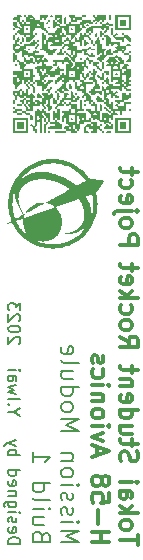
<source format=gbr>
%TF.GenerationSoftware,KiCad,Pcbnew,7.0.1-0*%
%TF.CreationDate,2023-05-23T13:55:37+09:00*%
%TF.ProjectId,MissionModule,4d697373-696f-46e4-9d6f-64756c652e6b,rev?*%
%TF.SameCoordinates,Original*%
%TF.FileFunction,Legend,Bot*%
%TF.FilePolarity,Positive*%
%FSLAX46Y46*%
G04 Gerber Fmt 4.6, Leading zero omitted, Abs format (unit mm)*
G04 Created by KiCad (PCBNEW 7.0.1-0) date 2023-05-23 13:55:37*
%MOMM*%
%LPD*%
G01*
G04 APERTURE LIST*
%ADD10C,0.153000*%
%ADD11C,0.187500*%
%ADD12C,0.300000*%
G04 APERTURE END LIST*
D10*
X143122380Y-102761904D02*
X144122380Y-102761904D01*
X144122380Y-102761904D02*
X144122380Y-102523809D01*
X144122380Y-102523809D02*
X144074761Y-102380952D01*
X144074761Y-102380952D02*
X143979523Y-102285714D01*
X143979523Y-102285714D02*
X143884285Y-102238095D01*
X143884285Y-102238095D02*
X143693809Y-102190476D01*
X143693809Y-102190476D02*
X143550952Y-102190476D01*
X143550952Y-102190476D02*
X143360476Y-102238095D01*
X143360476Y-102238095D02*
X143265238Y-102285714D01*
X143265238Y-102285714D02*
X143170000Y-102380952D01*
X143170000Y-102380952D02*
X143122380Y-102523809D01*
X143122380Y-102523809D02*
X143122380Y-102761904D01*
X143170000Y-101380952D02*
X143122380Y-101476190D01*
X143122380Y-101476190D02*
X143122380Y-101666666D01*
X143122380Y-101666666D02*
X143170000Y-101761904D01*
X143170000Y-101761904D02*
X143265238Y-101809523D01*
X143265238Y-101809523D02*
X143646190Y-101809523D01*
X143646190Y-101809523D02*
X143741428Y-101761904D01*
X143741428Y-101761904D02*
X143789047Y-101666666D01*
X143789047Y-101666666D02*
X143789047Y-101476190D01*
X143789047Y-101476190D02*
X143741428Y-101380952D01*
X143741428Y-101380952D02*
X143646190Y-101333333D01*
X143646190Y-101333333D02*
X143550952Y-101333333D01*
X143550952Y-101333333D02*
X143455714Y-101809523D01*
X143170000Y-100952380D02*
X143122380Y-100857142D01*
X143122380Y-100857142D02*
X143122380Y-100666666D01*
X143122380Y-100666666D02*
X143170000Y-100571428D01*
X143170000Y-100571428D02*
X143265238Y-100523809D01*
X143265238Y-100523809D02*
X143312857Y-100523809D01*
X143312857Y-100523809D02*
X143408095Y-100571428D01*
X143408095Y-100571428D02*
X143455714Y-100666666D01*
X143455714Y-100666666D02*
X143455714Y-100809523D01*
X143455714Y-100809523D02*
X143503333Y-100904761D01*
X143503333Y-100904761D02*
X143598571Y-100952380D01*
X143598571Y-100952380D02*
X143646190Y-100952380D01*
X143646190Y-100952380D02*
X143741428Y-100904761D01*
X143741428Y-100904761D02*
X143789047Y-100809523D01*
X143789047Y-100809523D02*
X143789047Y-100666666D01*
X143789047Y-100666666D02*
X143741428Y-100571428D01*
X143122380Y-100095237D02*
X143789047Y-100095237D01*
X144122380Y-100095237D02*
X144074761Y-100142856D01*
X144074761Y-100142856D02*
X144027142Y-100095237D01*
X144027142Y-100095237D02*
X144074761Y-100047618D01*
X144074761Y-100047618D02*
X144122380Y-100095237D01*
X144122380Y-100095237D02*
X144027142Y-100095237D01*
X143789047Y-99190476D02*
X142979523Y-99190476D01*
X142979523Y-99190476D02*
X142884285Y-99238095D01*
X142884285Y-99238095D02*
X142836666Y-99285714D01*
X142836666Y-99285714D02*
X142789047Y-99380952D01*
X142789047Y-99380952D02*
X142789047Y-99523809D01*
X142789047Y-99523809D02*
X142836666Y-99619047D01*
X143170000Y-99190476D02*
X143122380Y-99285714D01*
X143122380Y-99285714D02*
X143122380Y-99476190D01*
X143122380Y-99476190D02*
X143170000Y-99571428D01*
X143170000Y-99571428D02*
X143217619Y-99619047D01*
X143217619Y-99619047D02*
X143312857Y-99666666D01*
X143312857Y-99666666D02*
X143598571Y-99666666D01*
X143598571Y-99666666D02*
X143693809Y-99619047D01*
X143693809Y-99619047D02*
X143741428Y-99571428D01*
X143741428Y-99571428D02*
X143789047Y-99476190D01*
X143789047Y-99476190D02*
X143789047Y-99285714D01*
X143789047Y-99285714D02*
X143741428Y-99190476D01*
X143789047Y-98714285D02*
X143122380Y-98714285D01*
X143693809Y-98714285D02*
X143741428Y-98666666D01*
X143741428Y-98666666D02*
X143789047Y-98571428D01*
X143789047Y-98571428D02*
X143789047Y-98428571D01*
X143789047Y-98428571D02*
X143741428Y-98333333D01*
X143741428Y-98333333D02*
X143646190Y-98285714D01*
X143646190Y-98285714D02*
X143122380Y-98285714D01*
X143170000Y-97428571D02*
X143122380Y-97523809D01*
X143122380Y-97523809D02*
X143122380Y-97714285D01*
X143122380Y-97714285D02*
X143170000Y-97809523D01*
X143170000Y-97809523D02*
X143265238Y-97857142D01*
X143265238Y-97857142D02*
X143646190Y-97857142D01*
X143646190Y-97857142D02*
X143741428Y-97809523D01*
X143741428Y-97809523D02*
X143789047Y-97714285D01*
X143789047Y-97714285D02*
X143789047Y-97523809D01*
X143789047Y-97523809D02*
X143741428Y-97428571D01*
X143741428Y-97428571D02*
X143646190Y-97380952D01*
X143646190Y-97380952D02*
X143550952Y-97380952D01*
X143550952Y-97380952D02*
X143455714Y-97857142D01*
X143122380Y-96523809D02*
X144122380Y-96523809D01*
X143170000Y-96523809D02*
X143122380Y-96619047D01*
X143122380Y-96619047D02*
X143122380Y-96809523D01*
X143122380Y-96809523D02*
X143170000Y-96904761D01*
X143170000Y-96904761D02*
X143217619Y-96952380D01*
X143217619Y-96952380D02*
X143312857Y-96999999D01*
X143312857Y-96999999D02*
X143598571Y-96999999D01*
X143598571Y-96999999D02*
X143693809Y-96952380D01*
X143693809Y-96952380D02*
X143741428Y-96904761D01*
X143741428Y-96904761D02*
X143789047Y-96809523D01*
X143789047Y-96809523D02*
X143789047Y-96619047D01*
X143789047Y-96619047D02*
X143741428Y-96523809D01*
X143122380Y-95285713D02*
X144122380Y-95285713D01*
X143741428Y-95285713D02*
X143789047Y-95190475D01*
X143789047Y-95190475D02*
X143789047Y-94999999D01*
X143789047Y-94999999D02*
X143741428Y-94904761D01*
X143741428Y-94904761D02*
X143693809Y-94857142D01*
X143693809Y-94857142D02*
X143598571Y-94809523D01*
X143598571Y-94809523D02*
X143312857Y-94809523D01*
X143312857Y-94809523D02*
X143217619Y-94857142D01*
X143217619Y-94857142D02*
X143170000Y-94904761D01*
X143170000Y-94904761D02*
X143122380Y-94999999D01*
X143122380Y-94999999D02*
X143122380Y-95190475D01*
X143122380Y-95190475D02*
X143170000Y-95285713D01*
X143789047Y-94476189D02*
X143122380Y-94238094D01*
X143789047Y-93999999D02*
X143122380Y-94238094D01*
X143122380Y-94238094D02*
X142884285Y-94333332D01*
X142884285Y-94333332D02*
X142836666Y-94380951D01*
X142836666Y-94380951D02*
X142789047Y-94476189D01*
X143598571Y-91619046D02*
X143122380Y-91619046D01*
X144122380Y-91952379D02*
X143598571Y-91619046D01*
X143598571Y-91619046D02*
X144122380Y-91285713D01*
X143217619Y-90952379D02*
X143170000Y-90904760D01*
X143170000Y-90904760D02*
X143122380Y-90952379D01*
X143122380Y-90952379D02*
X143170000Y-90999998D01*
X143170000Y-90999998D02*
X143217619Y-90952379D01*
X143217619Y-90952379D02*
X143122380Y-90952379D01*
X143122380Y-90476189D02*
X144122380Y-90476189D01*
X143789047Y-90095237D02*
X143122380Y-89904761D01*
X143122380Y-89904761D02*
X143598571Y-89714285D01*
X143598571Y-89714285D02*
X143122380Y-89523809D01*
X143122380Y-89523809D02*
X143789047Y-89333333D01*
X143122380Y-88523809D02*
X143646190Y-88523809D01*
X143646190Y-88523809D02*
X143741428Y-88571428D01*
X143741428Y-88571428D02*
X143789047Y-88666666D01*
X143789047Y-88666666D02*
X143789047Y-88857142D01*
X143789047Y-88857142D02*
X143741428Y-88952380D01*
X143170000Y-88523809D02*
X143122380Y-88619047D01*
X143122380Y-88619047D02*
X143122380Y-88857142D01*
X143122380Y-88857142D02*
X143170000Y-88952380D01*
X143170000Y-88952380D02*
X143265238Y-88999999D01*
X143265238Y-88999999D02*
X143360476Y-88999999D01*
X143360476Y-88999999D02*
X143455714Y-88952380D01*
X143455714Y-88952380D02*
X143503333Y-88857142D01*
X143503333Y-88857142D02*
X143503333Y-88619047D01*
X143503333Y-88619047D02*
X143550952Y-88523809D01*
X143122380Y-88047618D02*
X143789047Y-88047618D01*
X144122380Y-88047618D02*
X144074761Y-88095237D01*
X144074761Y-88095237D02*
X144027142Y-88047618D01*
X144027142Y-88047618D02*
X144074761Y-87999999D01*
X144074761Y-87999999D02*
X144122380Y-88047618D01*
X144122380Y-88047618D02*
X144027142Y-88047618D01*
X144027142Y-85809523D02*
X144074761Y-85761904D01*
X144074761Y-85761904D02*
X144122380Y-85666666D01*
X144122380Y-85666666D02*
X144122380Y-85428571D01*
X144122380Y-85428571D02*
X144074761Y-85333333D01*
X144074761Y-85333333D02*
X144027142Y-85285714D01*
X144027142Y-85285714D02*
X143931904Y-85238095D01*
X143931904Y-85238095D02*
X143836666Y-85238095D01*
X143836666Y-85238095D02*
X143693809Y-85285714D01*
X143693809Y-85285714D02*
X143122380Y-85857142D01*
X143122380Y-85857142D02*
X143122380Y-85238095D01*
X144122380Y-84619047D02*
X144122380Y-84523809D01*
X144122380Y-84523809D02*
X144074761Y-84428571D01*
X144074761Y-84428571D02*
X144027142Y-84380952D01*
X144027142Y-84380952D02*
X143931904Y-84333333D01*
X143931904Y-84333333D02*
X143741428Y-84285714D01*
X143741428Y-84285714D02*
X143503333Y-84285714D01*
X143503333Y-84285714D02*
X143312857Y-84333333D01*
X143312857Y-84333333D02*
X143217619Y-84380952D01*
X143217619Y-84380952D02*
X143170000Y-84428571D01*
X143170000Y-84428571D02*
X143122380Y-84523809D01*
X143122380Y-84523809D02*
X143122380Y-84619047D01*
X143122380Y-84619047D02*
X143170000Y-84714285D01*
X143170000Y-84714285D02*
X143217619Y-84761904D01*
X143217619Y-84761904D02*
X143312857Y-84809523D01*
X143312857Y-84809523D02*
X143503333Y-84857142D01*
X143503333Y-84857142D02*
X143741428Y-84857142D01*
X143741428Y-84857142D02*
X143931904Y-84809523D01*
X143931904Y-84809523D02*
X144027142Y-84761904D01*
X144027142Y-84761904D02*
X144074761Y-84714285D01*
X144074761Y-84714285D02*
X144122380Y-84619047D01*
X144027142Y-83904761D02*
X144074761Y-83857142D01*
X144074761Y-83857142D02*
X144122380Y-83761904D01*
X144122380Y-83761904D02*
X144122380Y-83523809D01*
X144122380Y-83523809D02*
X144074761Y-83428571D01*
X144074761Y-83428571D02*
X144027142Y-83380952D01*
X144027142Y-83380952D02*
X143931904Y-83333333D01*
X143931904Y-83333333D02*
X143836666Y-83333333D01*
X143836666Y-83333333D02*
X143693809Y-83380952D01*
X143693809Y-83380952D02*
X143122380Y-83952380D01*
X143122380Y-83952380D02*
X143122380Y-83333333D01*
X144122380Y-82999999D02*
X144122380Y-82380952D01*
X144122380Y-82380952D02*
X143741428Y-82714285D01*
X143741428Y-82714285D02*
X143741428Y-82571428D01*
X143741428Y-82571428D02*
X143693809Y-82476190D01*
X143693809Y-82476190D02*
X143646190Y-82428571D01*
X143646190Y-82428571D02*
X143550952Y-82380952D01*
X143550952Y-82380952D02*
X143312857Y-82380952D01*
X143312857Y-82380952D02*
X143217619Y-82428571D01*
X143217619Y-82428571D02*
X143170000Y-82476190D01*
X143170000Y-82476190D02*
X143122380Y-82571428D01*
X143122380Y-82571428D02*
X143122380Y-82857142D01*
X143122380Y-82857142D02*
X143170000Y-82952380D01*
X143170000Y-82952380D02*
X143217619Y-82999999D01*
D11*
X147613571Y-102642857D02*
X149113571Y-102642857D01*
X149113571Y-102642857D02*
X148042142Y-102142857D01*
X148042142Y-102142857D02*
X149113571Y-101642857D01*
X149113571Y-101642857D02*
X147613571Y-101642857D01*
X147613571Y-100928571D02*
X148613571Y-100928571D01*
X149113571Y-100928571D02*
X149042142Y-100999999D01*
X149042142Y-100999999D02*
X148970714Y-100928571D01*
X148970714Y-100928571D02*
X149042142Y-100857142D01*
X149042142Y-100857142D02*
X149113571Y-100928571D01*
X149113571Y-100928571D02*
X148970714Y-100928571D01*
X147685000Y-100285713D02*
X147613571Y-100142856D01*
X147613571Y-100142856D02*
X147613571Y-99857142D01*
X147613571Y-99857142D02*
X147685000Y-99714285D01*
X147685000Y-99714285D02*
X147827857Y-99642856D01*
X147827857Y-99642856D02*
X147899285Y-99642856D01*
X147899285Y-99642856D02*
X148042142Y-99714285D01*
X148042142Y-99714285D02*
X148113571Y-99857142D01*
X148113571Y-99857142D02*
X148113571Y-100071428D01*
X148113571Y-100071428D02*
X148185000Y-100214285D01*
X148185000Y-100214285D02*
X148327857Y-100285713D01*
X148327857Y-100285713D02*
X148399285Y-100285713D01*
X148399285Y-100285713D02*
X148542142Y-100214285D01*
X148542142Y-100214285D02*
X148613571Y-100071428D01*
X148613571Y-100071428D02*
X148613571Y-99857142D01*
X148613571Y-99857142D02*
X148542142Y-99714285D01*
X147685000Y-99071427D02*
X147613571Y-98928570D01*
X147613571Y-98928570D02*
X147613571Y-98642856D01*
X147613571Y-98642856D02*
X147685000Y-98499999D01*
X147685000Y-98499999D02*
X147827857Y-98428570D01*
X147827857Y-98428570D02*
X147899285Y-98428570D01*
X147899285Y-98428570D02*
X148042142Y-98499999D01*
X148042142Y-98499999D02*
X148113571Y-98642856D01*
X148113571Y-98642856D02*
X148113571Y-98857142D01*
X148113571Y-98857142D02*
X148185000Y-98999999D01*
X148185000Y-98999999D02*
X148327857Y-99071427D01*
X148327857Y-99071427D02*
X148399285Y-99071427D01*
X148399285Y-99071427D02*
X148542142Y-98999999D01*
X148542142Y-98999999D02*
X148613571Y-98857142D01*
X148613571Y-98857142D02*
X148613571Y-98642856D01*
X148613571Y-98642856D02*
X148542142Y-98499999D01*
X147613571Y-97785713D02*
X148613571Y-97785713D01*
X149113571Y-97785713D02*
X149042142Y-97857141D01*
X149042142Y-97857141D02*
X148970714Y-97785713D01*
X148970714Y-97785713D02*
X149042142Y-97714284D01*
X149042142Y-97714284D02*
X149113571Y-97785713D01*
X149113571Y-97785713D02*
X148970714Y-97785713D01*
X147613571Y-96857141D02*
X147685000Y-96999998D01*
X147685000Y-96999998D02*
X147756428Y-97071427D01*
X147756428Y-97071427D02*
X147899285Y-97142855D01*
X147899285Y-97142855D02*
X148327857Y-97142855D01*
X148327857Y-97142855D02*
X148470714Y-97071427D01*
X148470714Y-97071427D02*
X148542142Y-96999998D01*
X148542142Y-96999998D02*
X148613571Y-96857141D01*
X148613571Y-96857141D02*
X148613571Y-96642855D01*
X148613571Y-96642855D02*
X148542142Y-96499998D01*
X148542142Y-96499998D02*
X148470714Y-96428570D01*
X148470714Y-96428570D02*
X148327857Y-96357141D01*
X148327857Y-96357141D02*
X147899285Y-96357141D01*
X147899285Y-96357141D02*
X147756428Y-96428570D01*
X147756428Y-96428570D02*
X147685000Y-96499998D01*
X147685000Y-96499998D02*
X147613571Y-96642855D01*
X147613571Y-96642855D02*
X147613571Y-96857141D01*
X148613571Y-95714284D02*
X147613571Y-95714284D01*
X148470714Y-95714284D02*
X148542142Y-95642855D01*
X148542142Y-95642855D02*
X148613571Y-95499998D01*
X148613571Y-95499998D02*
X148613571Y-95285712D01*
X148613571Y-95285712D02*
X148542142Y-95142855D01*
X148542142Y-95142855D02*
X148399285Y-95071427D01*
X148399285Y-95071427D02*
X147613571Y-95071427D01*
X147613571Y-93214284D02*
X149113571Y-93214284D01*
X149113571Y-93214284D02*
X148042142Y-92714284D01*
X148042142Y-92714284D02*
X149113571Y-92214284D01*
X149113571Y-92214284D02*
X147613571Y-92214284D01*
X147613571Y-91285712D02*
X147685000Y-91428569D01*
X147685000Y-91428569D02*
X147756428Y-91499998D01*
X147756428Y-91499998D02*
X147899285Y-91571426D01*
X147899285Y-91571426D02*
X148327857Y-91571426D01*
X148327857Y-91571426D02*
X148470714Y-91499998D01*
X148470714Y-91499998D02*
X148542142Y-91428569D01*
X148542142Y-91428569D02*
X148613571Y-91285712D01*
X148613571Y-91285712D02*
X148613571Y-91071426D01*
X148613571Y-91071426D02*
X148542142Y-90928569D01*
X148542142Y-90928569D02*
X148470714Y-90857141D01*
X148470714Y-90857141D02*
X148327857Y-90785712D01*
X148327857Y-90785712D02*
X147899285Y-90785712D01*
X147899285Y-90785712D02*
X147756428Y-90857141D01*
X147756428Y-90857141D02*
X147685000Y-90928569D01*
X147685000Y-90928569D02*
X147613571Y-91071426D01*
X147613571Y-91071426D02*
X147613571Y-91285712D01*
X147613571Y-89499998D02*
X149113571Y-89499998D01*
X147685000Y-89499998D02*
X147613571Y-89642855D01*
X147613571Y-89642855D02*
X147613571Y-89928569D01*
X147613571Y-89928569D02*
X147685000Y-90071426D01*
X147685000Y-90071426D02*
X147756428Y-90142855D01*
X147756428Y-90142855D02*
X147899285Y-90214283D01*
X147899285Y-90214283D02*
X148327857Y-90214283D01*
X148327857Y-90214283D02*
X148470714Y-90142855D01*
X148470714Y-90142855D02*
X148542142Y-90071426D01*
X148542142Y-90071426D02*
X148613571Y-89928569D01*
X148613571Y-89928569D02*
X148613571Y-89642855D01*
X148613571Y-89642855D02*
X148542142Y-89499998D01*
X148613571Y-88142855D02*
X147613571Y-88142855D01*
X148613571Y-88785712D02*
X147827857Y-88785712D01*
X147827857Y-88785712D02*
X147685000Y-88714283D01*
X147685000Y-88714283D02*
X147613571Y-88571426D01*
X147613571Y-88571426D02*
X147613571Y-88357140D01*
X147613571Y-88357140D02*
X147685000Y-88214283D01*
X147685000Y-88214283D02*
X147756428Y-88142855D01*
X147613571Y-87214283D02*
X147685000Y-87357140D01*
X147685000Y-87357140D02*
X147827857Y-87428569D01*
X147827857Y-87428569D02*
X149113571Y-87428569D01*
X147685000Y-86071426D02*
X147613571Y-86214283D01*
X147613571Y-86214283D02*
X147613571Y-86499998D01*
X147613571Y-86499998D02*
X147685000Y-86642855D01*
X147685000Y-86642855D02*
X147827857Y-86714283D01*
X147827857Y-86714283D02*
X148399285Y-86714283D01*
X148399285Y-86714283D02*
X148542142Y-86642855D01*
X148542142Y-86642855D02*
X148613571Y-86499998D01*
X148613571Y-86499998D02*
X148613571Y-86214283D01*
X148613571Y-86214283D02*
X148542142Y-86071426D01*
X148542142Y-86071426D02*
X148399285Y-85999998D01*
X148399285Y-85999998D02*
X148256428Y-85999998D01*
X148256428Y-85999998D02*
X148113571Y-86714283D01*
X145969285Y-102142857D02*
X145897857Y-101928571D01*
X145897857Y-101928571D02*
X145826428Y-101857142D01*
X145826428Y-101857142D02*
X145683571Y-101785714D01*
X145683571Y-101785714D02*
X145469285Y-101785714D01*
X145469285Y-101785714D02*
X145326428Y-101857142D01*
X145326428Y-101857142D02*
X145255000Y-101928571D01*
X145255000Y-101928571D02*
X145183571Y-102071428D01*
X145183571Y-102071428D02*
X145183571Y-102642857D01*
X145183571Y-102642857D02*
X146683571Y-102642857D01*
X146683571Y-102642857D02*
X146683571Y-102142857D01*
X146683571Y-102142857D02*
X146612142Y-102000000D01*
X146612142Y-102000000D02*
X146540714Y-101928571D01*
X146540714Y-101928571D02*
X146397857Y-101857142D01*
X146397857Y-101857142D02*
X146255000Y-101857142D01*
X146255000Y-101857142D02*
X146112142Y-101928571D01*
X146112142Y-101928571D02*
X146040714Y-102000000D01*
X146040714Y-102000000D02*
X145969285Y-102142857D01*
X145969285Y-102142857D02*
X145969285Y-102642857D01*
X146183571Y-100500000D02*
X145183571Y-100500000D01*
X146183571Y-101142857D02*
X145397857Y-101142857D01*
X145397857Y-101142857D02*
X145255000Y-101071428D01*
X145255000Y-101071428D02*
X145183571Y-100928571D01*
X145183571Y-100928571D02*
X145183571Y-100714285D01*
X145183571Y-100714285D02*
X145255000Y-100571428D01*
X145255000Y-100571428D02*
X145326428Y-100500000D01*
X145183571Y-99785714D02*
X146183571Y-99785714D01*
X146683571Y-99785714D02*
X146612142Y-99857142D01*
X146612142Y-99857142D02*
X146540714Y-99785714D01*
X146540714Y-99785714D02*
X146612142Y-99714285D01*
X146612142Y-99714285D02*
X146683571Y-99785714D01*
X146683571Y-99785714D02*
X146540714Y-99785714D01*
X145183571Y-98857142D02*
X145255000Y-98999999D01*
X145255000Y-98999999D02*
X145397857Y-99071428D01*
X145397857Y-99071428D02*
X146683571Y-99071428D01*
X145183571Y-97642857D02*
X146683571Y-97642857D01*
X145255000Y-97642857D02*
X145183571Y-97785714D01*
X145183571Y-97785714D02*
X145183571Y-98071428D01*
X145183571Y-98071428D02*
X145255000Y-98214285D01*
X145255000Y-98214285D02*
X145326428Y-98285714D01*
X145326428Y-98285714D02*
X145469285Y-98357142D01*
X145469285Y-98357142D02*
X145897857Y-98357142D01*
X145897857Y-98357142D02*
X146040714Y-98285714D01*
X146040714Y-98285714D02*
X146112142Y-98214285D01*
X146112142Y-98214285D02*
X146183571Y-98071428D01*
X146183571Y-98071428D02*
X146183571Y-97785714D01*
X146183571Y-97785714D02*
X146112142Y-97642857D01*
X145183571Y-94999999D02*
X145183571Y-95857142D01*
X145183571Y-95428571D02*
X146683571Y-95428571D01*
X146683571Y-95428571D02*
X146469285Y-95571428D01*
X146469285Y-95571428D02*
X146326428Y-95714285D01*
X146326428Y-95714285D02*
X146255000Y-95857142D01*
D12*
X154113571Y-102857142D02*
X154113571Y-102000000D01*
X152613571Y-102428571D02*
X154113571Y-102428571D01*
X152613571Y-101285714D02*
X152685000Y-101428571D01*
X152685000Y-101428571D02*
X152756428Y-101500000D01*
X152756428Y-101500000D02*
X152899285Y-101571428D01*
X152899285Y-101571428D02*
X153327857Y-101571428D01*
X153327857Y-101571428D02*
X153470714Y-101500000D01*
X153470714Y-101500000D02*
X153542142Y-101428571D01*
X153542142Y-101428571D02*
X153613571Y-101285714D01*
X153613571Y-101285714D02*
X153613571Y-101071428D01*
X153613571Y-101071428D02*
X153542142Y-100928571D01*
X153542142Y-100928571D02*
X153470714Y-100857143D01*
X153470714Y-100857143D02*
X153327857Y-100785714D01*
X153327857Y-100785714D02*
X152899285Y-100785714D01*
X152899285Y-100785714D02*
X152756428Y-100857143D01*
X152756428Y-100857143D02*
X152685000Y-100928571D01*
X152685000Y-100928571D02*
X152613571Y-101071428D01*
X152613571Y-101071428D02*
X152613571Y-101285714D01*
X152613571Y-100142857D02*
X154113571Y-100142857D01*
X153185000Y-100000000D02*
X152613571Y-99571428D01*
X153613571Y-99571428D02*
X153042142Y-100142857D01*
X152613571Y-98285714D02*
X153399285Y-98285714D01*
X153399285Y-98285714D02*
X153542142Y-98357142D01*
X153542142Y-98357142D02*
X153613571Y-98499999D01*
X153613571Y-98499999D02*
X153613571Y-98785714D01*
X153613571Y-98785714D02*
X153542142Y-98928571D01*
X152685000Y-98285714D02*
X152613571Y-98428571D01*
X152613571Y-98428571D02*
X152613571Y-98785714D01*
X152613571Y-98785714D02*
X152685000Y-98928571D01*
X152685000Y-98928571D02*
X152827857Y-98999999D01*
X152827857Y-98999999D02*
X152970714Y-98999999D01*
X152970714Y-98999999D02*
X153113571Y-98928571D01*
X153113571Y-98928571D02*
X153185000Y-98785714D01*
X153185000Y-98785714D02*
X153185000Y-98428571D01*
X153185000Y-98428571D02*
X153256428Y-98285714D01*
X152613571Y-97571428D02*
X153613571Y-97571428D01*
X154113571Y-97571428D02*
X154042142Y-97642856D01*
X154042142Y-97642856D02*
X153970714Y-97571428D01*
X153970714Y-97571428D02*
X154042142Y-97499999D01*
X154042142Y-97499999D02*
X154113571Y-97571428D01*
X154113571Y-97571428D02*
X153970714Y-97571428D01*
X152685000Y-95785713D02*
X152613571Y-95571428D01*
X152613571Y-95571428D02*
X152613571Y-95214285D01*
X152613571Y-95214285D02*
X152685000Y-95071428D01*
X152685000Y-95071428D02*
X152756428Y-94999999D01*
X152756428Y-94999999D02*
X152899285Y-94928570D01*
X152899285Y-94928570D02*
X153042142Y-94928570D01*
X153042142Y-94928570D02*
X153185000Y-94999999D01*
X153185000Y-94999999D02*
X153256428Y-95071428D01*
X153256428Y-95071428D02*
X153327857Y-95214285D01*
X153327857Y-95214285D02*
X153399285Y-95499999D01*
X153399285Y-95499999D02*
X153470714Y-95642856D01*
X153470714Y-95642856D02*
X153542142Y-95714285D01*
X153542142Y-95714285D02*
X153685000Y-95785713D01*
X153685000Y-95785713D02*
X153827857Y-95785713D01*
X153827857Y-95785713D02*
X153970714Y-95714285D01*
X153970714Y-95714285D02*
X154042142Y-95642856D01*
X154042142Y-95642856D02*
X154113571Y-95499999D01*
X154113571Y-95499999D02*
X154113571Y-95142856D01*
X154113571Y-95142856D02*
X154042142Y-94928570D01*
X153613571Y-94499999D02*
X153613571Y-93928571D01*
X154113571Y-94285714D02*
X152827857Y-94285714D01*
X152827857Y-94285714D02*
X152685000Y-94214285D01*
X152685000Y-94214285D02*
X152613571Y-94071428D01*
X152613571Y-94071428D02*
X152613571Y-93928571D01*
X153613571Y-92785714D02*
X152613571Y-92785714D01*
X153613571Y-93428571D02*
X152827857Y-93428571D01*
X152827857Y-93428571D02*
X152685000Y-93357142D01*
X152685000Y-93357142D02*
X152613571Y-93214285D01*
X152613571Y-93214285D02*
X152613571Y-92999999D01*
X152613571Y-92999999D02*
X152685000Y-92857142D01*
X152685000Y-92857142D02*
X152756428Y-92785714D01*
X152613571Y-91428571D02*
X154113571Y-91428571D01*
X152685000Y-91428571D02*
X152613571Y-91571428D01*
X152613571Y-91571428D02*
X152613571Y-91857142D01*
X152613571Y-91857142D02*
X152685000Y-91999999D01*
X152685000Y-91999999D02*
X152756428Y-92071428D01*
X152756428Y-92071428D02*
X152899285Y-92142856D01*
X152899285Y-92142856D02*
X153327857Y-92142856D01*
X153327857Y-92142856D02*
X153470714Y-92071428D01*
X153470714Y-92071428D02*
X153542142Y-91999999D01*
X153542142Y-91999999D02*
X153613571Y-91857142D01*
X153613571Y-91857142D02*
X153613571Y-91571428D01*
X153613571Y-91571428D02*
X153542142Y-91428571D01*
X152685000Y-90142856D02*
X152613571Y-90285713D01*
X152613571Y-90285713D02*
X152613571Y-90571428D01*
X152613571Y-90571428D02*
X152685000Y-90714285D01*
X152685000Y-90714285D02*
X152827857Y-90785713D01*
X152827857Y-90785713D02*
X153399285Y-90785713D01*
X153399285Y-90785713D02*
X153542142Y-90714285D01*
X153542142Y-90714285D02*
X153613571Y-90571428D01*
X153613571Y-90571428D02*
X153613571Y-90285713D01*
X153613571Y-90285713D02*
X153542142Y-90142856D01*
X153542142Y-90142856D02*
X153399285Y-90071428D01*
X153399285Y-90071428D02*
X153256428Y-90071428D01*
X153256428Y-90071428D02*
X153113571Y-90785713D01*
X153613571Y-89428571D02*
X152613571Y-89428571D01*
X153470714Y-89428571D02*
X153542142Y-89357142D01*
X153542142Y-89357142D02*
X153613571Y-89214285D01*
X153613571Y-89214285D02*
X153613571Y-88999999D01*
X153613571Y-88999999D02*
X153542142Y-88857142D01*
X153542142Y-88857142D02*
X153399285Y-88785714D01*
X153399285Y-88785714D02*
X152613571Y-88785714D01*
X153613571Y-88285713D02*
X153613571Y-87714285D01*
X154113571Y-88071428D02*
X152827857Y-88071428D01*
X152827857Y-88071428D02*
X152685000Y-87999999D01*
X152685000Y-87999999D02*
X152613571Y-87857142D01*
X152613571Y-87857142D02*
X152613571Y-87714285D01*
X152613571Y-85214285D02*
X153327857Y-85714285D01*
X152613571Y-86071428D02*
X154113571Y-86071428D01*
X154113571Y-86071428D02*
X154113571Y-85499999D01*
X154113571Y-85499999D02*
X154042142Y-85357142D01*
X154042142Y-85357142D02*
X153970714Y-85285713D01*
X153970714Y-85285713D02*
X153827857Y-85214285D01*
X153827857Y-85214285D02*
X153613571Y-85214285D01*
X153613571Y-85214285D02*
X153470714Y-85285713D01*
X153470714Y-85285713D02*
X153399285Y-85357142D01*
X153399285Y-85357142D02*
X153327857Y-85499999D01*
X153327857Y-85499999D02*
X153327857Y-86071428D01*
X152613571Y-84357142D02*
X152685000Y-84499999D01*
X152685000Y-84499999D02*
X152756428Y-84571428D01*
X152756428Y-84571428D02*
X152899285Y-84642856D01*
X152899285Y-84642856D02*
X153327857Y-84642856D01*
X153327857Y-84642856D02*
X153470714Y-84571428D01*
X153470714Y-84571428D02*
X153542142Y-84499999D01*
X153542142Y-84499999D02*
X153613571Y-84357142D01*
X153613571Y-84357142D02*
X153613571Y-84142856D01*
X153613571Y-84142856D02*
X153542142Y-83999999D01*
X153542142Y-83999999D02*
X153470714Y-83928571D01*
X153470714Y-83928571D02*
X153327857Y-83857142D01*
X153327857Y-83857142D02*
X152899285Y-83857142D01*
X152899285Y-83857142D02*
X152756428Y-83928571D01*
X152756428Y-83928571D02*
X152685000Y-83999999D01*
X152685000Y-83999999D02*
X152613571Y-84142856D01*
X152613571Y-84142856D02*
X152613571Y-84357142D01*
X152685000Y-82571428D02*
X152613571Y-82714285D01*
X152613571Y-82714285D02*
X152613571Y-82999999D01*
X152613571Y-82999999D02*
X152685000Y-83142856D01*
X152685000Y-83142856D02*
X152756428Y-83214285D01*
X152756428Y-83214285D02*
X152899285Y-83285713D01*
X152899285Y-83285713D02*
X153327857Y-83285713D01*
X153327857Y-83285713D02*
X153470714Y-83214285D01*
X153470714Y-83214285D02*
X153542142Y-83142856D01*
X153542142Y-83142856D02*
X153613571Y-82999999D01*
X153613571Y-82999999D02*
X153613571Y-82714285D01*
X153613571Y-82714285D02*
X153542142Y-82571428D01*
X152613571Y-81928571D02*
X154113571Y-81928571D01*
X153185000Y-81785714D02*
X152613571Y-81357142D01*
X153613571Y-81357142D02*
X153042142Y-81928571D01*
X152685000Y-80142856D02*
X152613571Y-80285713D01*
X152613571Y-80285713D02*
X152613571Y-80571428D01*
X152613571Y-80571428D02*
X152685000Y-80714285D01*
X152685000Y-80714285D02*
X152827857Y-80785713D01*
X152827857Y-80785713D02*
X153399285Y-80785713D01*
X153399285Y-80785713D02*
X153542142Y-80714285D01*
X153542142Y-80714285D02*
X153613571Y-80571428D01*
X153613571Y-80571428D02*
X153613571Y-80285713D01*
X153613571Y-80285713D02*
X153542142Y-80142856D01*
X153542142Y-80142856D02*
X153399285Y-80071428D01*
X153399285Y-80071428D02*
X153256428Y-80071428D01*
X153256428Y-80071428D02*
X153113571Y-80785713D01*
X153613571Y-79642856D02*
X153613571Y-79071428D01*
X154113571Y-79428571D02*
X152827857Y-79428571D01*
X152827857Y-79428571D02*
X152685000Y-79357142D01*
X152685000Y-79357142D02*
X152613571Y-79214285D01*
X152613571Y-79214285D02*
X152613571Y-79071428D01*
X152613571Y-77428571D02*
X154113571Y-77428571D01*
X154113571Y-77428571D02*
X154113571Y-76857142D01*
X154113571Y-76857142D02*
X154042142Y-76714285D01*
X154042142Y-76714285D02*
X153970714Y-76642856D01*
X153970714Y-76642856D02*
X153827857Y-76571428D01*
X153827857Y-76571428D02*
X153613571Y-76571428D01*
X153613571Y-76571428D02*
X153470714Y-76642856D01*
X153470714Y-76642856D02*
X153399285Y-76714285D01*
X153399285Y-76714285D02*
X153327857Y-76857142D01*
X153327857Y-76857142D02*
X153327857Y-77428571D01*
X152613571Y-75714285D02*
X152685000Y-75857142D01*
X152685000Y-75857142D02*
X152756428Y-75928571D01*
X152756428Y-75928571D02*
X152899285Y-75999999D01*
X152899285Y-75999999D02*
X153327857Y-75999999D01*
X153327857Y-75999999D02*
X153470714Y-75928571D01*
X153470714Y-75928571D02*
X153542142Y-75857142D01*
X153542142Y-75857142D02*
X153613571Y-75714285D01*
X153613571Y-75714285D02*
X153613571Y-75499999D01*
X153613571Y-75499999D02*
X153542142Y-75357142D01*
X153542142Y-75357142D02*
X153470714Y-75285714D01*
X153470714Y-75285714D02*
X153327857Y-75214285D01*
X153327857Y-75214285D02*
X152899285Y-75214285D01*
X152899285Y-75214285D02*
X152756428Y-75285714D01*
X152756428Y-75285714D02*
X152685000Y-75357142D01*
X152685000Y-75357142D02*
X152613571Y-75499999D01*
X152613571Y-75499999D02*
X152613571Y-75714285D01*
X153613571Y-74571428D02*
X152327857Y-74571428D01*
X152327857Y-74571428D02*
X152185000Y-74642856D01*
X152185000Y-74642856D02*
X152113571Y-74785713D01*
X152113571Y-74785713D02*
X152113571Y-74857142D01*
X154113571Y-74571428D02*
X154042142Y-74642856D01*
X154042142Y-74642856D02*
X153970714Y-74571428D01*
X153970714Y-74571428D02*
X154042142Y-74499999D01*
X154042142Y-74499999D02*
X154113571Y-74571428D01*
X154113571Y-74571428D02*
X153970714Y-74571428D01*
X152685000Y-73285713D02*
X152613571Y-73428570D01*
X152613571Y-73428570D02*
X152613571Y-73714285D01*
X152613571Y-73714285D02*
X152685000Y-73857142D01*
X152685000Y-73857142D02*
X152827857Y-73928570D01*
X152827857Y-73928570D02*
X153399285Y-73928570D01*
X153399285Y-73928570D02*
X153542142Y-73857142D01*
X153542142Y-73857142D02*
X153613571Y-73714285D01*
X153613571Y-73714285D02*
X153613571Y-73428570D01*
X153613571Y-73428570D02*
X153542142Y-73285713D01*
X153542142Y-73285713D02*
X153399285Y-73214285D01*
X153399285Y-73214285D02*
X153256428Y-73214285D01*
X153256428Y-73214285D02*
X153113571Y-73928570D01*
X152685000Y-71928571D02*
X152613571Y-72071428D01*
X152613571Y-72071428D02*
X152613571Y-72357142D01*
X152613571Y-72357142D02*
X152685000Y-72499999D01*
X152685000Y-72499999D02*
X152756428Y-72571428D01*
X152756428Y-72571428D02*
X152899285Y-72642856D01*
X152899285Y-72642856D02*
X153327857Y-72642856D01*
X153327857Y-72642856D02*
X153470714Y-72571428D01*
X153470714Y-72571428D02*
X153542142Y-72499999D01*
X153542142Y-72499999D02*
X153613571Y-72357142D01*
X153613571Y-72357142D02*
X153613571Y-72071428D01*
X153613571Y-72071428D02*
X153542142Y-71928571D01*
X153613571Y-71499999D02*
X153613571Y-70928571D01*
X154113571Y-71285714D02*
X152827857Y-71285714D01*
X152827857Y-71285714D02*
X152685000Y-71214285D01*
X152685000Y-71214285D02*
X152613571Y-71071428D01*
X152613571Y-71071428D02*
X152613571Y-70928571D01*
X150183571Y-102642857D02*
X151683571Y-102642857D01*
X150969285Y-102642857D02*
X150969285Y-101785714D01*
X150183571Y-101785714D02*
X151683571Y-101785714D01*
X150755000Y-101071428D02*
X150755000Y-99928571D01*
X151683571Y-98499999D02*
X151683571Y-99214285D01*
X151683571Y-99214285D02*
X150969285Y-99285713D01*
X150969285Y-99285713D02*
X151040714Y-99214285D01*
X151040714Y-99214285D02*
X151112142Y-99071428D01*
X151112142Y-99071428D02*
X151112142Y-98714285D01*
X151112142Y-98714285D02*
X151040714Y-98571428D01*
X151040714Y-98571428D02*
X150969285Y-98499999D01*
X150969285Y-98499999D02*
X150826428Y-98428570D01*
X150826428Y-98428570D02*
X150469285Y-98428570D01*
X150469285Y-98428570D02*
X150326428Y-98499999D01*
X150326428Y-98499999D02*
X150255000Y-98571428D01*
X150255000Y-98571428D02*
X150183571Y-98714285D01*
X150183571Y-98714285D02*
X150183571Y-99071428D01*
X150183571Y-99071428D02*
X150255000Y-99214285D01*
X150255000Y-99214285D02*
X150326428Y-99285713D01*
X151040714Y-97571428D02*
X151112142Y-97714285D01*
X151112142Y-97714285D02*
X151183571Y-97785714D01*
X151183571Y-97785714D02*
X151326428Y-97857142D01*
X151326428Y-97857142D02*
X151397857Y-97857142D01*
X151397857Y-97857142D02*
X151540714Y-97785714D01*
X151540714Y-97785714D02*
X151612142Y-97714285D01*
X151612142Y-97714285D02*
X151683571Y-97571428D01*
X151683571Y-97571428D02*
X151683571Y-97285714D01*
X151683571Y-97285714D02*
X151612142Y-97142857D01*
X151612142Y-97142857D02*
X151540714Y-97071428D01*
X151540714Y-97071428D02*
X151397857Y-96999999D01*
X151397857Y-96999999D02*
X151326428Y-96999999D01*
X151326428Y-96999999D02*
X151183571Y-97071428D01*
X151183571Y-97071428D02*
X151112142Y-97142857D01*
X151112142Y-97142857D02*
X151040714Y-97285714D01*
X151040714Y-97285714D02*
X151040714Y-97571428D01*
X151040714Y-97571428D02*
X150969285Y-97714285D01*
X150969285Y-97714285D02*
X150897857Y-97785714D01*
X150897857Y-97785714D02*
X150755000Y-97857142D01*
X150755000Y-97857142D02*
X150469285Y-97857142D01*
X150469285Y-97857142D02*
X150326428Y-97785714D01*
X150326428Y-97785714D02*
X150255000Y-97714285D01*
X150255000Y-97714285D02*
X150183571Y-97571428D01*
X150183571Y-97571428D02*
X150183571Y-97285714D01*
X150183571Y-97285714D02*
X150255000Y-97142857D01*
X150255000Y-97142857D02*
X150326428Y-97071428D01*
X150326428Y-97071428D02*
X150469285Y-96999999D01*
X150469285Y-96999999D02*
X150755000Y-96999999D01*
X150755000Y-96999999D02*
X150897857Y-97071428D01*
X150897857Y-97071428D02*
X150969285Y-97142857D01*
X150969285Y-97142857D02*
X151040714Y-97285714D01*
X150612142Y-95285714D02*
X150612142Y-94571429D01*
X150183571Y-95428571D02*
X151683571Y-94928571D01*
X151683571Y-94928571D02*
X150183571Y-94428571D01*
X151183571Y-94071429D02*
X150183571Y-93714286D01*
X150183571Y-93714286D02*
X151183571Y-93357143D01*
X150183571Y-92785715D02*
X151183571Y-92785715D01*
X151683571Y-92785715D02*
X151612142Y-92857143D01*
X151612142Y-92857143D02*
X151540714Y-92785715D01*
X151540714Y-92785715D02*
X151612142Y-92714286D01*
X151612142Y-92714286D02*
X151683571Y-92785715D01*
X151683571Y-92785715D02*
X151540714Y-92785715D01*
X150183571Y-91857143D02*
X150255000Y-92000000D01*
X150255000Y-92000000D02*
X150326428Y-92071429D01*
X150326428Y-92071429D02*
X150469285Y-92142857D01*
X150469285Y-92142857D02*
X150897857Y-92142857D01*
X150897857Y-92142857D02*
X151040714Y-92071429D01*
X151040714Y-92071429D02*
X151112142Y-92000000D01*
X151112142Y-92000000D02*
X151183571Y-91857143D01*
X151183571Y-91857143D02*
X151183571Y-91642857D01*
X151183571Y-91642857D02*
X151112142Y-91500000D01*
X151112142Y-91500000D02*
X151040714Y-91428572D01*
X151040714Y-91428572D02*
X150897857Y-91357143D01*
X150897857Y-91357143D02*
X150469285Y-91357143D01*
X150469285Y-91357143D02*
X150326428Y-91428572D01*
X150326428Y-91428572D02*
X150255000Y-91500000D01*
X150255000Y-91500000D02*
X150183571Y-91642857D01*
X150183571Y-91642857D02*
X150183571Y-91857143D01*
X151183571Y-90714286D02*
X150183571Y-90714286D01*
X151040714Y-90714286D02*
X151112142Y-90642857D01*
X151112142Y-90642857D02*
X151183571Y-90500000D01*
X151183571Y-90500000D02*
X151183571Y-90285714D01*
X151183571Y-90285714D02*
X151112142Y-90142857D01*
X151112142Y-90142857D02*
X150969285Y-90071429D01*
X150969285Y-90071429D02*
X150183571Y-90071429D01*
X150183571Y-89357143D02*
X151183571Y-89357143D01*
X151683571Y-89357143D02*
X151612142Y-89428571D01*
X151612142Y-89428571D02*
X151540714Y-89357143D01*
X151540714Y-89357143D02*
X151612142Y-89285714D01*
X151612142Y-89285714D02*
X151683571Y-89357143D01*
X151683571Y-89357143D02*
X151540714Y-89357143D01*
X150255000Y-88000000D02*
X150183571Y-88142857D01*
X150183571Y-88142857D02*
X150183571Y-88428571D01*
X150183571Y-88428571D02*
X150255000Y-88571428D01*
X150255000Y-88571428D02*
X150326428Y-88642857D01*
X150326428Y-88642857D02*
X150469285Y-88714285D01*
X150469285Y-88714285D02*
X150897857Y-88714285D01*
X150897857Y-88714285D02*
X151040714Y-88642857D01*
X151040714Y-88642857D02*
X151112142Y-88571428D01*
X151112142Y-88571428D02*
X151183571Y-88428571D01*
X151183571Y-88428571D02*
X151183571Y-88142857D01*
X151183571Y-88142857D02*
X151112142Y-88000000D01*
X150255000Y-87428571D02*
X150183571Y-87285714D01*
X150183571Y-87285714D02*
X150183571Y-87000000D01*
X150183571Y-87000000D02*
X150255000Y-86857143D01*
X150255000Y-86857143D02*
X150397857Y-86785714D01*
X150397857Y-86785714D02*
X150469285Y-86785714D01*
X150469285Y-86785714D02*
X150612142Y-86857143D01*
X150612142Y-86857143D02*
X150683571Y-87000000D01*
X150683571Y-87000000D02*
X150683571Y-87214286D01*
X150683571Y-87214286D02*
X150755000Y-87357143D01*
X150755000Y-87357143D02*
X150897857Y-87428571D01*
X150897857Y-87428571D02*
X150969285Y-87428571D01*
X150969285Y-87428571D02*
X151112142Y-87357143D01*
X151112142Y-87357143D02*
X151183571Y-87214286D01*
X151183571Y-87214286D02*
X151183571Y-87000000D01*
X151183571Y-87000000D02*
X151112142Y-86857143D01*
%TO.C,G\u002A\u002A\u002A*%
G36*
X146093733Y-73871649D02*
G01*
X146138130Y-73872713D01*
X146177454Y-73874309D01*
X146209361Y-73876405D01*
X146231505Y-73878968D01*
X146241543Y-73881965D01*
X146241049Y-73883288D01*
X146231082Y-73890947D01*
X146209439Y-73904662D01*
X146176907Y-73923980D01*
X146134276Y-73948446D01*
X146082332Y-73977604D01*
X146021863Y-74011000D01*
X145953658Y-74048179D01*
X145944143Y-74053336D01*
X145888129Y-74083699D01*
X145821419Y-74119868D01*
X145745697Y-74160929D01*
X145662644Y-74205969D01*
X145573944Y-74254077D01*
X145481280Y-74304338D01*
X145386333Y-74355841D01*
X145290788Y-74407673D01*
X145196326Y-74458921D01*
X145104630Y-74508673D01*
X145034204Y-74546867D01*
X144954404Y-74590096D01*
X144879029Y-74630877D01*
X144808999Y-74668714D01*
X144745234Y-74703112D01*
X144688653Y-74733576D01*
X144640176Y-74759611D01*
X144600722Y-74780722D01*
X144571210Y-74796414D01*
X144552561Y-74806193D01*
X144545693Y-74809562D01*
X144545448Y-74809511D01*
X144546639Y-74802703D01*
X144554053Y-74786002D01*
X144566458Y-74761632D01*
X144582625Y-74731814D01*
X144601324Y-74698772D01*
X144621324Y-74664727D01*
X144641395Y-74631901D01*
X144660307Y-74602518D01*
X144712761Y-74528355D01*
X144808976Y-74411886D01*
X144915150Y-74305209D01*
X145030414Y-74208849D01*
X145153897Y-74123330D01*
X145284730Y-74049177D01*
X145422043Y-73986914D01*
X145564965Y-73937065D01*
X145712627Y-73900155D01*
X145864159Y-73876709D01*
X145877701Y-73875453D01*
X145912299Y-73873367D01*
X145953545Y-73871976D01*
X145999096Y-73871247D01*
X146046607Y-73871149D01*
X146093733Y-73871649D01*
G37*
G36*
X150068383Y-76044124D02*
G01*
X150061155Y-76054889D01*
X149977504Y-76179477D01*
X149839076Y-76361038D01*
X149829852Y-76371741D01*
X149689869Y-76534165D01*
X149530346Y-76698284D01*
X149360974Y-76852824D01*
X149182218Y-76997211D01*
X148994542Y-77130872D01*
X148798413Y-77253234D01*
X148680123Y-77319265D01*
X148472584Y-77422184D01*
X148259917Y-77511825D01*
X148042732Y-77588082D01*
X147821637Y-77650848D01*
X147597244Y-77700017D01*
X147370160Y-77735484D01*
X147140997Y-77757141D01*
X146910363Y-77764882D01*
X146855530Y-77763394D01*
X146678869Y-77758601D01*
X146447123Y-77738192D01*
X146215737Y-77703548D01*
X146083132Y-77677024D01*
X145859978Y-77620786D01*
X145640574Y-77550830D01*
X145425642Y-77467472D01*
X145326664Y-77421959D01*
X145312208Y-77415312D01*
X145297751Y-77408664D01*
X145283295Y-77402017D01*
X145268838Y-77395369D01*
X145254382Y-77388722D01*
X145239926Y-77382075D01*
X145218241Y-77372103D01*
X145215901Y-77371027D01*
X145203784Y-77364535D01*
X145182100Y-77352916D01*
X145167643Y-77345170D01*
X145154729Y-77338250D01*
X145135911Y-77328167D01*
X145012072Y-77261812D01*
X144814877Y-77140143D01*
X144649000Y-77023225D01*
X145340501Y-77023225D01*
X145340675Y-77023975D01*
X145348772Y-77029877D01*
X145366154Y-77039837D01*
X145389963Y-77052183D01*
X145544335Y-77123675D01*
X145731898Y-77197629D01*
X145926088Y-77261127D01*
X146124358Y-77313347D01*
X146324160Y-77353466D01*
X146436814Y-77370458D01*
X146644701Y-77391492D01*
X146855530Y-77400002D01*
X147067157Y-77396055D01*
X147277438Y-77379721D01*
X147484226Y-77351066D01*
X147685378Y-77310159D01*
X147694499Y-77307979D01*
X147843415Y-77269073D01*
X147984755Y-77225374D01*
X148122777Y-77175344D01*
X148261736Y-77117448D01*
X148405890Y-77050150D01*
X148438444Y-77034004D01*
X148632800Y-76928311D01*
X148819147Y-76810739D01*
X148997009Y-76681708D01*
X149165905Y-76541637D01*
X149325357Y-76390945D01*
X149474887Y-76230053D01*
X149614016Y-76059378D01*
X149742265Y-75879340D01*
X149745838Y-75873963D01*
X149775663Y-75828898D01*
X149797802Y-75795056D01*
X149812652Y-75771772D01*
X149820609Y-75758380D01*
X149822073Y-75754217D01*
X149817440Y-75758618D01*
X149807109Y-75770917D01*
X149736655Y-75853692D01*
X149632985Y-75961949D01*
X149524976Y-76058617D01*
X149410537Y-76145375D01*
X149287579Y-76223902D01*
X149154012Y-76295877D01*
X149087290Y-76327726D01*
X148953790Y-76383958D01*
X148815932Y-76432021D01*
X148671941Y-76472382D01*
X148520044Y-76505511D01*
X148358465Y-76531878D01*
X148185429Y-76551951D01*
X148155541Y-76554136D01*
X148111240Y-76556203D01*
X148058224Y-76557852D01*
X147999389Y-76559061D01*
X147937629Y-76559808D01*
X147875838Y-76560069D01*
X147816913Y-76559824D01*
X147763748Y-76559049D01*
X147719237Y-76557721D01*
X147686275Y-76555819D01*
X147656822Y-76553387D01*
X147617010Y-76550171D01*
X147581872Y-76547404D01*
X147557951Y-76545487D01*
X147546071Y-76544396D01*
X147530041Y-76542925D01*
X147502736Y-76539884D01*
X147471071Y-76535797D01*
X147430079Y-76530098D01*
X147399318Y-76525874D01*
X147374403Y-76523892D01*
X147356699Y-76526187D01*
X147342407Y-76534069D01*
X147327726Y-76548844D01*
X147308857Y-76571821D01*
X147297339Y-76585869D01*
X147209031Y-76682352D01*
X147109278Y-76773973D01*
X147000464Y-76858994D01*
X146884970Y-76935678D01*
X146765180Y-77002286D01*
X146643477Y-77057082D01*
X146639054Y-77058828D01*
X146494913Y-77107782D01*
X146347015Y-77143079D01*
X146196483Y-77164662D01*
X146044441Y-77172470D01*
X145892013Y-77166444D01*
X145740323Y-77146526D01*
X145590495Y-77112654D01*
X145564346Y-77105224D01*
X145506058Y-77087067D01*
X145450929Y-77067833D01*
X145402627Y-77048843D01*
X145364823Y-77031417D01*
X145362967Y-77030473D01*
X145348151Y-77024212D01*
X145340501Y-77023225D01*
X144649000Y-77023225D01*
X144641283Y-77017786D01*
X145323050Y-77017786D01*
X145326664Y-77021400D01*
X145330278Y-77017786D01*
X145326664Y-77014172D01*
X145323050Y-77017786D01*
X144641283Y-77017786D01*
X144631028Y-77010558D01*
X145308594Y-77010558D01*
X145312208Y-77014172D01*
X145315822Y-77010558D01*
X145312208Y-77006944D01*
X145308594Y-77010558D01*
X144631028Y-77010558D01*
X144625035Y-77006334D01*
X144621249Y-77003330D01*
X145294137Y-77003330D01*
X145297751Y-77006944D01*
X145301366Y-77003330D01*
X145297751Y-76999716D01*
X145294137Y-77003330D01*
X144621249Y-77003330D01*
X144612138Y-76996102D01*
X145279681Y-76996102D01*
X145283295Y-76999716D01*
X145286909Y-76996102D01*
X145283295Y-76992488D01*
X145279681Y-76996102D01*
X144612138Y-76996102D01*
X144603026Y-76988873D01*
X145265224Y-76988873D01*
X145268838Y-76992488D01*
X145272453Y-76988873D01*
X145268838Y-76985259D01*
X145265224Y-76988873D01*
X144603026Y-76988873D01*
X144593915Y-76981645D01*
X145250768Y-76981645D01*
X145254382Y-76985259D01*
X145257996Y-76981645D01*
X145254382Y-76978031D01*
X145250768Y-76981645D01*
X144593915Y-76981645D01*
X144584804Y-76974417D01*
X145236311Y-76974417D01*
X145239926Y-76978031D01*
X145243540Y-76974417D01*
X145239926Y-76970803D01*
X145236311Y-76974417D01*
X144584804Y-76974417D01*
X144566583Y-76959961D01*
X145214627Y-76959961D01*
X145218241Y-76963575D01*
X145221855Y-76959961D01*
X145218241Y-76956346D01*
X145214627Y-76959961D01*
X144566583Y-76959961D01*
X144557471Y-76952732D01*
X145200170Y-76952732D01*
X145203784Y-76956346D01*
X145207399Y-76952732D01*
X145203784Y-76949118D01*
X145200170Y-76952732D01*
X144557471Y-76952732D01*
X144539249Y-76938276D01*
X145178486Y-76938276D01*
X145182100Y-76941890D01*
X145185714Y-76938276D01*
X145182100Y-76934662D01*
X145178486Y-76938276D01*
X144539249Y-76938276D01*
X144530138Y-76931048D01*
X145164029Y-76931048D01*
X145167643Y-76934662D01*
X145171257Y-76931048D01*
X145167643Y-76927433D01*
X145164029Y-76931048D01*
X144530138Y-76931048D01*
X144512723Y-76917232D01*
X145142930Y-76917232D01*
X145150689Y-76924510D01*
X145154729Y-76926268D01*
X145153877Y-76921322D01*
X145151646Y-76918111D01*
X145145532Y-76912977D01*
X145144521Y-76913047D01*
X145142930Y-76917232D01*
X144512723Y-76917232D01*
X144478459Y-76890049D01*
X144311183Y-76741582D01*
X144151856Y-76582717D01*
X144001689Y-76414824D01*
X143861896Y-76239269D01*
X143733689Y-76057422D01*
X143725101Y-76043524D01*
X143618281Y-75870650D01*
X143617612Y-75869485D01*
X143603311Y-75843935D01*
X143585345Y-75810919D01*
X143564881Y-75772682D01*
X143543090Y-75731468D01*
X143521139Y-75689520D01*
X143500197Y-75649082D01*
X143481432Y-75612398D01*
X143466014Y-75581712D01*
X143455110Y-75559267D01*
X143449890Y-75547309D01*
X143449659Y-75546700D01*
X143448112Y-75544982D01*
X143444505Y-75544418D01*
X143437550Y-75545413D01*
X143425961Y-75548373D01*
X143408454Y-75553703D01*
X143383740Y-75561808D01*
X143350535Y-75573092D01*
X143307552Y-75587961D01*
X143253505Y-75606821D01*
X143187108Y-75630075D01*
X143175805Y-75634036D01*
X143113886Y-75655712D01*
X143064030Y-75673062D01*
X143024880Y-75686490D01*
X142995083Y-75696400D01*
X142973281Y-75703196D01*
X142958121Y-75707279D01*
X142948246Y-75709055D01*
X142942301Y-75708925D01*
X142938930Y-75707294D01*
X142936779Y-75704564D01*
X142934080Y-75699939D01*
X142930662Y-75691406D01*
X142930667Y-75691379D01*
X142937132Y-75687058D01*
X142954885Y-75676708D01*
X142982517Y-75661111D01*
X143018621Y-75641050D01*
X143061785Y-75617308D01*
X143110602Y-75590669D01*
X143163662Y-75561916D01*
X143165064Y-75561158D01*
X143218119Y-75532492D01*
X143266999Y-75506060D01*
X143310282Y-75482632D01*
X143346541Y-75462983D01*
X143374352Y-75447883D01*
X143392291Y-75438105D01*
X143398933Y-75434420D01*
X143398946Y-75433594D01*
X143396503Y-75425239D01*
X143799821Y-75425239D01*
X143802422Y-75434418D01*
X143810876Y-75454191D01*
X143824093Y-75482342D01*
X143840977Y-75516705D01*
X143860431Y-75555113D01*
X143881356Y-75595400D01*
X143902654Y-75635398D01*
X143923229Y-75672941D01*
X143941983Y-75705863D01*
X143948407Y-75716659D01*
X143966741Y-75746484D01*
X143989711Y-75782955D01*
X144015013Y-75822430D01*
X144040344Y-75861270D01*
X144068812Y-75903990D01*
X144130401Y-75992574D01*
X144191525Y-76074588D01*
X144254638Y-76153018D01*
X144322192Y-76230847D01*
X144396640Y-76311059D01*
X144480435Y-76396639D01*
X144551419Y-76466481D01*
X144625947Y-76536722D01*
X144697207Y-76600024D01*
X144768123Y-76658802D01*
X144841618Y-76715467D01*
X144920618Y-76772434D01*
X145008046Y-76832116D01*
X145028956Y-76846003D01*
X145061688Y-76867425D01*
X145090035Y-76885600D01*
X145112711Y-76899750D01*
X145128431Y-76909098D01*
X145135911Y-76912863D01*
X145133865Y-76910269D01*
X145121008Y-76900536D01*
X145088530Y-76876729D01*
X145009664Y-76816357D01*
X144940878Y-76759358D01*
X144879965Y-76703754D01*
X144824715Y-76647569D01*
X144772922Y-76588825D01*
X144738102Y-76545817D01*
X144648270Y-76419527D01*
X144570627Y-76286021D01*
X144505585Y-76146260D01*
X144453558Y-76001203D01*
X144414958Y-75851812D01*
X144390199Y-75699045D01*
X144387680Y-75669604D01*
X144385645Y-75623380D01*
X144384783Y-75569636D01*
X144385020Y-75511510D01*
X144386285Y-75452137D01*
X144388505Y-75394657D01*
X144391610Y-75342206D01*
X144395525Y-75297921D01*
X144400181Y-75264941D01*
X144401204Y-75259488D01*
X144405537Y-75234286D01*
X144408040Y-75215952D01*
X144408200Y-75208137D01*
X144406174Y-75208067D01*
X144395151Y-75210734D01*
X144374115Y-75217136D01*
X144342468Y-75227472D01*
X144299615Y-75241943D01*
X144244961Y-75260748D01*
X144177910Y-75284086D01*
X144097865Y-75312158D01*
X144095852Y-75312866D01*
X144050950Y-75328621D01*
X144008095Y-75343597D01*
X143970182Y-75356786D01*
X143940110Y-75367182D01*
X143920774Y-75373774D01*
X143906715Y-75378531D01*
X143872675Y-75390283D01*
X143841263Y-75401383D01*
X143824019Y-75408456D01*
X143807051Y-75417809D01*
X143799821Y-75425239D01*
X143396503Y-75425239D01*
X143395845Y-75422989D01*
X143388624Y-75402173D01*
X143378164Y-75373629D01*
X143365347Y-75339836D01*
X143314426Y-75198424D01*
X143258076Y-75016036D01*
X143210277Y-74829863D01*
X143172065Y-74644016D01*
X143144475Y-74462607D01*
X143127071Y-74288303D01*
X143116592Y-74087136D01*
X143116336Y-74001428D01*
X143476839Y-74001428D01*
X143477756Y-74045137D01*
X143479590Y-74095994D01*
X143482192Y-74151048D01*
X143485414Y-74207345D01*
X143489110Y-74261935D01*
X143493132Y-74311865D01*
X143497331Y-74354184D01*
X143512347Y-74470386D01*
X143540296Y-74636399D01*
X143574719Y-74795106D01*
X143581784Y-74822931D01*
X143595442Y-74872919D01*
X143611547Y-74928520D01*
X143629217Y-74986937D01*
X143647567Y-75045374D01*
X143665713Y-75101034D01*
X143682771Y-75151119D01*
X143697857Y-75192834D01*
X143710087Y-75223382D01*
X143725101Y-75257720D01*
X143770532Y-75232849D01*
X143784090Y-75225450D01*
X143809873Y-75211413D01*
X143845534Y-75192017D01*
X143889584Y-75168070D01*
X143940537Y-75140380D01*
X143996907Y-75109756D01*
X144057207Y-75077005D01*
X144119949Y-75042936D01*
X144423934Y-74877895D01*
X144377989Y-74820237D01*
X144312902Y-74735980D01*
X144204244Y-74582547D01*
X144104891Y-74425246D01*
X144015355Y-74265237D01*
X143936149Y-74103681D01*
X143867785Y-73941738D01*
X143810775Y-73780570D01*
X143787051Y-73696888D01*
X143765632Y-73621337D01*
X143758971Y-73589593D01*
X143987198Y-73589593D01*
X143987484Y-73609305D01*
X143988314Y-73617335D01*
X143988993Y-73619352D01*
X143991011Y-73632764D01*
X143993378Y-73655619D01*
X143995712Y-73684453D01*
X143996693Y-73697429D01*
X143999121Y-73724480D01*
X144001435Y-73744256D01*
X144003243Y-73753180D01*
X144004375Y-73757008D01*
X144006481Y-73772303D01*
X144008160Y-73794055D01*
X144008948Y-73805281D01*
X144011779Y-73830092D01*
X144015262Y-73848208D01*
X144018210Y-73859667D01*
X144023604Y-73883031D01*
X144029290Y-73909647D01*
X144034423Y-73931916D01*
X144042317Y-73962646D01*
X144052211Y-73999171D01*
X144063384Y-74039023D01*
X144075115Y-74079731D01*
X144086684Y-74118828D01*
X144097369Y-74153844D01*
X144106449Y-74182309D01*
X144113204Y-74201756D01*
X144116912Y-74209715D01*
X144119116Y-74212887D01*
X144124723Y-74227052D01*
X144130746Y-74247786D01*
X144133949Y-74259315D01*
X144140399Y-74277272D01*
X144145738Y-74286065D01*
X144148053Y-74288183D01*
X144152077Y-74299871D01*
X144152354Y-74301931D01*
X144156840Y-74315940D01*
X144165673Y-74338064D01*
X144177376Y-74364529D01*
X144181280Y-74373066D01*
X144192194Y-74397983D01*
X144199812Y-74416983D01*
X144202675Y-74426496D01*
X144202884Y-74428216D01*
X144209903Y-74433694D01*
X144212565Y-74434323D01*
X144217397Y-74442729D01*
X144217636Y-74444245D01*
X144222362Y-74457152D01*
X144231872Y-74478139D01*
X144244503Y-74503480D01*
X144245100Y-74504630D01*
X144260945Y-74535191D01*
X144276834Y-74565880D01*
X144289413Y-74590219D01*
X144296677Y-74603738D01*
X144308177Y-74623144D01*
X144316519Y-74634794D01*
X144320912Y-74640749D01*
X144325554Y-74654671D01*
X144326270Y-74659178D01*
X144332645Y-74664997D01*
X144338467Y-74669530D01*
X144344271Y-74683068D01*
X144348603Y-74695027D01*
X144354091Y-74701139D01*
X144359668Y-74705119D01*
X144368050Y-74717402D01*
X144370250Y-74721459D01*
X144384473Y-74745868D01*
X144401816Y-74773601D01*
X144419684Y-74800703D01*
X144435482Y-74823216D01*
X144446615Y-74837184D01*
X144451162Y-74842994D01*
X144455663Y-74854138D01*
X144460738Y-74854881D01*
X144475072Y-74849536D01*
X144495418Y-74839103D01*
X144514745Y-74828994D01*
X144529520Y-74822924D01*
X144535173Y-74822957D01*
X144535169Y-74823092D01*
X144532186Y-74832817D01*
X144524727Y-74851572D01*
X144514352Y-74875423D01*
X144508830Y-74888262D01*
X144494475Y-74925332D01*
X144478480Y-74970526D01*
X144462169Y-75019771D01*
X144446869Y-75068996D01*
X144433905Y-75114129D01*
X144424602Y-75151096D01*
X144424267Y-75152601D01*
X144419121Y-75176480D01*
X144415775Y-75193437D01*
X144414939Y-75199887D01*
X144415332Y-75199806D01*
X144425005Y-75196736D01*
X144445965Y-75189717D01*
X144476218Y-75179434D01*
X144513769Y-75166575D01*
X144556623Y-75151825D01*
X144602785Y-75135871D01*
X144650262Y-75119399D01*
X144697057Y-75103095D01*
X144741178Y-75087645D01*
X144743192Y-75086938D01*
X144788094Y-75071217D01*
X144830949Y-75056299D01*
X144868861Y-75043184D01*
X144898933Y-75032875D01*
X144918269Y-75026375D01*
X144924589Y-75024278D01*
X144949858Y-75015681D01*
X144983759Y-75003953D01*
X145022636Y-74990363D01*
X145062834Y-74976181D01*
X145070789Y-74973363D01*
X145119760Y-74956087D01*
X145175034Y-74936684D01*
X145230409Y-74917326D01*
X145279681Y-74900190D01*
X145290525Y-74896429D01*
X145342232Y-74878444D01*
X145399790Y-74858358D01*
X145456927Y-74838362D01*
X145507370Y-74820648D01*
X145532458Y-74811831D01*
X145573747Y-74797376D01*
X145611466Y-74784236D01*
X145642260Y-74773580D01*
X145662777Y-74766573D01*
X145663385Y-74766368D01*
X145683270Y-74759559D01*
X145713756Y-74748983D01*
X145751948Y-74735651D01*
X145794951Y-74720573D01*
X145839869Y-74704760D01*
X145841938Y-74704031D01*
X145886828Y-74688245D01*
X145929669Y-74673266D01*
X145967568Y-74660097D01*
X145997630Y-74649747D01*
X146016960Y-74643219D01*
X146017584Y-74643013D01*
X146037477Y-74636279D01*
X146067963Y-74625758D01*
X146106150Y-74612459D01*
X146149144Y-74597388D01*
X146194052Y-74581554D01*
X146234589Y-74567249D01*
X146286874Y-74548875D01*
X146338339Y-74530863D01*
X146384717Y-74514705D01*
X146421741Y-74501895D01*
X146425346Y-74500654D01*
X146468560Y-74485710D01*
X146518863Y-74468218D01*
X146570297Y-74450254D01*
X146616903Y-74433893D01*
X146625004Y-74431042D01*
X146670039Y-74415247D01*
X146716579Y-74399005D01*
X146759579Y-74384072D01*
X146793995Y-74372206D01*
X146799800Y-74370213D01*
X146836268Y-74357589D01*
X146880329Y-74342209D01*
X146926947Y-74325836D01*
X146971087Y-74310232D01*
X146989527Y-74303719D01*
X147025688Y-74291137D01*
X147056707Y-74280592D01*
X147079765Y-74273035D01*
X147092039Y-74269418D01*
X147105394Y-74271389D01*
X147127396Y-74283725D01*
X147155261Y-74305591D01*
X147187802Y-74335667D01*
X147223834Y-74372630D01*
X147262170Y-74415157D01*
X147301625Y-74461926D01*
X147341011Y-74511616D01*
X147379144Y-74562904D01*
X147414837Y-74614468D01*
X147446903Y-74664986D01*
X147515689Y-74790881D01*
X147576854Y-74930794D01*
X147624554Y-75074289D01*
X147658749Y-75220495D01*
X147679403Y-75368538D01*
X147686476Y-75517547D01*
X147679930Y-75666649D01*
X147659726Y-75814973D01*
X147625826Y-75961644D01*
X147578191Y-76105792D01*
X147516782Y-76246544D01*
X147510382Y-76259380D01*
X147487075Y-76304070D01*
X147461953Y-76349709D01*
X147437644Y-76391606D01*
X147416776Y-76425071D01*
X147369069Y-76497354D01*
X147403188Y-76501277D01*
X147407000Y-76501622D01*
X147427575Y-76502535D01*
X147459155Y-76503169D01*
X147499425Y-76503540D01*
X147546071Y-76503666D01*
X147596778Y-76503563D01*
X147649231Y-76503248D01*
X147701115Y-76502739D01*
X147750117Y-76502051D01*
X147793921Y-76501203D01*
X147830213Y-76500210D01*
X147856678Y-76499091D01*
X147871001Y-76497860D01*
X147880834Y-76496373D01*
X147905436Y-76493320D01*
X147932441Y-76490550D01*
X147947745Y-76489051D01*
X147972707Y-76486169D01*
X147990267Y-76483595D01*
X147992239Y-76483240D01*
X148010049Y-76480361D01*
X148036334Y-76476399D01*
X148066163Y-76472101D01*
X148075150Y-76470769D01*
X148115484Y-76463633D01*
X148162496Y-76453854D01*
X148214107Y-76442004D01*
X148268235Y-76428655D01*
X148322801Y-76414377D01*
X148375723Y-76399743D01*
X148424922Y-76385323D01*
X148468315Y-76371688D01*
X148503824Y-76359410D01*
X148529368Y-76349061D01*
X148542865Y-76341210D01*
X148546585Y-76338593D01*
X148560936Y-76334688D01*
X148567940Y-76333297D01*
X148585821Y-76326738D01*
X148607699Y-76316618D01*
X148622211Y-76309637D01*
X148641393Y-76301677D01*
X148652875Y-76298577D01*
X148656733Y-76297967D01*
X148662492Y-76291349D01*
X148663638Y-76288094D01*
X148673115Y-76284121D01*
X148676010Y-76283926D01*
X148683120Y-76282092D01*
X148693750Y-76277550D01*
X148709678Y-76269362D01*
X148732685Y-76256589D01*
X148764551Y-76238294D01*
X148807057Y-76213539D01*
X148830469Y-76199578D01*
X148854481Y-76184562D01*
X148871258Y-76173233D01*
X148878135Y-76167324D01*
X148879751Y-76165043D01*
X148890268Y-76161241D01*
X148896301Y-76160050D01*
X148909543Y-76152112D01*
X148910053Y-76151633D01*
X148923184Y-76141244D01*
X148940779Y-76129242D01*
X148956151Y-76118491D01*
X148978535Y-76101378D01*
X149001972Y-76082352D01*
X149023492Y-76064336D01*
X149044473Y-76046841D01*
X149059073Y-76034747D01*
X149061892Y-76032403D01*
X149089766Y-76007224D01*
X149123255Y-75974298D01*
X149159346Y-75936818D01*
X149195028Y-75897978D01*
X149227288Y-75860972D01*
X149253115Y-75828993D01*
X149269426Y-75807884D01*
X149284275Y-75789284D01*
X149293738Y-75778145D01*
X149294145Y-75777704D01*
X149304632Y-75763341D01*
X149315556Y-75744464D01*
X149316847Y-75741981D01*
X149319026Y-75738390D01*
X149826237Y-75738390D01*
X149829852Y-75742004D01*
X149833466Y-75738390D01*
X149829852Y-75734776D01*
X149826237Y-75738390D01*
X149319026Y-75738390D01*
X149326109Y-75726717D01*
X149333023Y-75719165D01*
X149334110Y-75718178D01*
X149341284Y-75707629D01*
X149353129Y-75687823D01*
X149368173Y-75661462D01*
X149384944Y-75631250D01*
X149401968Y-75599890D01*
X149417772Y-75570086D01*
X149430884Y-75544541D01*
X149439832Y-75525957D01*
X149443141Y-75517039D01*
X149443475Y-75514869D01*
X149448229Y-75501695D01*
X149456823Y-75483307D01*
X149459896Y-75477138D01*
X149467481Y-75460290D01*
X149470531Y-75450757D01*
X149471011Y-75447644D01*
X149475557Y-75432525D01*
X149483714Y-75409993D01*
X149494014Y-75384206D01*
X149498762Y-75371820D01*
X149505492Y-75351679D01*
X149507053Y-75346478D01*
X149510508Y-75334603D01*
X149513749Y-75322350D01*
X149518615Y-75302889D01*
X149522138Y-75288659D01*
X149525274Y-75275783D01*
X150057541Y-75275783D01*
X150061155Y-75279397D01*
X150064769Y-75275783D01*
X150061155Y-75272169D01*
X150057541Y-75275783D01*
X149525274Y-75275783D01*
X149527621Y-75266144D01*
X149528731Y-75261326D01*
X150064769Y-75261326D01*
X150068383Y-75264941D01*
X150071997Y-75261326D01*
X150068383Y-75257712D01*
X150064769Y-75261326D01*
X149528731Y-75261326D01*
X149531164Y-75250766D01*
X149533865Y-75237835D01*
X149536148Y-75226594D01*
X149540616Y-75205308D01*
X149543450Y-75192043D01*
X149552912Y-75144551D01*
X149559815Y-75102315D01*
X149564542Y-75061396D01*
X149567473Y-75017854D01*
X149568990Y-74967750D01*
X149569473Y-74907143D01*
X149568216Y-74818807D01*
X149563473Y-74726260D01*
X149555333Y-74644281D01*
X149543934Y-74574645D01*
X149541746Y-74563825D01*
X149536441Y-74536031D01*
X149532471Y-74513205D01*
X149531061Y-74505115D01*
X149524203Y-74473372D01*
X149514139Y-74432970D01*
X149501807Y-74387155D01*
X149488148Y-74339171D01*
X149474101Y-74292263D01*
X149460606Y-74249678D01*
X149448601Y-74214661D01*
X149439028Y-74190456D01*
X149438254Y-74188731D01*
X149431470Y-74171440D01*
X149428685Y-74160240D01*
X149428684Y-74160172D01*
X149425770Y-74150069D01*
X149418290Y-74131030D01*
X149407842Y-74107121D01*
X149397175Y-74083039D01*
X149385599Y-74055411D01*
X149377477Y-74034334D01*
X149375354Y-74028656D01*
X149367984Y-74013365D01*
X149362179Y-74007229D01*
X149359683Y-74006213D01*
X149356402Y-73996953D01*
X149356402Y-73996903D01*
X149352919Y-73985765D01*
X149343173Y-73963800D01*
X149328014Y-73932746D01*
X149308288Y-73894341D01*
X149284846Y-73850323D01*
X149275082Y-73832591D01*
X149255146Y-73797690D01*
X149232632Y-73759527D01*
X149208775Y-73720069D01*
X149184808Y-73681284D01*
X149161969Y-73645139D01*
X149141490Y-73613601D01*
X149124607Y-73588638D01*
X149112556Y-73572217D01*
X149106571Y-73566307D01*
X149099701Y-73568443D01*
X149081298Y-73574688D01*
X149053577Y-73584286D01*
X149018730Y-73596479D01*
X148978948Y-73610506D01*
X148943201Y-73623121D01*
X148910562Y-73634572D01*
X148903184Y-73637161D01*
X148868274Y-73649323D01*
X148841309Y-73658619D01*
X148825128Y-73664061D01*
X148824200Y-73664363D01*
X148807329Y-73670054D01*
X148779718Y-73679565D01*
X148744010Y-73691977D01*
X148702849Y-73706373D01*
X148658878Y-73721833D01*
X148656822Y-73722558D01*
X148611929Y-73738337D01*
X148569084Y-73753316D01*
X148531182Y-73766490D01*
X148501118Y-73776851D01*
X148481787Y-73783393D01*
X148475454Y-73785511D01*
X148450184Y-73794160D01*
X148416286Y-73805944D01*
X148377414Y-73819589D01*
X148337222Y-73833819D01*
X148332960Y-73835335D01*
X148285635Y-73852094D01*
X148234078Y-73870251D01*
X148184237Y-73887715D01*
X148142060Y-73902397D01*
X148112537Y-73912651D01*
X148067514Y-73928350D01*
X148016630Y-73946143D01*
X147964159Y-73964535D01*
X147914371Y-73982031D01*
X147912329Y-73982750D01*
X147867433Y-73998501D01*
X147824585Y-74013447D01*
X147786679Y-74026584D01*
X147756612Y-74036908D01*
X147737279Y-74043417D01*
X147736668Y-74043618D01*
X147716781Y-74050327D01*
X147686295Y-74060812D01*
X147648104Y-74074069D01*
X147605103Y-74089092D01*
X147560187Y-74104878D01*
X147556053Y-74106335D01*
X147512233Y-74121728D01*
X147471469Y-74135961D01*
X147436403Y-74148117D01*
X147409678Y-74157280D01*
X147393938Y-74162533D01*
X147381452Y-74166700D01*
X147356180Y-74175419D01*
X147322510Y-74187208D01*
X147283297Y-74201067D01*
X147241397Y-74215994D01*
X147204549Y-74229030D01*
X147168413Y-74241502D01*
X147138825Y-74251378D01*
X147118131Y-74257877D01*
X147108678Y-74260217D01*
X147101147Y-74257284D01*
X147085291Y-74247068D01*
X147065952Y-74232056D01*
X147065528Y-74231701D01*
X146984322Y-74170152D01*
X146891866Y-74111143D01*
X146791311Y-74056152D01*
X146685806Y-74006658D01*
X146578502Y-73964140D01*
X146472549Y-73930075D01*
X146371097Y-73905943D01*
X146340202Y-73899910D01*
X146309948Y-73893671D01*
X146287135Y-73888597D01*
X146275151Y-73885414D01*
X146275230Y-73884834D01*
X146283861Y-73878575D01*
X146305009Y-73865632D01*
X146338499Y-73846100D01*
X146384156Y-73820076D01*
X146441804Y-73787656D01*
X146511267Y-73748938D01*
X146592370Y-73704016D01*
X146684936Y-73652988D01*
X146788791Y-73595950D01*
X146903758Y-73532998D01*
X147029662Y-73464229D01*
X147166328Y-73389739D01*
X147222918Y-73358950D01*
X149705914Y-73358950D01*
X149706893Y-73363064D01*
X149713734Y-73376444D01*
X149725125Y-73395410D01*
X149745532Y-73428743D01*
X149778122Y-73485495D01*
X149813073Y-73549760D01*
X149848593Y-73618067D01*
X149882887Y-73686947D01*
X149914164Y-73752928D01*
X149940629Y-73812540D01*
X149958388Y-73855310D01*
X150021490Y-74026445D01*
X150071488Y-74196391D01*
X150108319Y-74364596D01*
X150131920Y-74530506D01*
X150142229Y-74693567D01*
X150139184Y-74853228D01*
X150122723Y-75008933D01*
X150092782Y-75160131D01*
X150091029Y-75167237D01*
X150084046Y-75195569D01*
X150078335Y-75218780D01*
X150074992Y-75232414D01*
X150074008Y-75236694D01*
X150073346Y-75243982D01*
X150076699Y-75239714D01*
X150083391Y-75225497D01*
X150092747Y-75202938D01*
X150104092Y-75173645D01*
X150116752Y-75139225D01*
X150130052Y-75101285D01*
X150164781Y-74994881D01*
X150215654Y-74814258D01*
X150255670Y-74634585D01*
X150285810Y-74451765D01*
X150297390Y-74356858D01*
X150312233Y-74168351D01*
X150316992Y-73977168D01*
X150311775Y-73786014D01*
X150296691Y-73597598D01*
X150271847Y-73414627D01*
X150237353Y-73239808D01*
X150222858Y-73177141D01*
X150069724Y-73230292D01*
X150066274Y-73231490D01*
X150013079Y-73249976D01*
X149956951Y-73269517D01*
X149902037Y-73288666D01*
X149852487Y-73305976D01*
X149812449Y-73320000D01*
X149792906Y-73326888D01*
X149759120Y-73338938D01*
X149731751Y-73348886D01*
X149713212Y-73355851D01*
X149705914Y-73358950D01*
X147222918Y-73358950D01*
X147313579Y-73309624D01*
X147471240Y-73223981D01*
X147639135Y-73132907D01*
X147817089Y-73036496D01*
X148004925Y-72934847D01*
X148202469Y-72828054D01*
X148331547Y-72758309D01*
X148295106Y-72730421D01*
X148278393Y-72717796D01*
X148253092Y-72699156D01*
X148232451Y-72684462D01*
X148227315Y-72680892D01*
X148206689Y-72666084D01*
X148190412Y-72653759D01*
X148141651Y-72618185D01*
X148093269Y-72589228D01*
X148083241Y-72583672D01*
X148068391Y-72573873D01*
X148062549Y-72567517D01*
X148060909Y-72564879D01*
X148049858Y-72556583D01*
X148031829Y-72546447D01*
X148025063Y-72542929D01*
X147999699Y-72528231D01*
X147978136Y-72513801D01*
X147974301Y-72511164D01*
X147957563Y-72500902D01*
X147931434Y-72485719D01*
X147897748Y-72466615D01*
X147858337Y-72444587D01*
X147815035Y-72420635D01*
X147769676Y-72395760D01*
X147724092Y-72370959D01*
X147680118Y-72347232D01*
X147639587Y-72325578D01*
X147604332Y-72306997D01*
X147576187Y-72292488D01*
X147556985Y-72283050D01*
X147548559Y-72279682D01*
X147540179Y-72277322D01*
X147522305Y-72269851D01*
X147499759Y-72259043D01*
X147490131Y-72254218D01*
X147460463Y-72239850D01*
X147431021Y-72226202D01*
X147404989Y-72214695D01*
X147385550Y-72206749D01*
X147375889Y-72203785D01*
X147374771Y-72203623D01*
X147363587Y-72199578D01*
X147346389Y-72191802D01*
X147340990Y-72189213D01*
X147328627Y-72183570D01*
X147313917Y-72177376D01*
X147294057Y-72169511D01*
X147266248Y-72158852D01*
X147227689Y-72144279D01*
X147222014Y-72142134D01*
X147200322Y-72133810D01*
X147184319Y-72127498D01*
X147172715Y-72123150D01*
X147147564Y-72114493D01*
X147115106Y-72103820D01*
X147079116Y-72092368D01*
X147043369Y-72081371D01*
X147026548Y-72076208D01*
X147005436Y-72069439D01*
X146992771Y-72065004D01*
X146987538Y-72063056D01*
X146974701Y-72059506D01*
X146970581Y-72058586D01*
X146956630Y-72053743D01*
X146952482Y-72052156D01*
X146935284Y-72046606D01*
X146913261Y-72040289D01*
X146903560Y-72037663D01*
X146884408Y-72032474D01*
X146873506Y-72029513D01*
X146865991Y-72027540D01*
X146850014Y-72023502D01*
X146838660Y-72020680D01*
X146819294Y-72015851D01*
X146817039Y-72015288D01*
X146789626Y-72008533D01*
X146770482Y-72004081D01*
X146754240Y-72000683D01*
X146753802Y-72000596D01*
X146733704Y-71996144D01*
X146710870Y-71990535D01*
X146700175Y-71987928D01*
X146674433Y-71982111D01*
X146642186Y-71975140D01*
X146608158Y-71968013D01*
X146577073Y-71961730D01*
X146553656Y-71957289D01*
X146539020Y-71954663D01*
X146517515Y-71950730D01*
X146511242Y-71949604D01*
X146486547Y-71945480D01*
X146455846Y-71940629D01*
X146424205Y-71935825D01*
X146396692Y-71931843D01*
X146378372Y-71929459D01*
X146369205Y-71928357D01*
X146346492Y-71925365D01*
X146320546Y-71921736D01*
X146307383Y-71919996D01*
X146274299Y-71916513D01*
X146244650Y-71914396D01*
X146229013Y-71913605D01*
X146198996Y-71911889D01*
X146162869Y-71909677D01*
X146125384Y-71907254D01*
X146115287Y-71906621D01*
X146062366Y-71904279D01*
X146003214Y-71902984D01*
X145940784Y-71902688D01*
X145878028Y-71903344D01*
X145817900Y-71904901D01*
X145763352Y-71907313D01*
X145717337Y-71910530D01*
X145682809Y-71914504D01*
X145668070Y-71916351D01*
X145643834Y-71918889D01*
X145615794Y-71921507D01*
X145583965Y-71924466D01*
X145521479Y-71931494D01*
X145471534Y-71939003D01*
X145435088Y-71946858D01*
X145422562Y-71950018D01*
X145397517Y-71955797D01*
X145370034Y-71961710D01*
X145336892Y-71969188D01*
X145292651Y-71980395D01*
X145243631Y-71993775D01*
X145192518Y-72008514D01*
X145141997Y-72023797D01*
X145094754Y-72038811D01*
X145053473Y-72052739D01*
X145020842Y-72064768D01*
X144999544Y-72074084D01*
X144983426Y-72081324D01*
X144971798Y-72084475D01*
X144971191Y-72084534D01*
X144959901Y-72088604D01*
X144938838Y-72098133D01*
X144910575Y-72111800D01*
X144877685Y-72128282D01*
X144842744Y-72146258D01*
X144808324Y-72164405D01*
X144776999Y-72181402D01*
X144751343Y-72195926D01*
X144733930Y-72206656D01*
X144720099Y-72215630D01*
X144703435Y-72225320D01*
X144694348Y-72229084D01*
X144689779Y-72230355D01*
X144678447Y-72238155D01*
X144678292Y-72238301D01*
X144667412Y-72246903D01*
X144648535Y-72260460D01*
X144625650Y-72276104D01*
X144625365Y-72276294D01*
X144602188Y-72292335D01*
X144582823Y-72306721D01*
X144571438Y-72316360D01*
X144562775Y-72324390D01*
X144545268Y-72339238D01*
X144524331Y-72356092D01*
X144518498Y-72360813D01*
X144495229Y-72381203D01*
X144466329Y-72408125D01*
X144434524Y-72438876D01*
X144402541Y-72470750D01*
X144373106Y-72501045D01*
X144348944Y-72527056D01*
X144332783Y-72546079D01*
X144330676Y-72548806D01*
X144314565Y-72569163D01*
X144300256Y-72586562D01*
X144275626Y-72617023D01*
X144242805Y-72662778D01*
X144237142Y-72671616D01*
X144224347Y-72693052D01*
X144208085Y-72721383D01*
X144189685Y-72754177D01*
X144170473Y-72789002D01*
X144151778Y-72823425D01*
X144148463Y-72829639D01*
X144134926Y-72855015D01*
X144121245Y-72881338D01*
X144112063Y-72899964D01*
X144108708Y-72908459D01*
X144108654Y-72909287D01*
X144105393Y-72921309D01*
X144098629Y-72939012D01*
X144093737Y-72950602D01*
X144081587Y-72980249D01*
X144074151Y-72999915D01*
X144072044Y-73008002D01*
X144072073Y-73008254D01*
X144069036Y-73016362D01*
X144061724Y-73031418D01*
X144061025Y-73032779D01*
X144053612Y-73048798D01*
X144050527Y-73058448D01*
X144050471Y-73059294D01*
X144048243Y-73071024D01*
X144043786Y-73089243D01*
X144043619Y-73089880D01*
X144037932Y-73112776D01*
X144033523Y-73132613D01*
X144030631Y-73146466D01*
X144025583Y-73168754D01*
X144018721Y-73199447D01*
X144003437Y-73291634D01*
X144002437Y-73299178D01*
X143998871Y-73323604D01*
X143995708Y-73342231D01*
X143995628Y-73342663D01*
X143994225Y-73356434D01*
X143992773Y-73380612D01*
X143991347Y-73412436D01*
X143990021Y-73449143D01*
X143988869Y-73487973D01*
X143987965Y-73526166D01*
X143987383Y-73560959D01*
X143987198Y-73589593D01*
X143758971Y-73589593D01*
X143732868Y-73465199D01*
X143712994Y-73313319D01*
X143711405Y-73290720D01*
X143709609Y-73248573D01*
X143708409Y-73198218D01*
X143707803Y-73142889D01*
X143707785Y-73085823D01*
X143708351Y-73030258D01*
X143709498Y-72979428D01*
X143711221Y-72936571D01*
X143713516Y-72904924D01*
X143719886Y-72855600D01*
X143729309Y-72798860D01*
X143740863Y-72739323D01*
X143753658Y-72681283D01*
X143766803Y-72629038D01*
X143779408Y-72586881D01*
X143781024Y-72581781D01*
X143781349Y-72577687D01*
X143777270Y-72583974D01*
X143769770Y-72598602D01*
X143759827Y-72619530D01*
X143748424Y-72644720D01*
X143736540Y-72672132D01*
X143725157Y-72699725D01*
X143665306Y-72860892D01*
X143605848Y-73051376D01*
X143557441Y-73243866D01*
X143520549Y-73436231D01*
X143495635Y-73626341D01*
X143483162Y-73812066D01*
X143482557Y-73829889D01*
X143481083Y-73870989D01*
X143479647Y-73908148D01*
X143478389Y-73937863D01*
X143477447Y-73956631D01*
X143476986Y-73967818D01*
X143476839Y-74001428D01*
X143116336Y-74001428D01*
X143115991Y-73885954D01*
X143125269Y-73688281D01*
X143144425Y-73497638D01*
X143158263Y-73400623D01*
X143200971Y-73172382D01*
X143257099Y-72948711D01*
X143326290Y-72730103D01*
X143392459Y-72557968D01*
X143783437Y-72557968D01*
X143787051Y-72561583D01*
X143790665Y-72557968D01*
X143787051Y-72554354D01*
X143783437Y-72557968D01*
X143392459Y-72557968D01*
X143408187Y-72517054D01*
X143502433Y-72310060D01*
X143608670Y-72109617D01*
X143705467Y-71950797D01*
X144144849Y-71950797D01*
X144148463Y-71954411D01*
X144152077Y-71950797D01*
X144148463Y-71947183D01*
X144144849Y-71950797D01*
X143705467Y-71950797D01*
X143709872Y-71943569D01*
X144149799Y-71943569D01*
X144195883Y-71900200D01*
X144204760Y-71891838D01*
X144224553Y-71873134D01*
X144239123Y-71859279D01*
X144245813Y-71852796D01*
X144247146Y-71851538D01*
X144257337Y-71842626D01*
X144274780Y-71827717D01*
X144296642Y-71809238D01*
X144352144Y-71764258D01*
X144483572Y-71670210D01*
X144623625Y-71586560D01*
X144772619Y-71513188D01*
X144930871Y-71449976D01*
X145098696Y-71396805D01*
X145276412Y-71353558D01*
X145464333Y-71320114D01*
X145662777Y-71296355D01*
X145694558Y-71294066D01*
X145743361Y-71291913D01*
X145801270Y-71290385D01*
X145865385Y-71289478D01*
X145932803Y-71289190D01*
X146000620Y-71289519D01*
X146065936Y-71290460D01*
X146125848Y-71292010D01*
X146177453Y-71294168D01*
X146217850Y-71296929D01*
X146336365Y-71308762D01*
X146490862Y-71328131D01*
X146637833Y-71351695D01*
X146781140Y-71380245D01*
X146924645Y-71414571D01*
X147072207Y-71455465D01*
X147227689Y-71503716D01*
X147256237Y-71513081D01*
X147495856Y-71599454D01*
X147729425Y-71697848D01*
X147957649Y-71808649D01*
X148181233Y-71932243D01*
X148400882Y-72069019D01*
X148617300Y-72219363D01*
X148831194Y-72383661D01*
X148862494Y-72408656D01*
X148884787Y-72425644D01*
X148900114Y-72435768D01*
X148910562Y-72440206D01*
X148918215Y-72440138D01*
X148925160Y-72436740D01*
X148932944Y-72432269D01*
X148952584Y-72421367D01*
X148982711Y-72404808D01*
X149022158Y-72383227D01*
X149069759Y-72357260D01*
X149124347Y-72327544D01*
X149184756Y-72294715D01*
X149249819Y-72259409D01*
X149318369Y-72222262D01*
X149695959Y-72017794D01*
X149683395Y-71996415D01*
X149682550Y-71995020D01*
X149672283Y-71979875D01*
X149655517Y-71956702D01*
X149634380Y-71928399D01*
X149611001Y-71897862D01*
X149586736Y-71866914D01*
X149441842Y-71695525D01*
X149287712Y-71534985D01*
X149124800Y-71385578D01*
X148953564Y-71247586D01*
X148774458Y-71121292D01*
X148587939Y-71006980D01*
X148394462Y-70904931D01*
X148194483Y-70815429D01*
X147988458Y-70738757D01*
X147776844Y-70675197D01*
X147560095Y-70625034D01*
X147464617Y-70607722D01*
X147267149Y-70581230D01*
X147065110Y-70565957D01*
X146861663Y-70562010D01*
X146659971Y-70569492D01*
X146463197Y-70588511D01*
X146402311Y-70596872D01*
X146183063Y-70636125D01*
X145968379Y-70688961D01*
X145758726Y-70755130D01*
X145554573Y-70834381D01*
X145356387Y-70926466D01*
X145164635Y-71031134D01*
X144979786Y-71148135D01*
X144802306Y-71277220D01*
X144632664Y-71418138D01*
X144471326Y-71570640D01*
X144318761Y-71734475D01*
X144309757Y-71744832D01*
X144278218Y-71781774D01*
X144246607Y-71819674D01*
X144218160Y-71854621D01*
X144196114Y-71882705D01*
X144149799Y-71943569D01*
X143709872Y-71943569D01*
X143726542Y-71916218D01*
X143855691Y-71730361D01*
X143995760Y-71552539D01*
X144146392Y-71383249D01*
X144307230Y-71222986D01*
X144477917Y-71072245D01*
X144658095Y-70931522D01*
X144847407Y-70801312D01*
X145045497Y-70682110D01*
X145252006Y-70574412D01*
X145325388Y-70539865D01*
X145540840Y-70448850D01*
X145759302Y-70371956D01*
X145980931Y-70309147D01*
X146205883Y-70260387D01*
X146434316Y-70225640D01*
X146666387Y-70204871D01*
X146902253Y-70198043D01*
X147098966Y-70203168D01*
X147331054Y-70222276D01*
X147560145Y-70255357D01*
X147785776Y-70302233D01*
X148007483Y-70362728D01*
X148224802Y-70436666D01*
X148437271Y-70523870D01*
X148644424Y-70624164D01*
X148845799Y-70737371D01*
X149040931Y-70863315D01*
X149229357Y-71001819D01*
X149410614Y-71152707D01*
X149498988Y-71234095D01*
X149604905Y-71339461D01*
X149709783Y-71451785D01*
X149810634Y-71567735D01*
X149904475Y-71683983D01*
X149988321Y-71797197D01*
X149993866Y-71805058D01*
X150008787Y-71826034D01*
X150019451Y-71840759D01*
X150023841Y-71846437D01*
X150025656Y-71846724D01*
X150037876Y-71848166D01*
X150057541Y-71850288D01*
X150059350Y-71850482D01*
X150080424Y-71853043D01*
X150111418Y-71857124D01*
X150148452Y-71862202D01*
X150187649Y-71867757D01*
X150208192Y-71870696D01*
X150234586Y-71874416D01*
X150265489Y-71878716D01*
X150301792Y-71883716D01*
X150344389Y-71889537D01*
X150394173Y-71896299D01*
X150452037Y-71904124D01*
X150518873Y-71913132D01*
X150595575Y-71923444D01*
X150683035Y-71935181D01*
X150782146Y-71948462D01*
X150893802Y-71963410D01*
X151018895Y-71980145D01*
X151068504Y-71986822D01*
X151122938Y-71994256D01*
X151171282Y-72000972D01*
X151211887Y-72006738D01*
X151243104Y-72011318D01*
X151263286Y-72014477D01*
X151270783Y-72015982D01*
X151268522Y-72020657D01*
X151259083Y-72035781D01*
X151243332Y-72059780D01*
X151222337Y-72091047D01*
X151197171Y-72127974D01*
X151168903Y-72168953D01*
X151155168Y-72188761D01*
X151117186Y-72243608D01*
X151075063Y-72304513D01*
X151031668Y-72367327D01*
X150989870Y-72427896D01*
X150952536Y-72482072D01*
X150949585Y-72486358D01*
X150914894Y-72536735D01*
X150874535Y-72595329D01*
X150830823Y-72658780D01*
X150786075Y-72723726D01*
X150742605Y-72786806D01*
X150702729Y-72844660D01*
X150564894Y-73044613D01*
X150581800Y-73116148D01*
X150602541Y-73209167D01*
X150636473Y-73395765D01*
X150660307Y-73584321D01*
X150674392Y-73777941D01*
X150679077Y-73979729D01*
X150678999Y-74009540D01*
X150673152Y-74212185D01*
X150657681Y-74407092D01*
X150632098Y-74597341D01*
X150595912Y-74786017D01*
X150548633Y-74976200D01*
X150489772Y-75170974D01*
X150414106Y-75380349D01*
X150323452Y-75589918D01*
X150220157Y-75793345D01*
X150104686Y-75990055D01*
X150073346Y-76036732D01*
X150068383Y-76044124D01*
G37*
G36*
X144459091Y-67329546D02*
G01*
X144459091Y-67618182D01*
X144170455Y-67618182D01*
X143881818Y-67618182D01*
X143881818Y-67329546D01*
X143881818Y-67040909D01*
X144170455Y-67040909D01*
X144459091Y-67040909D01*
X144459091Y-67329546D01*
G37*
G36*
X153118182Y-67329546D02*
G01*
X153118182Y-67618182D01*
X152829546Y-67618182D01*
X152540909Y-67618182D01*
X152540909Y-67329546D01*
X152540909Y-67040909D01*
X152829546Y-67040909D01*
X153118182Y-67040909D01*
X153118182Y-67329546D01*
G37*
G36*
X148558930Y-66715312D02*
G01*
X148576970Y-66790758D01*
X148560357Y-66864420D01*
X148500000Y-66886970D01*
X148441070Y-66866204D01*
X148423030Y-66790758D01*
X148439643Y-66717095D01*
X148500000Y-66694546D01*
X148558930Y-66715312D01*
G37*
G36*
X144782905Y-62939643D02*
G01*
X144805455Y-63000000D01*
X144784689Y-63058930D01*
X144709243Y-63076970D01*
X144635580Y-63060357D01*
X144613030Y-63000000D01*
X144633797Y-62941070D01*
X144709243Y-62923030D01*
X144782905Y-62939643D01*
G37*
G36*
X152364420Y-62939643D02*
G01*
X152386970Y-63000000D01*
X152366204Y-63058930D01*
X152290758Y-63076970D01*
X152217095Y-63060357D01*
X152194546Y-63000000D01*
X152215312Y-62941070D01*
X152290758Y-62923030D01*
X152364420Y-62939643D01*
G37*
G36*
X148549757Y-62935680D02*
G01*
X148576970Y-63000000D01*
X148564320Y-63049757D01*
X148500000Y-63076970D01*
X148450243Y-63064320D01*
X148423030Y-63000000D01*
X148435680Y-62950243D01*
X148500000Y-62923030D01*
X148549757Y-62935680D01*
G37*
G36*
X144975330Y-60861462D02*
G01*
X144997879Y-60921818D01*
X144977113Y-60980749D01*
X144901667Y-60998788D01*
X144828004Y-60982175D01*
X144805455Y-60921818D01*
X144826221Y-60862888D01*
X144901667Y-60844849D01*
X144975330Y-60861462D01*
G37*
G36*
X148558930Y-59133797D02*
G01*
X148576970Y-59209243D01*
X148560357Y-59282905D01*
X148500000Y-59305455D01*
X148441070Y-59284689D01*
X148423030Y-59209243D01*
X148439643Y-59135580D01*
X148500000Y-59113030D01*
X148558930Y-59133797D01*
G37*
G36*
X146668663Y-58975704D02*
G01*
X146691212Y-59036061D01*
X146670446Y-59094991D01*
X146595000Y-59113030D01*
X146521337Y-59096418D01*
X146498788Y-59036061D01*
X146519554Y-58977131D01*
X146595000Y-58959091D01*
X146668663Y-58975704D01*
G37*
G36*
X150637112Y-58595009D02*
G01*
X150655152Y-58670455D01*
X150638539Y-58744117D01*
X150578182Y-58766667D01*
X150519252Y-58745901D01*
X150501212Y-58670455D01*
X150517825Y-58596792D01*
X150578182Y-58574243D01*
X150637112Y-58595009D01*
G37*
G36*
X153118182Y-58670455D02*
G01*
X153118182Y-58959091D01*
X152829546Y-58959091D01*
X152540909Y-58959091D01*
X152540909Y-58670455D01*
X152540909Y-58381818D01*
X152829546Y-58381818D01*
X153118182Y-58381818D01*
X153118182Y-58670455D01*
G37*
G36*
X146612731Y-67811013D02*
G01*
X146675317Y-67833581D01*
X146691212Y-67906818D01*
X146690806Y-67924549D01*
X146668237Y-67987135D01*
X146595000Y-68003030D01*
X146577270Y-68002624D01*
X146514683Y-67980056D01*
X146498788Y-67906818D01*
X146499194Y-67889088D01*
X146521763Y-67826501D01*
X146595000Y-67810606D01*
X146612731Y-67811013D01*
G37*
G36*
X153424549Y-65925255D02*
G01*
X153487135Y-65947824D01*
X153503030Y-66021061D01*
X153502624Y-66038791D01*
X153480056Y-66101378D01*
X153406818Y-66117273D01*
X153389088Y-66116867D01*
X153326501Y-66094298D01*
X153310606Y-66021061D01*
X153311013Y-66003330D01*
X153333581Y-65940744D01*
X153406818Y-65924849D01*
X153424549Y-65925255D01*
G37*
G36*
X149653034Y-65540407D02*
G01*
X149715620Y-65562975D01*
X149731515Y-65636212D01*
X149731109Y-65653943D01*
X149708540Y-65716529D01*
X149635303Y-65732424D01*
X149617573Y-65732018D01*
X149554986Y-65709449D01*
X149539091Y-65636212D01*
X149539497Y-65618482D01*
X149562066Y-65555895D01*
X149635303Y-65540000D01*
X149653034Y-65540407D01*
G37*
G36*
X148883337Y-64616770D02*
G01*
X148945923Y-64639339D01*
X148961818Y-64712576D01*
X148961412Y-64730306D01*
X148938843Y-64792893D01*
X148865606Y-64808788D01*
X148847876Y-64808382D01*
X148785289Y-64785813D01*
X148769394Y-64712576D01*
X148769800Y-64694846D01*
X148792369Y-64632259D01*
X148865606Y-64616364D01*
X148883337Y-64616770D01*
G37*
G36*
X146266367Y-63462225D02*
G01*
X146328953Y-63484793D01*
X146344849Y-63558030D01*
X146344442Y-63575761D01*
X146321874Y-63638347D01*
X146248637Y-63654243D01*
X146230906Y-63653836D01*
X146168320Y-63631268D01*
X146152424Y-63558030D01*
X146152831Y-63540300D01*
X146175399Y-63477714D01*
X146248637Y-63461818D01*
X146266367Y-63462225D01*
G37*
G36*
X143803337Y-62153740D02*
G01*
X143865923Y-62176309D01*
X143881818Y-62249546D01*
X143881412Y-62267276D01*
X143858843Y-62329863D01*
X143785606Y-62345758D01*
X143767876Y-62345351D01*
X143705289Y-62322783D01*
X143689394Y-62249546D01*
X143689800Y-62231815D01*
X143712369Y-62169229D01*
X143785606Y-62153334D01*
X143803337Y-62153740D01*
G37*
G36*
X149268185Y-61576467D02*
G01*
X149330772Y-61599036D01*
X149346667Y-61672273D01*
X149346261Y-61690003D01*
X149323692Y-61752590D01*
X149250455Y-61768485D01*
X149232724Y-61768079D01*
X149170138Y-61745510D01*
X149154243Y-61672273D01*
X149154649Y-61654543D01*
X149177218Y-61591956D01*
X149250455Y-61576061D01*
X149268185Y-61576467D01*
G37*
G36*
X145689094Y-60075558D02*
G01*
X145751681Y-60098127D01*
X145767576Y-60171364D01*
X145767170Y-60189094D01*
X145744601Y-60251681D01*
X145671364Y-60267576D01*
X145653633Y-60267170D01*
X145591047Y-60244601D01*
X145575152Y-60171364D01*
X145575558Y-60153633D01*
X145598127Y-60091047D01*
X145671364Y-60075152D01*
X145689094Y-60075558D01*
G37*
G36*
X151153943Y-59883134D02*
G01*
X151216529Y-59905702D01*
X151232424Y-59978940D01*
X151232018Y-59996670D01*
X151209449Y-60059257D01*
X151136212Y-60075152D01*
X151118482Y-60074745D01*
X151055895Y-60052177D01*
X151040000Y-59978940D01*
X151040407Y-59961209D01*
X151062975Y-59898623D01*
X151136212Y-59882727D01*
X151153943Y-59883134D01*
G37*
G36*
X145496670Y-59498285D02*
G01*
X145559257Y-59520854D01*
X145575152Y-59594091D01*
X145574745Y-59611821D01*
X145552177Y-59674408D01*
X145478940Y-59690303D01*
X145461209Y-59689897D01*
X145398623Y-59667328D01*
X145382727Y-59594091D01*
X145383134Y-59576361D01*
X145405702Y-59513774D01*
X145478940Y-59497879D01*
X145496670Y-59498285D01*
G37*
G36*
X144726973Y-59113437D02*
G01*
X144789560Y-59136005D01*
X144805455Y-59209243D01*
X144805048Y-59226973D01*
X144782480Y-59289560D01*
X144709243Y-59305455D01*
X144691512Y-59305048D01*
X144628926Y-59282480D01*
X144613030Y-59209243D01*
X144613437Y-59191512D01*
X144636005Y-59128926D01*
X144709243Y-59113030D01*
X144726973Y-59113437D01*
G37*
G36*
X149845458Y-58767073D02*
G01*
X149908044Y-58789642D01*
X149923940Y-58862879D01*
X149923533Y-58880609D01*
X149900965Y-58943196D01*
X149827727Y-58959091D01*
X149809997Y-58958685D01*
X149747411Y-58936116D01*
X149731515Y-58862879D01*
X149731922Y-58845149D01*
X149754490Y-58782562D01*
X149827727Y-58766667D01*
X149845458Y-58767073D01*
G37*
G36*
X146805155Y-57997376D02*
G01*
X146867741Y-58019945D01*
X146883637Y-58093182D01*
X146883230Y-58110912D01*
X146860662Y-58173499D01*
X146787424Y-58189394D01*
X146769694Y-58188988D01*
X146707108Y-58166419D01*
X146691212Y-58093182D01*
X146691619Y-58075452D01*
X146714187Y-58012865D01*
X146787424Y-57996970D01*
X146805155Y-57997376D01*
G37*
G36*
X151694497Y-67811518D02*
G01*
X151771620Y-67821231D01*
X151803458Y-67849717D01*
X151809697Y-67906818D01*
X151807874Y-67945431D01*
X151788447Y-67983992D01*
X151731475Y-67999911D01*
X151617273Y-68003030D01*
X151540049Y-68002119D01*
X151462926Y-67992406D01*
X151431087Y-67963919D01*
X151424849Y-67906818D01*
X151426671Y-67868206D01*
X151446098Y-67829645D01*
X151503071Y-67813726D01*
X151617273Y-67810606D01*
X151694497Y-67811518D01*
G37*
G36*
X150595985Y-59498702D02*
G01*
X150633899Y-59517324D01*
X150651099Y-59574886D01*
X150655152Y-59690303D01*
X150654822Y-59734811D01*
X150647374Y-59829595D01*
X150624349Y-59872597D01*
X150578182Y-59882727D01*
X150560379Y-59881904D01*
X150522465Y-59863283D01*
X150505265Y-59805720D01*
X150501212Y-59690303D01*
X150501542Y-59645796D01*
X150508990Y-59551011D01*
X150532015Y-59508010D01*
X150578182Y-59497879D01*
X150595985Y-59498702D01*
G37*
G36*
X151752097Y-57998793D02*
G01*
X151790658Y-58018220D01*
X151806578Y-58075192D01*
X151809697Y-58189394D01*
X151808786Y-58266619D01*
X151799072Y-58343741D01*
X151770586Y-58375580D01*
X151713485Y-58381818D01*
X151674873Y-58379996D01*
X151636312Y-58360569D01*
X151620392Y-58303596D01*
X151617273Y-58189394D01*
X151618184Y-58112170D01*
X151627898Y-58035047D01*
X151656384Y-58003209D01*
X151713485Y-57996970D01*
X151752097Y-57998793D01*
G37*
G36*
X148344549Y-63847073D02*
G01*
X148407135Y-63869642D01*
X148423030Y-63942879D01*
X148439643Y-64016542D01*
X148500000Y-64039091D01*
X148558930Y-64059857D01*
X148576970Y-64135303D01*
X148576308Y-64161254D01*
X148561287Y-64207926D01*
X148510655Y-64227528D01*
X148403788Y-64231515D01*
X148230606Y-64231515D01*
X148230606Y-64039091D01*
X148231518Y-63961867D01*
X148241231Y-63884744D01*
X148269717Y-63852906D01*
X148326818Y-63846667D01*
X148344549Y-63847073D01*
G37*
G36*
X144151212Y-68003030D02*
G01*
X143496970Y-68003030D01*
X143496970Y-67810606D01*
X143689394Y-67810606D01*
X144151212Y-67810606D01*
X144613030Y-67810606D01*
X144613030Y-67348788D01*
X144613030Y-66886970D01*
X144151212Y-66886970D01*
X143689394Y-66886970D01*
X143689394Y-67348788D01*
X143689394Y-67810606D01*
X143496970Y-67810606D01*
X143496970Y-67348788D01*
X143496970Y-66694546D01*
X144151212Y-66694546D01*
X144805455Y-66694546D01*
X144805455Y-67348788D01*
X144805455Y-68003030D01*
X144613030Y-68003030D01*
X144151212Y-68003030D01*
G37*
G36*
X152848788Y-68003030D02*
G01*
X152194546Y-68003030D01*
X152194546Y-67810606D01*
X152386970Y-67810606D01*
X152848788Y-67810606D01*
X153310606Y-67810606D01*
X153310606Y-67348788D01*
X153310606Y-66886970D01*
X152848788Y-66886970D01*
X152386970Y-66886970D01*
X152386970Y-67348788D01*
X152386970Y-67810606D01*
X152194546Y-67810606D01*
X152194546Y-67348788D01*
X152194546Y-66694546D01*
X152848788Y-66694546D01*
X153503030Y-66694546D01*
X153503030Y-67348788D01*
X153503030Y-68003030D01*
X153310606Y-68003030D01*
X152848788Y-68003030D01*
G37*
G36*
X145689094Y-64616770D02*
G01*
X145751681Y-64639339D01*
X145767576Y-64712576D01*
X145767982Y-64730306D01*
X145790551Y-64792893D01*
X145863788Y-64808788D01*
X145881518Y-64809194D01*
X145944105Y-64831763D01*
X145960000Y-64905000D01*
X145958177Y-64943612D01*
X145938750Y-64982174D01*
X145881778Y-64998093D01*
X145767576Y-65001212D01*
X145575152Y-65001212D01*
X145575152Y-64808788D01*
X145576063Y-64731564D01*
X145585777Y-64654441D01*
X145614263Y-64622603D01*
X145671364Y-64616364D01*
X145689094Y-64616770D01*
G37*
G36*
X152848788Y-59305455D02*
G01*
X152194546Y-59305455D01*
X152194546Y-59113030D01*
X152386970Y-59113030D01*
X152848788Y-59113030D01*
X153310606Y-59113030D01*
X153310606Y-58651212D01*
X153310606Y-58189394D01*
X152848788Y-58189394D01*
X152386970Y-58189394D01*
X152386970Y-58651212D01*
X152386970Y-59113030D01*
X152194546Y-59113030D01*
X152194546Y-58651212D01*
X152194546Y-57996970D01*
X152848788Y-57996970D01*
X153503030Y-57996970D01*
X153503030Y-58651212D01*
X153503030Y-59305455D01*
X153310606Y-59305455D01*
X152848788Y-59305455D01*
G37*
G36*
X150977581Y-65541061D02*
G01*
X151012996Y-65554249D01*
X151031601Y-65595766D01*
X151038801Y-65681824D01*
X151040000Y-65828637D01*
X151039647Y-65930015D01*
X151035250Y-66036260D01*
X151021412Y-66092076D01*
X150992726Y-66113676D01*
X150943788Y-66117273D01*
X150909995Y-66116212D01*
X150874580Y-66103024D01*
X150855975Y-66061507D01*
X150848775Y-65975449D01*
X150847576Y-65828637D01*
X150847930Y-65727258D01*
X150852326Y-65621013D01*
X150866165Y-65565197D01*
X150894851Y-65543597D01*
X150943788Y-65540000D01*
X150977581Y-65541061D01*
G37*
G36*
X146612731Y-58382225D02*
G01*
X146675317Y-58404793D01*
X146691212Y-58478030D01*
X146690806Y-58495761D01*
X146668237Y-58558347D01*
X146595000Y-58574243D01*
X146577270Y-58574649D01*
X146514683Y-58597218D01*
X146498788Y-58670455D01*
X146482175Y-58744117D01*
X146421818Y-58766667D01*
X146362888Y-58745901D01*
X146344849Y-58670455D01*
X146361462Y-58596792D01*
X146421818Y-58574243D01*
X146480749Y-58553476D01*
X146498788Y-58478030D01*
X146499194Y-58460300D01*
X146521763Y-58397714D01*
X146595000Y-58381818D01*
X146612731Y-58382225D01*
G37*
G36*
X145689094Y-60460407D02*
G01*
X145751681Y-60482975D01*
X145767576Y-60556212D01*
X145767170Y-60573943D01*
X145744601Y-60636529D01*
X145671364Y-60652424D01*
X145653633Y-60652831D01*
X145591047Y-60675399D01*
X145575152Y-60748637D01*
X145574745Y-60766367D01*
X145552177Y-60828953D01*
X145478940Y-60844849D01*
X145461209Y-60844442D01*
X145398623Y-60821874D01*
X145382727Y-60748637D01*
X145383134Y-60730906D01*
X145405702Y-60668320D01*
X145478940Y-60652424D01*
X145496670Y-60652018D01*
X145559257Y-60629449D01*
X145575152Y-60556212D01*
X145575558Y-60538482D01*
X145598127Y-60475895D01*
X145671364Y-60460000D01*
X145689094Y-60460407D01*
G37*
G36*
X144401491Y-59884550D02*
G01*
X144440052Y-59903977D01*
X144455972Y-59960950D01*
X144459091Y-60075152D01*
X144458180Y-60152376D01*
X144448466Y-60229498D01*
X144419980Y-60261337D01*
X144362879Y-60267576D01*
X144345149Y-60267982D01*
X144282562Y-60290551D01*
X144266667Y-60363788D01*
X144266261Y-60381518D01*
X144243692Y-60444105D01*
X144170455Y-60460000D01*
X144152724Y-60459594D01*
X144090138Y-60437025D01*
X144074243Y-60363788D01*
X144074649Y-60346058D01*
X144097218Y-60283471D01*
X144170455Y-60267576D01*
X144209067Y-60265753D01*
X144247628Y-60246326D01*
X144263547Y-60189354D01*
X144266667Y-60075152D01*
X144267578Y-59997927D01*
X144277292Y-59920805D01*
X144305778Y-59888966D01*
X144362879Y-59882727D01*
X144401491Y-59884550D01*
G37*
G36*
X146805155Y-64039497D02*
G01*
X146867741Y-64062066D01*
X146883637Y-64135303D01*
X146883230Y-64153034D01*
X146860662Y-64215620D01*
X146787424Y-64231515D01*
X146748812Y-64233338D01*
X146710251Y-64252765D01*
X146694332Y-64309738D01*
X146691212Y-64423940D01*
X146690301Y-64501164D01*
X146680587Y-64578286D01*
X146652101Y-64610125D01*
X146595000Y-64616364D01*
X146577270Y-64615958D01*
X146514683Y-64593389D01*
X146498788Y-64520152D01*
X146482175Y-64446489D01*
X146421818Y-64423940D01*
X146362888Y-64403173D01*
X146344849Y-64327727D01*
X146345510Y-64301777D01*
X146360531Y-64255105D01*
X146411164Y-64235503D01*
X146518030Y-64231515D01*
X146564741Y-64231148D01*
X146648752Y-64222803D01*
X146684034Y-64194674D01*
X146691212Y-64135303D01*
X146691619Y-64117573D01*
X146714187Y-64054986D01*
X146787424Y-64039091D01*
X146805155Y-64039497D01*
G37*
G36*
X150769094Y-64809194D02*
G01*
X150831681Y-64831763D01*
X150847576Y-64905000D01*
X150847982Y-64922731D01*
X150870551Y-64985317D01*
X150943788Y-65001212D01*
X151017451Y-65017825D01*
X151040000Y-65078182D01*
X151060766Y-65137112D01*
X151136212Y-65155152D01*
X151153943Y-65155558D01*
X151216529Y-65178127D01*
X151232424Y-65251364D01*
X151231363Y-65285157D01*
X151218175Y-65320572D01*
X151176659Y-65339177D01*
X151090601Y-65346377D01*
X150943788Y-65347576D01*
X150842409Y-65347222D01*
X150736165Y-65342826D01*
X150680349Y-65328987D01*
X150658749Y-65300301D01*
X150655152Y-65251364D01*
X150638539Y-65177701D01*
X150578182Y-65155152D01*
X150528425Y-65142502D01*
X150501212Y-65078182D01*
X150513862Y-65028425D01*
X150578182Y-65001212D01*
X150637112Y-64980446D01*
X150655152Y-64905000D01*
X150655558Y-64887270D01*
X150678127Y-64824683D01*
X150751364Y-64808788D01*
X150769094Y-64809194D01*
G37*
G36*
X151346367Y-65732831D02*
G01*
X151408953Y-65755399D01*
X151424849Y-65828637D01*
X151425255Y-65846367D01*
X151447824Y-65908953D01*
X151521061Y-65924849D01*
X151538791Y-65925255D01*
X151601378Y-65947824D01*
X151617273Y-66021061D01*
X151617679Y-66038791D01*
X151640248Y-66101378D01*
X151713485Y-66117273D01*
X151731215Y-66117679D01*
X151793802Y-66140248D01*
X151809697Y-66213485D01*
X151809291Y-66231215D01*
X151786722Y-66293802D01*
X151713485Y-66309697D01*
X151695755Y-66309291D01*
X151633168Y-66286722D01*
X151617273Y-66213485D01*
X151616867Y-66195755D01*
X151594298Y-66133168D01*
X151521061Y-66117273D01*
X151503330Y-66116867D01*
X151440744Y-66094298D01*
X151424849Y-66021061D01*
X151424442Y-66003330D01*
X151401874Y-65940744D01*
X151328637Y-65924849D01*
X151310906Y-65924442D01*
X151248320Y-65901874D01*
X151232424Y-65828637D01*
X151232831Y-65810906D01*
X151255399Y-65748320D01*
X151328637Y-65732424D01*
X151346367Y-65732831D01*
G37*
G36*
X147190003Y-64424346D02*
G01*
X147252590Y-64446915D01*
X147268485Y-64520152D01*
X147268891Y-64537882D01*
X147291460Y-64600469D01*
X147364697Y-64616364D01*
X147390352Y-64616854D01*
X147430206Y-64627334D01*
X147451257Y-64664464D01*
X147459494Y-64745014D01*
X147460909Y-64885758D01*
X147460734Y-64957592D01*
X147456991Y-65069182D01*
X147443731Y-65128124D01*
X147414963Y-65151190D01*
X147364697Y-65155152D01*
X147326085Y-65156975D01*
X147287524Y-65176401D01*
X147271604Y-65233374D01*
X147268485Y-65347576D01*
X147268485Y-65540000D01*
X147076061Y-65540000D01*
X146883637Y-65540000D01*
X146883637Y-65270606D01*
X146883812Y-65198772D01*
X146887555Y-65087182D01*
X146900815Y-65028240D01*
X146929583Y-65005174D01*
X146979849Y-65001212D01*
X147053511Y-65017825D01*
X147076061Y-65078182D01*
X147096827Y-65137112D01*
X147172273Y-65155152D01*
X147197928Y-65154661D01*
X147237782Y-65144181D01*
X147258832Y-65107052D01*
X147267070Y-65026501D01*
X147268485Y-64885758D01*
X147268310Y-64813923D01*
X147264567Y-64702333D01*
X147251307Y-64643391D01*
X147222539Y-64620325D01*
X147172273Y-64616364D01*
X147154543Y-64615958D01*
X147091956Y-64593389D01*
X147076061Y-64520152D01*
X147076467Y-64502421D01*
X147099036Y-64439835D01*
X147172273Y-64423940D01*
X147190003Y-64424346D01*
G37*
G36*
X145132703Y-61577884D02*
G01*
X145171264Y-61597311D01*
X145187184Y-61654283D01*
X145190303Y-61768485D01*
X145191215Y-61845709D01*
X145200928Y-61922832D01*
X145229414Y-61954671D01*
X145286515Y-61960909D01*
X145304246Y-61961316D01*
X145366832Y-61983884D01*
X145382727Y-62057121D01*
X145382321Y-62074852D01*
X145359752Y-62137438D01*
X145286515Y-62153334D01*
X145268785Y-62152927D01*
X145206198Y-62130359D01*
X145190303Y-62057121D01*
X145189897Y-62039391D01*
X145167328Y-61976804D01*
X145094091Y-61960909D01*
X145076361Y-61961316D01*
X145013774Y-61983884D01*
X144997879Y-62057121D01*
X144996056Y-62095734D01*
X144976629Y-62134295D01*
X144919657Y-62150214D01*
X144805455Y-62153334D01*
X144728230Y-62152422D01*
X144651108Y-62142709D01*
X144619269Y-62114222D01*
X144613030Y-62057121D01*
X144596418Y-61983459D01*
X144536061Y-61960909D01*
X144518258Y-61960086D01*
X144480344Y-61941465D01*
X144463143Y-61883902D01*
X144459091Y-61768485D01*
X144459420Y-61723978D01*
X144466869Y-61629193D01*
X144489894Y-61586192D01*
X144536061Y-61576061D01*
X144594991Y-61596827D01*
X144613030Y-61672273D01*
X144614853Y-61710885D01*
X144634280Y-61749446D01*
X144691253Y-61765366D01*
X144805455Y-61768485D01*
X144882679Y-61767574D01*
X144959801Y-61757860D01*
X144991640Y-61729374D01*
X144997879Y-61672273D01*
X144998285Y-61654543D01*
X145020854Y-61591956D01*
X145094091Y-61576061D01*
X145132703Y-61577884D01*
G37*
G36*
X145304246Y-63654649D02*
G01*
X145366832Y-63677218D01*
X145382727Y-63750455D01*
X145382321Y-63768185D01*
X145359752Y-63830772D01*
X145286515Y-63846667D01*
X145268785Y-63847073D01*
X145206198Y-63869642D01*
X145190303Y-63942879D01*
X145190710Y-63960609D01*
X145213278Y-64023196D01*
X145286515Y-64039091D01*
X145320308Y-64040152D01*
X145355723Y-64053340D01*
X145374328Y-64094857D01*
X145381528Y-64180915D01*
X145382727Y-64327727D01*
X145382374Y-64429106D01*
X145377978Y-64535351D01*
X145364139Y-64591167D01*
X145335453Y-64612767D01*
X145286515Y-64616364D01*
X145252722Y-64615303D01*
X145217308Y-64602115D01*
X145198702Y-64560598D01*
X145191502Y-64474540D01*
X145190303Y-64327727D01*
X145189950Y-64226349D01*
X145185554Y-64120104D01*
X145171715Y-64064288D01*
X145143029Y-64042688D01*
X145094091Y-64039091D01*
X145076361Y-64038685D01*
X145013774Y-64016116D01*
X144997879Y-63942879D01*
X144997473Y-63925149D01*
X144974904Y-63862562D01*
X144901667Y-63846667D01*
X144883936Y-63846261D01*
X144821350Y-63823692D01*
X144805455Y-63750455D01*
X144805861Y-63732724D01*
X144828430Y-63670138D01*
X144901667Y-63654243D01*
X144919397Y-63654649D01*
X144981984Y-63677218D01*
X144997879Y-63750455D01*
X144998285Y-63768185D01*
X145020854Y-63830772D01*
X145094091Y-63846667D01*
X145111821Y-63846261D01*
X145174408Y-63823692D01*
X145190303Y-63750455D01*
X145190710Y-63732724D01*
X145213278Y-63670138D01*
X145286515Y-63654243D01*
X145304246Y-63654649D01*
G37*
G36*
X151939702Y-59114092D02*
G01*
X151975117Y-59127280D01*
X151993722Y-59168796D01*
X152000922Y-59254854D01*
X152002121Y-59401667D01*
X152002475Y-59503046D01*
X152006871Y-59609290D01*
X152020710Y-59665106D01*
X152049396Y-59686706D01*
X152098334Y-59690303D01*
X152116064Y-59689897D01*
X152178650Y-59667328D01*
X152194546Y-59594091D01*
X152194952Y-59576361D01*
X152217521Y-59513774D01*
X152290758Y-59497879D01*
X152308488Y-59498285D01*
X152371075Y-59520854D01*
X152386970Y-59594091D01*
X152386564Y-59611821D01*
X152363995Y-59674408D01*
X152290758Y-59690303D01*
X152273027Y-59690710D01*
X152210441Y-59713278D01*
X152194546Y-59786515D01*
X152194638Y-59802790D01*
X152200306Y-59841685D01*
X152225274Y-59865332D01*
X152283960Y-59877526D01*
X152390780Y-59882059D01*
X152560152Y-59882727D01*
X152621994Y-59882703D01*
X152769796Y-59881212D01*
X152859655Y-59874641D01*
X152905991Y-59859197D01*
X152923219Y-59831087D01*
X152925758Y-59786515D01*
X152925351Y-59768785D01*
X152902783Y-59706198D01*
X152829546Y-59690303D01*
X152811815Y-59689897D01*
X152749229Y-59667328D01*
X152733334Y-59594091D01*
X152733740Y-59576361D01*
X152756309Y-59513774D01*
X152829546Y-59497879D01*
X152847276Y-59498285D01*
X152909863Y-59520854D01*
X152925758Y-59594091D01*
X152927581Y-59632703D01*
X152947008Y-59671264D01*
X153003980Y-59687184D01*
X153118182Y-59690303D01*
X153195406Y-59691215D01*
X153272529Y-59700928D01*
X153304367Y-59729414D01*
X153310606Y-59786515D01*
X153311013Y-59804246D01*
X153333581Y-59866832D01*
X153406818Y-59882727D01*
X153445431Y-59884550D01*
X153483992Y-59903977D01*
X153499911Y-59960950D01*
X153503030Y-60075152D01*
X153502119Y-60152376D01*
X153492406Y-60229498D01*
X153463919Y-60261337D01*
X153406818Y-60267576D01*
X153389088Y-60267170D01*
X153326501Y-60244601D01*
X153310606Y-60171364D01*
X153310200Y-60153633D01*
X153287631Y-60091047D01*
X153214394Y-60075152D01*
X153196664Y-60074745D01*
X153134077Y-60052177D01*
X153118182Y-59978940D01*
X153117776Y-59961209D01*
X153095207Y-59898623D01*
X153021970Y-59882727D01*
X152983358Y-59884550D01*
X152944797Y-59903977D01*
X152928877Y-59960950D01*
X152925758Y-60075152D01*
X152924846Y-60152376D01*
X152915133Y-60229498D01*
X152886647Y-60261337D01*
X152829546Y-60267576D01*
X152811815Y-60267170D01*
X152749229Y-60244601D01*
X152733334Y-60171364D01*
X152732843Y-60145709D01*
X152722363Y-60105855D01*
X152685234Y-60084804D01*
X152604683Y-60076567D01*
X152463940Y-60075152D01*
X152392105Y-60074977D01*
X152280515Y-60071234D01*
X152221573Y-60057973D01*
X152198507Y-60029205D01*
X152194546Y-59978940D01*
X152194139Y-59961209D01*
X152171571Y-59898623D01*
X152098334Y-59882727D01*
X152080603Y-59882321D01*
X152018017Y-59859752D01*
X152002121Y-59786515D01*
X152001715Y-59768785D01*
X151979146Y-59706198D01*
X151905909Y-59690303D01*
X151872116Y-59689242D01*
X151836701Y-59676054D01*
X151818096Y-59634538D01*
X151810896Y-59548479D01*
X151809697Y-59401667D01*
X151810051Y-59300288D01*
X151814447Y-59194043D01*
X151828286Y-59138228D01*
X151856972Y-59116628D01*
X151905909Y-59113030D01*
X151939702Y-59114092D01*
G37*
G36*
X149344844Y-64481540D02*
G01*
X149325417Y-64442978D01*
X149268444Y-64427059D01*
X149154243Y-64423940D01*
X149077018Y-64423028D01*
X148999896Y-64413315D01*
X148968057Y-64384828D01*
X148961818Y-64327727D01*
X148961412Y-64309997D01*
X148938843Y-64247411D01*
X148865606Y-64231515D01*
X148831813Y-64230454D01*
X148796398Y-64217266D01*
X148777793Y-64175750D01*
X148774409Y-64135303D01*
X149154243Y-64135303D01*
X149156065Y-64173915D01*
X149175492Y-64212477D01*
X149232465Y-64228396D01*
X149346667Y-64231515D01*
X149423891Y-64230604D01*
X149501014Y-64220890D01*
X149532852Y-64192404D01*
X149539091Y-64135303D01*
X149537268Y-64096691D01*
X149517841Y-64058130D01*
X149460869Y-64042210D01*
X149346667Y-64039091D01*
X149269442Y-64040003D01*
X149192320Y-64049716D01*
X149160481Y-64078202D01*
X149154243Y-64135303D01*
X148774409Y-64135303D01*
X148770593Y-64089692D01*
X148769394Y-63942879D01*
X148769748Y-63841500D01*
X148774144Y-63735256D01*
X148787983Y-63679440D01*
X148816669Y-63657840D01*
X148865606Y-63654243D01*
X148904218Y-63656065D01*
X148942780Y-63675492D01*
X148958699Y-63732465D01*
X148961818Y-63846667D01*
X148962730Y-63923891D01*
X148972443Y-64001014D01*
X149000930Y-64032852D01*
X149058030Y-64039091D01*
X149075761Y-64038685D01*
X149138347Y-64016116D01*
X149154243Y-63942879D01*
X149154649Y-63925149D01*
X149177218Y-63862562D01*
X149250455Y-63846667D01*
X149268185Y-63846261D01*
X149330772Y-63823692D01*
X149346667Y-63750455D01*
X149346261Y-63732724D01*
X149323692Y-63670138D01*
X149250455Y-63654243D01*
X149232724Y-63653836D01*
X149170138Y-63631268D01*
X149154243Y-63558030D01*
X149156065Y-63519418D01*
X149175492Y-63480857D01*
X149232465Y-63464938D01*
X149346667Y-63461818D01*
X149423891Y-63462730D01*
X149501014Y-63472443D01*
X149532852Y-63500930D01*
X149539091Y-63558030D01*
X149539091Y-63654243D01*
X149923940Y-63654243D01*
X150308788Y-63654243D01*
X150308788Y-63750455D01*
X150307727Y-63784248D01*
X150294539Y-63819663D01*
X150253022Y-63838268D01*
X150166964Y-63845468D01*
X150020152Y-63846667D01*
X149731515Y-63846667D01*
X149731515Y-64231515D01*
X149731515Y-64616364D01*
X149827727Y-64616364D01*
X149845458Y-64616770D01*
X149908044Y-64639339D01*
X149923940Y-64712576D01*
X149924346Y-64730306D01*
X149946915Y-64792893D01*
X150020152Y-64808788D01*
X150046102Y-64809450D01*
X150092775Y-64824471D01*
X150112376Y-64875103D01*
X150116364Y-64981970D01*
X150116731Y-65028681D01*
X150125076Y-65112691D01*
X150153205Y-65147974D01*
X150212576Y-65155152D01*
X150230306Y-65155558D01*
X150292893Y-65178127D01*
X150308788Y-65251364D01*
X150308382Y-65269094D01*
X150285813Y-65331681D01*
X150212576Y-65347576D01*
X150194846Y-65347982D01*
X150132259Y-65370551D01*
X150116364Y-65443788D01*
X150115958Y-65461518D01*
X150093389Y-65524105D01*
X150020152Y-65540000D01*
X149981540Y-65538177D01*
X149942978Y-65518750D01*
X149927059Y-65461778D01*
X149923940Y-65347576D01*
X149923028Y-65270352D01*
X149913315Y-65193229D01*
X149884828Y-65161390D01*
X149827727Y-65155152D01*
X149809997Y-65155558D01*
X149747411Y-65178127D01*
X149731515Y-65251364D01*
X149731109Y-65269094D01*
X149708540Y-65331681D01*
X149635303Y-65347576D01*
X149617573Y-65347170D01*
X149554986Y-65324601D01*
X149539091Y-65251364D01*
X149539497Y-65233633D01*
X149562066Y-65171047D01*
X149635303Y-65155152D01*
X149661254Y-65154490D01*
X149707926Y-65139469D01*
X149727528Y-65088837D01*
X149731515Y-64981970D01*
X149731148Y-64935259D01*
X149722803Y-64851249D01*
X149694674Y-64815966D01*
X149635303Y-64808788D01*
X149617573Y-64809194D01*
X149554986Y-64831763D01*
X149539091Y-64905000D01*
X149538685Y-64922731D01*
X149516116Y-64985317D01*
X149442879Y-65001212D01*
X149425149Y-65000806D01*
X149362562Y-64978237D01*
X149346667Y-64905000D01*
X149347073Y-64887270D01*
X149369642Y-64824683D01*
X149442879Y-64808788D01*
X149460609Y-64808382D01*
X149523196Y-64785813D01*
X149539091Y-64712576D01*
X149538685Y-64694846D01*
X149516116Y-64632259D01*
X149442879Y-64616364D01*
X149425149Y-64615958D01*
X149362562Y-64593389D01*
X149346667Y-64520152D01*
X149344844Y-64481540D01*
G37*
G36*
X148441070Y-61747719D02*
G01*
X148423030Y-61672273D01*
X148422624Y-61654543D01*
X148400056Y-61591956D01*
X148326818Y-61576061D01*
X148309088Y-61575654D01*
X148246501Y-61553086D01*
X148230606Y-61479849D01*
X148230200Y-61462118D01*
X148207631Y-61399532D01*
X148134394Y-61383637D01*
X148116664Y-61383230D01*
X148054077Y-61360662D01*
X148038182Y-61287424D01*
X148037776Y-61269694D01*
X148015207Y-61207108D01*
X147941970Y-61191212D01*
X147924240Y-61191619D01*
X147861653Y-61214187D01*
X147845758Y-61287424D01*
X147844697Y-61321217D01*
X147831509Y-61356632D01*
X147789992Y-61375238D01*
X147703934Y-61382438D01*
X147557121Y-61383637D01*
X147455743Y-61383283D01*
X147349498Y-61378887D01*
X147293682Y-61365048D01*
X147272082Y-61336362D01*
X147268485Y-61287424D01*
X147268891Y-61269694D01*
X147291460Y-61207108D01*
X147364697Y-61191212D01*
X147390648Y-61190551D01*
X147437320Y-61175530D01*
X147456922Y-61124897D01*
X147460909Y-61018030D01*
X147653334Y-61018030D01*
X147653701Y-61064741D01*
X147662046Y-61148752D01*
X147690175Y-61184034D01*
X147749546Y-61191212D01*
X147767276Y-61190806D01*
X147829863Y-61168237D01*
X147845758Y-61095000D01*
X147846164Y-61077270D01*
X147868733Y-61014683D01*
X147941970Y-60998788D01*
X147959700Y-60999194D01*
X148022287Y-61021763D01*
X148038182Y-61095000D01*
X148038588Y-61112731D01*
X148061157Y-61175317D01*
X148134394Y-61191212D01*
X148152125Y-61191619D01*
X148214711Y-61214187D01*
X148230606Y-61287424D01*
X148231013Y-61305155D01*
X148253581Y-61367741D01*
X148326818Y-61383637D01*
X148344549Y-61384043D01*
X148407135Y-61406612D01*
X148423030Y-61479849D01*
X148439643Y-61553511D01*
X148500000Y-61576061D01*
X148558930Y-61555295D01*
X148576970Y-61479849D01*
X148577376Y-61462118D01*
X148599945Y-61399532D01*
X148673182Y-61383637D01*
X148711794Y-61381814D01*
X148750355Y-61362387D01*
X148766275Y-61305414D01*
X148769394Y-61191212D01*
X148768483Y-61113988D01*
X148758769Y-61036866D01*
X148730283Y-61005027D01*
X148673182Y-60998788D01*
X148634570Y-61000611D01*
X148596009Y-61020038D01*
X148580089Y-61077010D01*
X148576970Y-61191212D01*
X148576641Y-61235720D01*
X148569192Y-61330504D01*
X148546167Y-61373506D01*
X148500000Y-61383637D01*
X148482197Y-61382813D01*
X148444283Y-61364192D01*
X148427083Y-61306629D01*
X148423030Y-61191212D01*
X148423030Y-60998788D01*
X148230606Y-60998788D01*
X148186099Y-60998459D01*
X148091314Y-60991010D01*
X148048313Y-60967985D01*
X148038182Y-60921818D01*
X148058948Y-60862888D01*
X148134394Y-60844849D01*
X148152125Y-60844442D01*
X148214711Y-60821874D01*
X148230606Y-60748637D01*
X148228783Y-60710024D01*
X148209356Y-60671463D01*
X148152384Y-60655544D01*
X148038182Y-60652424D01*
X147960958Y-60653336D01*
X147883835Y-60663049D01*
X147851997Y-60691536D01*
X147845758Y-60748637D01*
X147845351Y-60766367D01*
X147822783Y-60828953D01*
X147749546Y-60844849D01*
X147723595Y-60845510D01*
X147676923Y-60860531D01*
X147657321Y-60911164D01*
X147653334Y-61018030D01*
X147460909Y-61018030D01*
X147461277Y-60971320D01*
X147469622Y-60887309D01*
X147497751Y-60852027D01*
X147557121Y-60844849D01*
X147574852Y-60844442D01*
X147637438Y-60821874D01*
X147653334Y-60748637D01*
X147653740Y-60730906D01*
X147676309Y-60668320D01*
X147749546Y-60652424D01*
X147767276Y-60652018D01*
X147829863Y-60629449D01*
X147845758Y-60556212D01*
X147847581Y-60517600D01*
X147867008Y-60479039D01*
X147923980Y-60463120D01*
X148038182Y-60460000D01*
X148230606Y-60460000D01*
X148230606Y-60267576D01*
X148229695Y-60190352D01*
X148219981Y-60113229D01*
X148191495Y-60081390D01*
X148134394Y-60075152D01*
X148116664Y-60075558D01*
X148054077Y-60098127D01*
X148038182Y-60171364D01*
X148037776Y-60189094D01*
X148015207Y-60251681D01*
X147941970Y-60267576D01*
X147924240Y-60267170D01*
X147861653Y-60244601D01*
X147845758Y-60171364D01*
X147846164Y-60153633D01*
X147868733Y-60091047D01*
X147941970Y-60075152D01*
X147959700Y-60074745D01*
X148022287Y-60052177D01*
X148038182Y-59978940D01*
X148038588Y-59961209D01*
X148061157Y-59898623D01*
X148134394Y-59882727D01*
X148152125Y-59883134D01*
X148214711Y-59905702D01*
X148230606Y-59978940D01*
X148231013Y-59996670D01*
X148253581Y-60059257D01*
X148326818Y-60075152D01*
X148344549Y-60075558D01*
X148407135Y-60098127D01*
X148423030Y-60171364D01*
X148423692Y-60197314D01*
X148438713Y-60243987D01*
X148489345Y-60263588D01*
X148596212Y-60267576D01*
X148769394Y-60267576D01*
X148769394Y-60075152D01*
X148770306Y-59997927D01*
X148780019Y-59920805D01*
X148808505Y-59888966D01*
X148865606Y-59882727D01*
X148883337Y-59883134D01*
X148945923Y-59905702D01*
X148961818Y-59978940D01*
X148962225Y-59996670D01*
X148984793Y-60059257D01*
X149058030Y-60075152D01*
X149091823Y-60074091D01*
X149127238Y-60060903D01*
X149145844Y-60019386D01*
X149153044Y-59933328D01*
X149154243Y-59786515D01*
X149154596Y-59685137D01*
X149158992Y-59578892D01*
X149172831Y-59523076D01*
X149201517Y-59501476D01*
X149250455Y-59497879D01*
X149268185Y-59498285D01*
X149330772Y-59520854D01*
X149346667Y-59594091D01*
X149347073Y-59611821D01*
X149369642Y-59674408D01*
X149442879Y-59690303D01*
X149460609Y-59689897D01*
X149523196Y-59667328D01*
X149539091Y-59594091D01*
X149539497Y-59576361D01*
X149562066Y-59513774D01*
X149635303Y-59497879D01*
X149653034Y-59498285D01*
X149715620Y-59520854D01*
X149731515Y-59594091D01*
X149731922Y-59611821D01*
X149754490Y-59674408D01*
X149827727Y-59690303D01*
X149845458Y-59689897D01*
X149908044Y-59667328D01*
X149923940Y-59594091D01*
X149924346Y-59576361D01*
X149946915Y-59513774D01*
X150020152Y-59497879D01*
X150037882Y-59498285D01*
X150100469Y-59520854D01*
X150116364Y-59594091D01*
X150115958Y-59611821D01*
X150093389Y-59674408D01*
X150020152Y-59690303D01*
X150002421Y-59690710D01*
X149939835Y-59713278D01*
X149923940Y-59786515D01*
X149924346Y-59804246D01*
X149946915Y-59866832D01*
X150020152Y-59882727D01*
X150037882Y-59883134D01*
X150100469Y-59905702D01*
X150116364Y-59978940D01*
X150116770Y-59996670D01*
X150139339Y-60059257D01*
X150212576Y-60075152D01*
X150251188Y-60076975D01*
X150289749Y-60096401D01*
X150305669Y-60153374D01*
X150308788Y-60267576D01*
X150309699Y-60344800D01*
X150319413Y-60421923D01*
X150347899Y-60453761D01*
X150405000Y-60460000D01*
X150422731Y-60460407D01*
X150485317Y-60482975D01*
X150501212Y-60556212D01*
X150500806Y-60573943D01*
X150478237Y-60636529D01*
X150405000Y-60652424D01*
X150387270Y-60652018D01*
X150324683Y-60629449D01*
X150308788Y-60556212D01*
X150308382Y-60538482D01*
X150285813Y-60475895D01*
X150212576Y-60460000D01*
X150173964Y-60458177D01*
X150135403Y-60438750D01*
X150119483Y-60381778D01*
X150116364Y-60267576D01*
X150115452Y-60190352D01*
X150105739Y-60113229D01*
X150077253Y-60081390D01*
X150020152Y-60075152D01*
X150002421Y-60074745D01*
X149939835Y-60052177D01*
X149923940Y-59978940D01*
X149922117Y-59940327D01*
X149902690Y-59901766D01*
X149845717Y-59885847D01*
X149731515Y-59882727D01*
X149654291Y-59883639D01*
X149577169Y-59893352D01*
X149545330Y-59921839D01*
X149539091Y-59978940D01*
X149539497Y-59996670D01*
X149562066Y-60059257D01*
X149635303Y-60075152D01*
X149653034Y-60075558D01*
X149715620Y-60098127D01*
X149731515Y-60171364D01*
X149731922Y-60189094D01*
X149754490Y-60251681D01*
X149827727Y-60267576D01*
X149845458Y-60267982D01*
X149908044Y-60290551D01*
X149923940Y-60363788D01*
X149923533Y-60381518D01*
X149900965Y-60444105D01*
X149827727Y-60460000D01*
X149809997Y-60460407D01*
X149747411Y-60482975D01*
X149731515Y-60556212D01*
X149731109Y-60573943D01*
X149708540Y-60636529D01*
X149635303Y-60652424D01*
X149601510Y-60651363D01*
X149566095Y-60638175D01*
X149547490Y-60596659D01*
X149540290Y-60510601D01*
X149539091Y-60363788D01*
X149538737Y-60262409D01*
X149534341Y-60156165D01*
X149520503Y-60100349D01*
X149491817Y-60078749D01*
X149442879Y-60075152D01*
X149409086Y-60076213D01*
X149373671Y-60089401D01*
X149355066Y-60130917D01*
X149347866Y-60216976D01*
X149346667Y-60363788D01*
X149346313Y-60465167D01*
X149341917Y-60571411D01*
X149328078Y-60627227D01*
X149299392Y-60648827D01*
X149250455Y-60652424D01*
X149211843Y-60650602D01*
X149173281Y-60631175D01*
X149157362Y-60574202D01*
X149154243Y-60460000D01*
X149154243Y-60267576D01*
X148961818Y-60267576D01*
X148884594Y-60268487D01*
X148807472Y-60278201D01*
X148775633Y-60306687D01*
X148769394Y-60363788D01*
X148768988Y-60381518D01*
X148746419Y-60444105D01*
X148673182Y-60460000D01*
X148655452Y-60460407D01*
X148592865Y-60482975D01*
X148576970Y-60556212D01*
X148578793Y-60594825D01*
X148598220Y-60633386D01*
X148655192Y-60649305D01*
X148769394Y-60652424D01*
X148961818Y-60652424D01*
X148961818Y-60825606D01*
X148961818Y-60998788D01*
X149154243Y-60998788D01*
X149198750Y-60998459D01*
X149293535Y-60991010D01*
X149336536Y-60967985D01*
X149346667Y-60921818D01*
X149347120Y-60907963D01*
X149359586Y-60873970D01*
X149401138Y-60854956D01*
X149487727Y-60846667D01*
X149635303Y-60844849D01*
X149736682Y-60844495D01*
X149842927Y-60840099D01*
X149898742Y-60826260D01*
X149920342Y-60797574D01*
X149923940Y-60748637D01*
X149924346Y-60730906D01*
X149946915Y-60668320D01*
X150020152Y-60652424D01*
X150037882Y-60652831D01*
X150100469Y-60675399D01*
X150116364Y-60748637D01*
X150118187Y-60787249D01*
X150137614Y-60825810D01*
X150194586Y-60841729D01*
X150308788Y-60844849D01*
X150353296Y-60845178D01*
X150448080Y-60852627D01*
X150491081Y-60875652D01*
X150501212Y-60921818D01*
X150500389Y-60939621D01*
X150481768Y-60977535D01*
X150424205Y-60994736D01*
X150308788Y-60998788D01*
X150264281Y-60998459D01*
X150169496Y-60991010D01*
X150126495Y-60967985D01*
X150116364Y-60921818D01*
X150095598Y-60862888D01*
X150020152Y-60844849D01*
X149946489Y-60861462D01*
X149923940Y-60921818D01*
X149903173Y-60980749D01*
X149827727Y-60998788D01*
X149809997Y-60999194D01*
X149747411Y-61021763D01*
X149731515Y-61095000D01*
X149731922Y-61112731D01*
X149754490Y-61175317D01*
X149827727Y-61191212D01*
X149845458Y-61191619D01*
X149908044Y-61214187D01*
X149923940Y-61287424D01*
X149924346Y-61305155D01*
X149946915Y-61367741D01*
X150020152Y-61383637D01*
X150037882Y-61383230D01*
X150100469Y-61360662D01*
X150116364Y-61287424D01*
X150116770Y-61269694D01*
X150139339Y-61207108D01*
X150212576Y-61191212D01*
X150230306Y-61191619D01*
X150292893Y-61214187D01*
X150308788Y-61287424D01*
X150309194Y-61305155D01*
X150331763Y-61367741D01*
X150405000Y-61383637D01*
X150422731Y-61384043D01*
X150485317Y-61406612D01*
X150501212Y-61479849D01*
X150500151Y-61513642D01*
X150486963Y-61549056D01*
X150445447Y-61567662D01*
X150359389Y-61574862D01*
X150212576Y-61576061D01*
X150111197Y-61575707D01*
X150004953Y-61571311D01*
X149949137Y-61557472D01*
X149927537Y-61528786D01*
X149923940Y-61479849D01*
X149922117Y-61441236D01*
X149902690Y-61402675D01*
X149845717Y-61386756D01*
X149731515Y-61383637D01*
X149539091Y-61383637D01*
X149539091Y-61191212D01*
X149538180Y-61113988D01*
X149528466Y-61036866D01*
X149499980Y-61005027D01*
X149442879Y-60998788D01*
X149425149Y-60999194D01*
X149362562Y-61021763D01*
X149346667Y-61095000D01*
X149344844Y-61133612D01*
X149325417Y-61172174D01*
X149268444Y-61188093D01*
X149154243Y-61191212D01*
X148961818Y-61191212D01*
X148961818Y-61383637D01*
X148960907Y-61460861D01*
X148951193Y-61537983D01*
X148922707Y-61569822D01*
X148865606Y-61576061D01*
X148826994Y-61577884D01*
X148788433Y-61597311D01*
X148772514Y-61654283D01*
X148769394Y-61768485D01*
X148768483Y-61845709D01*
X148758769Y-61922832D01*
X148730283Y-61954671D01*
X148673182Y-61960909D01*
X148655452Y-61960503D01*
X148592865Y-61937934D01*
X148576970Y-61864697D01*
X148560357Y-61791034D01*
X148500000Y-61768485D01*
X148441070Y-61747719D01*
G37*
G36*
X147268485Y-58959091D02*
G01*
X147223978Y-58959420D01*
X147129193Y-58966869D01*
X147086192Y-58989894D01*
X147076061Y-59036061D01*
X147055295Y-59094991D01*
X146979849Y-59113030D01*
X146963574Y-59112938D01*
X146924679Y-59107270D01*
X146901032Y-59082302D01*
X146888838Y-59023617D01*
X146884305Y-58916797D01*
X146883637Y-58747424D01*
X146883661Y-58685582D01*
X146885153Y-58537781D01*
X146889522Y-58478030D01*
X147076061Y-58478030D01*
X147076467Y-58495761D01*
X147099036Y-58558347D01*
X147172273Y-58574243D01*
X147190003Y-58574649D01*
X147252590Y-58597218D01*
X147268485Y-58670455D01*
X147268891Y-58688185D01*
X147291460Y-58750772D01*
X147364697Y-58766667D01*
X147382428Y-58766261D01*
X147445014Y-58743692D01*
X147460909Y-58670455D01*
X147460503Y-58652724D01*
X147437934Y-58590138D01*
X147364697Y-58574243D01*
X147346967Y-58573836D01*
X147284380Y-58551268D01*
X147268485Y-58478030D01*
X147268891Y-58460300D01*
X147291460Y-58397714D01*
X147364697Y-58381818D01*
X147382428Y-58381412D01*
X147445014Y-58358843D01*
X147460909Y-58285606D01*
X147460503Y-58267876D01*
X147437934Y-58205289D01*
X147364697Y-58189394D01*
X147346967Y-58189800D01*
X147284380Y-58212369D01*
X147268485Y-58285606D01*
X147268079Y-58303337D01*
X147245510Y-58365923D01*
X147172273Y-58381818D01*
X147154543Y-58382225D01*
X147091956Y-58404793D01*
X147076061Y-58478030D01*
X146889522Y-58478030D01*
X146891723Y-58447921D01*
X146907167Y-58401586D01*
X146935277Y-58384357D01*
X146979849Y-58381818D01*
X147018461Y-58379996D01*
X147057022Y-58360569D01*
X147072941Y-58303596D01*
X147076061Y-58189394D01*
X147076061Y-57996970D01*
X147364697Y-57996970D01*
X147653334Y-57996970D01*
X147653334Y-58381818D01*
X147653334Y-58766667D01*
X147557121Y-58766667D01*
X147539391Y-58767073D01*
X147476804Y-58789642D01*
X147460909Y-58862879D01*
X147461970Y-58896672D01*
X147475158Y-58932087D01*
X147516675Y-58950692D01*
X147602733Y-58957892D01*
X147749546Y-58959091D01*
X147850924Y-58958737D01*
X147957169Y-58954341D01*
X148012985Y-58940503D01*
X148034585Y-58911817D01*
X148038182Y-58862879D01*
X148037776Y-58845149D01*
X148015207Y-58782562D01*
X147941970Y-58766667D01*
X147908177Y-58765606D01*
X147872762Y-58752418D01*
X147854157Y-58710901D01*
X147846957Y-58624843D01*
X147845758Y-58478030D01*
X147846111Y-58376652D01*
X147850507Y-58270407D01*
X147864346Y-58214591D01*
X147893032Y-58192991D01*
X147941970Y-58189394D01*
X147975763Y-58190455D01*
X148011178Y-58203643D01*
X148029783Y-58245160D01*
X148036983Y-58331218D01*
X148038182Y-58478030D01*
X148038536Y-58579409D01*
X148042932Y-58685654D01*
X148056771Y-58741470D01*
X148085457Y-58763070D01*
X148134394Y-58766667D01*
X148152125Y-58766261D01*
X148214711Y-58743692D01*
X148230606Y-58670455D01*
X148231013Y-58652724D01*
X148253581Y-58590138D01*
X148326818Y-58574243D01*
X148365431Y-58572420D01*
X148403992Y-58552993D01*
X148419911Y-58496020D01*
X148423030Y-58381818D01*
X148422119Y-58304594D01*
X148419728Y-58285606D01*
X148576970Y-58285606D01*
X148577376Y-58303337D01*
X148599945Y-58365923D01*
X148673182Y-58381818D01*
X148690912Y-58381412D01*
X148753499Y-58358843D01*
X148769394Y-58285606D01*
X148768988Y-58267876D01*
X148746419Y-58205289D01*
X148673182Y-58189394D01*
X148655452Y-58189800D01*
X148592865Y-58212369D01*
X148576970Y-58285606D01*
X148419728Y-58285606D01*
X148412406Y-58227472D01*
X148383919Y-58195633D01*
X148326818Y-58189394D01*
X148309088Y-58188988D01*
X148246501Y-58166419D01*
X148230606Y-58093182D01*
X148231097Y-58067527D01*
X148241577Y-58027673D01*
X148278706Y-58006622D01*
X148359257Y-57998385D01*
X148500000Y-57996970D01*
X148571834Y-57997145D01*
X148683425Y-58000888D01*
X148742367Y-58014148D01*
X148765433Y-58042916D01*
X148769394Y-58093182D01*
X148770455Y-58126975D01*
X148783643Y-58162390D01*
X148825160Y-58180995D01*
X148911218Y-58188195D01*
X149058030Y-58189394D01*
X149159409Y-58189040D01*
X149265654Y-58184644D01*
X149321470Y-58170806D01*
X149343070Y-58142120D01*
X149346667Y-58093182D01*
X149348490Y-58054570D01*
X149367917Y-58016009D01*
X149424889Y-58000089D01*
X149539091Y-57996970D01*
X149616315Y-57997881D01*
X149693438Y-58007595D01*
X149725277Y-58036081D01*
X149731515Y-58093182D01*
X149729693Y-58131794D01*
X149710266Y-58170355D01*
X149653293Y-58186275D01*
X149539091Y-58189394D01*
X149461867Y-58190306D01*
X149384744Y-58200019D01*
X149352906Y-58228505D01*
X149346667Y-58285606D01*
X149346667Y-58381818D01*
X149731515Y-58381818D01*
X150116364Y-58381818D01*
X150116364Y-58478030D01*
X150116770Y-58495761D01*
X150139339Y-58558347D01*
X150212576Y-58574243D01*
X150230306Y-58573836D01*
X150292893Y-58551268D01*
X150308788Y-58478030D01*
X150309194Y-58460300D01*
X150331763Y-58397714D01*
X150405000Y-58381818D01*
X150422731Y-58381412D01*
X150485317Y-58358843D01*
X150501212Y-58285606D01*
X150500806Y-58267876D01*
X150478237Y-58205289D01*
X150405000Y-58189394D01*
X150387270Y-58188988D01*
X150324683Y-58166419D01*
X150308788Y-58093182D01*
X150309194Y-58075452D01*
X150331763Y-58012865D01*
X150405000Y-57996970D01*
X150422731Y-57997376D01*
X150485317Y-58019945D01*
X150501212Y-58093182D01*
X150517825Y-58166845D01*
X150578182Y-58189394D01*
X150637112Y-58168628D01*
X150655152Y-58093182D01*
X150655152Y-57996970D01*
X151040000Y-57996970D01*
X151424849Y-57996970D01*
X151424849Y-58189394D01*
X151423937Y-58266619D01*
X151414224Y-58343741D01*
X151385737Y-58375580D01*
X151328637Y-58381818D01*
X151310906Y-58382225D01*
X151248320Y-58404793D01*
X151232424Y-58478030D01*
X151232018Y-58495761D01*
X151209449Y-58558347D01*
X151136212Y-58574243D01*
X151118482Y-58574649D01*
X151055895Y-58597218D01*
X151040000Y-58670455D01*
X151041823Y-58709067D01*
X151061250Y-58747628D01*
X151118223Y-58763547D01*
X151232424Y-58766667D01*
X151309649Y-58765755D01*
X151386771Y-58756042D01*
X151418610Y-58727556D01*
X151424849Y-58670455D01*
X151425255Y-58652724D01*
X151447824Y-58590138D01*
X151521061Y-58574243D01*
X151538791Y-58574649D01*
X151601378Y-58597218D01*
X151617273Y-58670455D01*
X151619096Y-58709067D01*
X151638523Y-58747628D01*
X151695495Y-58763547D01*
X151809697Y-58766667D01*
X151886922Y-58767578D01*
X151964044Y-58777292D01*
X151995883Y-58805778D01*
X152002121Y-58862879D01*
X152000299Y-58901491D01*
X151980872Y-58940052D01*
X151923899Y-58955972D01*
X151809697Y-58959091D01*
X151617273Y-58959091D01*
X151617273Y-59132273D01*
X151616905Y-59178984D01*
X151608560Y-59262994D01*
X151580431Y-59298277D01*
X151521061Y-59305455D01*
X151503330Y-59305861D01*
X151440744Y-59328430D01*
X151424849Y-59401667D01*
X151424442Y-59419397D01*
X151401874Y-59481984D01*
X151328637Y-59497879D01*
X151310906Y-59498285D01*
X151248320Y-59520854D01*
X151232424Y-59594091D01*
X151234247Y-59632703D01*
X151253674Y-59671264D01*
X151310647Y-59687184D01*
X151424849Y-59690303D01*
X151502073Y-59691215D01*
X151579195Y-59700928D01*
X151611034Y-59729414D01*
X151617273Y-59786515D01*
X151617679Y-59804246D01*
X151640248Y-59866832D01*
X151713485Y-59882727D01*
X151752097Y-59884550D01*
X151790658Y-59903977D01*
X151806578Y-59960950D01*
X151809697Y-60075152D01*
X151809697Y-60267576D01*
X152175303Y-60267576D01*
X152540909Y-60267576D01*
X152540909Y-60460000D01*
X152540909Y-60652424D01*
X152829546Y-60652424D01*
X152930924Y-60652071D01*
X153037169Y-60647675D01*
X153092985Y-60633836D01*
X153114585Y-60605150D01*
X153118182Y-60556212D01*
X153120005Y-60517600D01*
X153139432Y-60479039D01*
X153196404Y-60463120D01*
X153310606Y-60460000D01*
X153387831Y-60460912D01*
X153464953Y-60470625D01*
X153496792Y-60499111D01*
X153503030Y-60556212D01*
X153501208Y-60594825D01*
X153481781Y-60633386D01*
X153424808Y-60649305D01*
X153310606Y-60652424D01*
X153118182Y-60652424D01*
X153118182Y-60825606D01*
X153117815Y-60872317D01*
X153109470Y-60956327D01*
X153081340Y-60991610D01*
X153021970Y-60998788D01*
X153004240Y-60999194D01*
X152941653Y-61021763D01*
X152925758Y-61095000D01*
X152927581Y-61133612D01*
X152947008Y-61172174D01*
X153003980Y-61188093D01*
X153118182Y-61191212D01*
X153195406Y-61190301D01*
X153272529Y-61180587D01*
X153304367Y-61152101D01*
X153310606Y-61095000D01*
X153311013Y-61077270D01*
X153333581Y-61014683D01*
X153406818Y-60998788D01*
X153424549Y-60999194D01*
X153487135Y-61021763D01*
X153503030Y-61095000D01*
X153502624Y-61112731D01*
X153480056Y-61175317D01*
X153406818Y-61191212D01*
X153389088Y-61191619D01*
X153326501Y-61214187D01*
X153310606Y-61287424D01*
X153311013Y-61305155D01*
X153333581Y-61367741D01*
X153406818Y-61383637D01*
X153440611Y-61384698D01*
X153476026Y-61397886D01*
X153494631Y-61439402D01*
X153501831Y-61525460D01*
X153503030Y-61672273D01*
X153503030Y-61960909D01*
X153310606Y-61960909D01*
X153233382Y-61959998D01*
X153156260Y-61950284D01*
X153124421Y-61921798D01*
X153118182Y-61864697D01*
X153118588Y-61846967D01*
X153141157Y-61784380D01*
X153214394Y-61768485D01*
X153253006Y-61766662D01*
X153291567Y-61747235D01*
X153307487Y-61690263D01*
X153310606Y-61576061D01*
X153310606Y-61383637D01*
X153118182Y-61383637D01*
X153040958Y-61382725D01*
X152963835Y-61373012D01*
X152931997Y-61344525D01*
X152925758Y-61287424D01*
X152925351Y-61269694D01*
X152902783Y-61207108D01*
X152829546Y-61191212D01*
X152811815Y-61190806D01*
X152749229Y-61168237D01*
X152733334Y-61095000D01*
X152732672Y-61069050D01*
X152717651Y-61022377D01*
X152667019Y-61002776D01*
X152560152Y-60998788D01*
X152513441Y-60999156D01*
X152429431Y-61007501D01*
X152394148Y-61035630D01*
X152386970Y-61095000D01*
X152385147Y-61133612D01*
X152365720Y-61172174D01*
X152308747Y-61188093D01*
X152194546Y-61191212D01*
X152117321Y-61192124D01*
X152040199Y-61201837D01*
X152008360Y-61230324D01*
X152002121Y-61287424D01*
X152001060Y-61321217D01*
X151987872Y-61356632D01*
X151946356Y-61375238D01*
X151860298Y-61382438D01*
X151713485Y-61383637D01*
X151612106Y-61383990D01*
X151505862Y-61388386D01*
X151450046Y-61402225D01*
X151428446Y-61430911D01*
X151424849Y-61479849D01*
X151424442Y-61497579D01*
X151401874Y-61560166D01*
X151328637Y-61576061D01*
X151310906Y-61576467D01*
X151248320Y-61599036D01*
X151232424Y-61672273D01*
X151232018Y-61690003D01*
X151209449Y-61752590D01*
X151136212Y-61768485D01*
X151118482Y-61768891D01*
X151055895Y-61791460D01*
X151040000Y-61864697D01*
X151040407Y-61882428D01*
X151062975Y-61945014D01*
X151136212Y-61960909D01*
X151170005Y-61961970D01*
X151205420Y-61975158D01*
X151224025Y-62016675D01*
X151231225Y-62102733D01*
X151232424Y-62249546D01*
X151232071Y-62350924D01*
X151227675Y-62457169D01*
X151213836Y-62512985D01*
X151185150Y-62534585D01*
X151136212Y-62538182D01*
X151118482Y-62538588D01*
X151055895Y-62561157D01*
X151040000Y-62634394D01*
X151039594Y-62652125D01*
X151017025Y-62714711D01*
X150943788Y-62730606D01*
X150926058Y-62730200D01*
X150863471Y-62707631D01*
X150847576Y-62634394D01*
X150847170Y-62616664D01*
X150824601Y-62554077D01*
X150751364Y-62538182D01*
X150733633Y-62537776D01*
X150671047Y-62515207D01*
X150655152Y-62441970D01*
X150654490Y-62416019D01*
X150639469Y-62369347D01*
X150588837Y-62349746D01*
X150481970Y-62345758D01*
X150308788Y-62345758D01*
X150308788Y-62153334D01*
X150307877Y-62076109D01*
X150298163Y-61998987D01*
X150269677Y-61967148D01*
X150212576Y-61960909D01*
X150194846Y-61961316D01*
X150132259Y-61983884D01*
X150116364Y-62057121D01*
X150115958Y-62074852D01*
X150093389Y-62137438D01*
X150020152Y-62153334D01*
X149981540Y-62151511D01*
X149942978Y-62132084D01*
X149927059Y-62075111D01*
X149923940Y-61960909D01*
X149923028Y-61883685D01*
X149913315Y-61806563D01*
X149884828Y-61774724D01*
X149827727Y-61768485D01*
X149793935Y-61769546D01*
X149758520Y-61782734D01*
X149739914Y-61824251D01*
X149732714Y-61910309D01*
X149731515Y-62057121D01*
X149731869Y-62158500D01*
X149736265Y-62264745D01*
X149750104Y-62320561D01*
X149778790Y-62342161D01*
X149827727Y-62345758D01*
X149845458Y-62346164D01*
X149908044Y-62368733D01*
X149923940Y-62441970D01*
X149923533Y-62459700D01*
X149900965Y-62522287D01*
X149827727Y-62538182D01*
X149809997Y-62537776D01*
X149747411Y-62515207D01*
X149731515Y-62441970D01*
X149731109Y-62424240D01*
X149708540Y-62361653D01*
X149635303Y-62345758D01*
X149596691Y-62347581D01*
X149558130Y-62367008D01*
X149542210Y-62423980D01*
X149539091Y-62538182D01*
X149538180Y-62615406D01*
X149528466Y-62692529D01*
X149499980Y-62724367D01*
X149442879Y-62730606D01*
X149425149Y-62731013D01*
X149362562Y-62753581D01*
X149346667Y-62826818D01*
X149347073Y-62844549D01*
X149369642Y-62907135D01*
X149442879Y-62923030D01*
X149468829Y-62923692D01*
X149515502Y-62938713D01*
X149535103Y-62989345D01*
X149539091Y-63096212D01*
X149539459Y-63142923D01*
X149547804Y-63226933D01*
X149575933Y-63262216D01*
X149635303Y-63269394D01*
X149661254Y-63268733D01*
X149707926Y-63253712D01*
X149727528Y-63203079D01*
X149731515Y-63096212D01*
X149731883Y-63049501D01*
X149740228Y-62965491D01*
X149768357Y-62930209D01*
X149827727Y-62923030D01*
X149845458Y-62922624D01*
X149908044Y-62900056D01*
X149923940Y-62826818D01*
X149924346Y-62809088D01*
X149946915Y-62746501D01*
X150020152Y-62730606D01*
X150037882Y-62731013D01*
X150100469Y-62753581D01*
X150116364Y-62826818D01*
X150116770Y-62844549D01*
X150139339Y-62907135D01*
X150212576Y-62923030D01*
X150251188Y-62921208D01*
X150289749Y-62901781D01*
X150305669Y-62844808D01*
X150308788Y-62730606D01*
X150309699Y-62653382D01*
X150319413Y-62576260D01*
X150347899Y-62544421D01*
X150405000Y-62538182D01*
X150422731Y-62538588D01*
X150485317Y-62561157D01*
X150501212Y-62634394D01*
X150517825Y-62708057D01*
X150578182Y-62730606D01*
X150637112Y-62751372D01*
X150655152Y-62826818D01*
X150638539Y-62900481D01*
X150578182Y-62923030D01*
X150572055Y-62923106D01*
X150534008Y-62932648D01*
X150512653Y-62969743D01*
X150503289Y-63050850D01*
X150501212Y-63192424D01*
X150501234Y-63213868D01*
X150503960Y-63347033D01*
X150514559Y-63421774D01*
X150537732Y-63454550D01*
X150578182Y-63461818D01*
X150595985Y-63462642D01*
X150633899Y-63481263D01*
X150651099Y-63538826D01*
X150655152Y-63654243D01*
X150656063Y-63731467D01*
X150665777Y-63808589D01*
X150694263Y-63840428D01*
X150751364Y-63846667D01*
X150789976Y-63848490D01*
X150828537Y-63867917D01*
X150844457Y-63924889D01*
X150847576Y-64039091D01*
X150847576Y-64231515D01*
X150674394Y-64231515D01*
X150627683Y-64231883D01*
X150543673Y-64240228D01*
X150508390Y-64268357D01*
X150501212Y-64327727D01*
X150501703Y-64353383D01*
X150512183Y-64393236D01*
X150549312Y-64414287D01*
X150629863Y-64422525D01*
X150770606Y-64423940D01*
X151040000Y-64423940D01*
X151040000Y-64231515D01*
X151040912Y-64154291D01*
X151050625Y-64077169D01*
X151079111Y-64045330D01*
X151136212Y-64039091D01*
X151153943Y-64039497D01*
X151216529Y-64062066D01*
X151232424Y-64135303D01*
X151232831Y-64153034D01*
X151255399Y-64215620D01*
X151328637Y-64231515D01*
X151346367Y-64231109D01*
X151408953Y-64208540D01*
X151424849Y-64135303D01*
X151425255Y-64117573D01*
X151447824Y-64054986D01*
X151521061Y-64039091D01*
X151538791Y-64038685D01*
X151601378Y-64016116D01*
X151617273Y-63942879D01*
X151616867Y-63925149D01*
X151594298Y-63862562D01*
X151521061Y-63846667D01*
X151503330Y-63846261D01*
X151440744Y-63823692D01*
X151424849Y-63750455D01*
X151424442Y-63732724D01*
X151401874Y-63670138D01*
X151328637Y-63654243D01*
X151310906Y-63654649D01*
X151248320Y-63677218D01*
X151232424Y-63750455D01*
X151232018Y-63768185D01*
X151209449Y-63830772D01*
X151136212Y-63846667D01*
X151118482Y-63846261D01*
X151055895Y-63823692D01*
X151040000Y-63750455D01*
X151040407Y-63732724D01*
X151062975Y-63670138D01*
X151136212Y-63654243D01*
X151153943Y-63653836D01*
X151216529Y-63631268D01*
X151232424Y-63558030D01*
X151230602Y-63519418D01*
X151211175Y-63480857D01*
X151154202Y-63464938D01*
X151040000Y-63461818D01*
X150962776Y-63460907D01*
X150885653Y-63451193D01*
X150853815Y-63422707D01*
X150847576Y-63365606D01*
X150847170Y-63347876D01*
X150824601Y-63285289D01*
X150751364Y-63269394D01*
X150733633Y-63268988D01*
X150671047Y-63246419D01*
X150655152Y-63173182D01*
X150655558Y-63155452D01*
X150678127Y-63092865D01*
X150751364Y-63076970D01*
X150769094Y-63077376D01*
X150831681Y-63099945D01*
X150847576Y-63173182D01*
X150847982Y-63190912D01*
X150870551Y-63253499D01*
X150943788Y-63269394D01*
X150969739Y-63268733D01*
X151016411Y-63253712D01*
X151036012Y-63203079D01*
X151040000Y-63096212D01*
X151040368Y-63049501D01*
X151048713Y-62965491D01*
X151076842Y-62930209D01*
X151136212Y-62923030D01*
X151153943Y-62922624D01*
X151216529Y-62900056D01*
X151232424Y-62826818D01*
X151234247Y-62788206D01*
X151253674Y-62749645D01*
X151310647Y-62733726D01*
X151424849Y-62730606D01*
X151617273Y-62730606D01*
X151617273Y-62903788D01*
X151616905Y-62950499D01*
X151608560Y-63034509D01*
X151580431Y-63069792D01*
X151521061Y-63076970D01*
X151447398Y-63060357D01*
X151424849Y-63000000D01*
X151404082Y-62941070D01*
X151328637Y-62923030D01*
X151302981Y-62923521D01*
X151263128Y-62934001D01*
X151242077Y-62971130D01*
X151233839Y-63051681D01*
X151232424Y-63192424D01*
X151232600Y-63264259D01*
X151236343Y-63375849D01*
X151249603Y-63434791D01*
X151278371Y-63457857D01*
X151328637Y-63461818D01*
X151346367Y-63461412D01*
X151408953Y-63438843D01*
X151424849Y-63365606D01*
X151425255Y-63347876D01*
X151447824Y-63285289D01*
X151521061Y-63269394D01*
X151554854Y-63270455D01*
X151590269Y-63283643D01*
X151608874Y-63325160D01*
X151616074Y-63411218D01*
X151617273Y-63558030D01*
X151617273Y-63846667D01*
X151809697Y-63846667D01*
X151886922Y-63847578D01*
X151964044Y-63857292D01*
X151995883Y-63885778D01*
X152002121Y-63942879D01*
X152002612Y-63968534D01*
X152013092Y-64008388D01*
X152050221Y-64029439D01*
X152130772Y-64037676D01*
X152271515Y-64039091D01*
X152540909Y-64039091D01*
X152540909Y-63846667D01*
X152540580Y-63802159D01*
X152536517Y-63750455D01*
X152733334Y-63750455D01*
X152733740Y-63768185D01*
X152756309Y-63830772D01*
X152829546Y-63846667D01*
X152847276Y-63847073D01*
X152909863Y-63869642D01*
X152925758Y-63942879D01*
X152926164Y-63960609D01*
X152948733Y-64023196D01*
X153021970Y-64039091D01*
X153039700Y-64038685D01*
X153102287Y-64016116D01*
X153118182Y-63942879D01*
X153117776Y-63925149D01*
X153095207Y-63862562D01*
X153021970Y-63846667D01*
X153004240Y-63846261D01*
X152941653Y-63823692D01*
X152925758Y-63750455D01*
X152926164Y-63732724D01*
X152948733Y-63670138D01*
X153021970Y-63654243D01*
X153055763Y-63653182D01*
X153091178Y-63639994D01*
X153109783Y-63598477D01*
X153116983Y-63512419D01*
X153118182Y-63365606D01*
X153118182Y-63076970D01*
X152925758Y-63076970D01*
X152829546Y-63076970D01*
X152733334Y-63076970D01*
X152733334Y-63269394D01*
X152734245Y-63346619D01*
X152743958Y-63423741D01*
X152772445Y-63455580D01*
X152829546Y-63461818D01*
X152847276Y-63462225D01*
X152909863Y-63484793D01*
X152925758Y-63558030D01*
X152925351Y-63575761D01*
X152902783Y-63638347D01*
X152829546Y-63654243D01*
X152811815Y-63654649D01*
X152749229Y-63677218D01*
X152733334Y-63750455D01*
X152536517Y-63750455D01*
X152533131Y-63707375D01*
X152510106Y-63664374D01*
X152463940Y-63654243D01*
X152405009Y-63675009D01*
X152386970Y-63750455D01*
X152386564Y-63768185D01*
X152363995Y-63830772D01*
X152290758Y-63846667D01*
X152273027Y-63846261D01*
X152210441Y-63823692D01*
X152194546Y-63750455D01*
X152194952Y-63732724D01*
X152217521Y-63670138D01*
X152290758Y-63654243D01*
X152308488Y-63653836D01*
X152371075Y-63631268D01*
X152386970Y-63558030D01*
X152385147Y-63519418D01*
X152365720Y-63480857D01*
X152308747Y-63464938D01*
X152194546Y-63461818D01*
X152117321Y-63462730D01*
X152040199Y-63472443D01*
X152008360Y-63500930D01*
X152002121Y-63558030D01*
X152001715Y-63575761D01*
X151979146Y-63638347D01*
X151905909Y-63654243D01*
X151809697Y-63654243D01*
X151809697Y-63269394D01*
X152002121Y-63269394D01*
X152271515Y-63269394D01*
X152540909Y-63269394D01*
X152540909Y-63000000D01*
X152540909Y-62730606D01*
X152271515Y-62730606D01*
X152194546Y-62730606D01*
X152002121Y-62730606D01*
X152002121Y-63000000D01*
X152002121Y-63269394D01*
X151809697Y-63269394D01*
X151809697Y-63000000D01*
X151809697Y-62441970D01*
X152002121Y-62441970D01*
X152003944Y-62480582D01*
X152023371Y-62519143D01*
X152080344Y-62535063D01*
X152194546Y-62538182D01*
X152271770Y-62537271D01*
X152348892Y-62527557D01*
X152380731Y-62499071D01*
X152386970Y-62441970D01*
X152385147Y-62403358D01*
X152365720Y-62364797D01*
X152308747Y-62348877D01*
X152290758Y-62348386D01*
X152194546Y-62345758D01*
X152540909Y-62345758D01*
X152541821Y-62422982D01*
X152551534Y-62500104D01*
X152580020Y-62531943D01*
X152637121Y-62538182D01*
X152675734Y-62540005D01*
X152714295Y-62559432D01*
X152730214Y-62616404D01*
X152733334Y-62730606D01*
X152734245Y-62807831D01*
X152743958Y-62884953D01*
X152772445Y-62916792D01*
X152829546Y-62923030D01*
X152847276Y-62922624D01*
X152909863Y-62900056D01*
X152925758Y-62826818D01*
X152926164Y-62809088D01*
X152948733Y-62746501D01*
X153021970Y-62730606D01*
X153039700Y-62730200D01*
X153102287Y-62707631D01*
X153118182Y-62634394D01*
X153116359Y-62595782D01*
X153096932Y-62557221D01*
X153039960Y-62541301D01*
X152925758Y-62538182D01*
X152848533Y-62537271D01*
X152771411Y-62527557D01*
X152739572Y-62499071D01*
X152733334Y-62441970D01*
X152733740Y-62424240D01*
X152756309Y-62361653D01*
X152829546Y-62345758D01*
X152847276Y-62345351D01*
X152909863Y-62322783D01*
X152925758Y-62249546D01*
X152923935Y-62210933D01*
X152904508Y-62172372D01*
X152847535Y-62156453D01*
X152733334Y-62153334D01*
X152540909Y-62153334D01*
X152540909Y-62345758D01*
X152194546Y-62345758D01*
X152117321Y-62346669D01*
X152040199Y-62356383D01*
X152008360Y-62384869D01*
X152002121Y-62441970D01*
X151809697Y-62441970D01*
X151809697Y-62345758D01*
X151617273Y-62345758D01*
X151540049Y-62344846D01*
X151462926Y-62335133D01*
X151431087Y-62306647D01*
X151424849Y-62249546D01*
X151425255Y-62231815D01*
X151447824Y-62169229D01*
X151521061Y-62153334D01*
X151538791Y-62152927D01*
X151601378Y-62130359D01*
X151617273Y-62057121D01*
X151809697Y-62057121D01*
X151810103Y-62074852D01*
X151832672Y-62137438D01*
X151905909Y-62153334D01*
X151923640Y-62152927D01*
X151986226Y-62130359D01*
X152002121Y-62057121D01*
X152194546Y-62057121D01*
X152194952Y-62074852D01*
X152217521Y-62137438D01*
X152290758Y-62153334D01*
X152308488Y-62152927D01*
X152371075Y-62130359D01*
X152386970Y-62057121D01*
X152403583Y-61983459D01*
X152463940Y-61960909D01*
X152522870Y-61940143D01*
X152540909Y-61864697D01*
X152524296Y-61791034D01*
X152463940Y-61768485D01*
X152405009Y-61747719D01*
X152386970Y-61672273D01*
X152386564Y-61654543D01*
X152363995Y-61591956D01*
X152290758Y-61576061D01*
X152273027Y-61576467D01*
X152210441Y-61599036D01*
X152194546Y-61672273D01*
X152194952Y-61690003D01*
X152217521Y-61752590D01*
X152290758Y-61768485D01*
X152308488Y-61768891D01*
X152371075Y-61791460D01*
X152386970Y-61864697D01*
X152386564Y-61882428D01*
X152363995Y-61945014D01*
X152290758Y-61960909D01*
X152273027Y-61961316D01*
X152210441Y-61983884D01*
X152194546Y-62057121D01*
X152002121Y-62057121D01*
X152001715Y-62039391D01*
X151979146Y-61976804D01*
X151905909Y-61960909D01*
X151888179Y-61961316D01*
X151825592Y-61983884D01*
X151809697Y-62057121D01*
X151617273Y-62057121D01*
X151616867Y-62039391D01*
X151594298Y-61976804D01*
X151521061Y-61960909D01*
X151503330Y-61960503D01*
X151440744Y-61937934D01*
X151424849Y-61864697D01*
X151425255Y-61846967D01*
X151447824Y-61784380D01*
X151521061Y-61768485D01*
X151538791Y-61768079D01*
X151601378Y-61745510D01*
X151617273Y-61672273D01*
X151618334Y-61638480D01*
X151631522Y-61603065D01*
X151673039Y-61584460D01*
X151759097Y-61577260D01*
X151905909Y-61576061D01*
X152007288Y-61575707D01*
X152113533Y-61571311D01*
X152169349Y-61557472D01*
X152190949Y-61528786D01*
X152194546Y-61479849D01*
X152194952Y-61462118D01*
X152217521Y-61399532D01*
X152290758Y-61383637D01*
X152308488Y-61384043D01*
X152371075Y-61406612D01*
X152386970Y-61479849D01*
X152387631Y-61505799D01*
X152402652Y-61552472D01*
X152453285Y-61572073D01*
X152560152Y-61576061D01*
X152606863Y-61576428D01*
X152690873Y-61584773D01*
X152726156Y-61612902D01*
X152733334Y-61672273D01*
X152733740Y-61690003D01*
X152756309Y-61752590D01*
X152829546Y-61768485D01*
X152868158Y-61770308D01*
X152906719Y-61789735D01*
X152922638Y-61846707D01*
X152925758Y-61960909D01*
X152925758Y-62153334D01*
X153118182Y-62153334D01*
X153195406Y-62154245D01*
X153272529Y-62163958D01*
X153304367Y-62192445D01*
X153310606Y-62249546D01*
X153310200Y-62267276D01*
X153287631Y-62329863D01*
X153214394Y-62345758D01*
X153196664Y-62346164D01*
X153134077Y-62368733D01*
X153118182Y-62441970D01*
X153120005Y-62480582D01*
X153139432Y-62519143D01*
X153196404Y-62535063D01*
X153310606Y-62538182D01*
X153503030Y-62538182D01*
X153503030Y-62903788D01*
X153503006Y-62965631D01*
X153501515Y-63113432D01*
X153494944Y-63203292D01*
X153479501Y-63249627D01*
X153451390Y-63266855D01*
X153406818Y-63269394D01*
X153389088Y-63269800D01*
X153326501Y-63292369D01*
X153310606Y-63365606D01*
X153311013Y-63383337D01*
X153333581Y-63445923D01*
X153406818Y-63461818D01*
X153424549Y-63462225D01*
X153487135Y-63484793D01*
X153503030Y-63558030D01*
X153502624Y-63575761D01*
X153480056Y-63638347D01*
X153406818Y-63654243D01*
X153389088Y-63654649D01*
X153326501Y-63677218D01*
X153310606Y-63750455D01*
X153311013Y-63768185D01*
X153333581Y-63830772D01*
X153406818Y-63846667D01*
X153424549Y-63847073D01*
X153487135Y-63869642D01*
X153503030Y-63942879D01*
X153501208Y-63981491D01*
X153481781Y-64020052D01*
X153424808Y-64035972D01*
X153310606Y-64039091D01*
X153233382Y-64040003D01*
X153156260Y-64049716D01*
X153124421Y-64078202D01*
X153118182Y-64135303D01*
X153120005Y-64173915D01*
X153139432Y-64212477D01*
X153196404Y-64228396D01*
X153310606Y-64231515D01*
X153387831Y-64232427D01*
X153464953Y-64242140D01*
X153496792Y-64270627D01*
X153503030Y-64327727D01*
X153501208Y-64366340D01*
X153481781Y-64404901D01*
X153424808Y-64420820D01*
X153310606Y-64423940D01*
X153233382Y-64423028D01*
X153156260Y-64413315D01*
X153124421Y-64384828D01*
X153118182Y-64327727D01*
X153117776Y-64309997D01*
X153095207Y-64247411D01*
X153021970Y-64231515D01*
X153004240Y-64231109D01*
X152941653Y-64208540D01*
X152925758Y-64135303D01*
X152925351Y-64117573D01*
X152902783Y-64054986D01*
X152829546Y-64039091D01*
X152790933Y-64040914D01*
X152752372Y-64060341D01*
X152736453Y-64117314D01*
X152733334Y-64231515D01*
X152732422Y-64308740D01*
X152722709Y-64385862D01*
X152694222Y-64417701D01*
X152637121Y-64423940D01*
X152619391Y-64423533D01*
X152556804Y-64400965D01*
X152540909Y-64327727D01*
X152540817Y-64311453D01*
X152535149Y-64272558D01*
X152510181Y-64248911D01*
X152451495Y-64236717D01*
X152344675Y-64232183D01*
X152175303Y-64231515D01*
X152113461Y-64231540D01*
X151965659Y-64233031D01*
X151875800Y-64239602D01*
X151829464Y-64255045D01*
X151812236Y-64283156D01*
X151809697Y-64327727D01*
X151810103Y-64345458D01*
X151832672Y-64408044D01*
X151905909Y-64423940D01*
X151923640Y-64424346D01*
X151986226Y-64446915D01*
X152002121Y-64520152D01*
X152002528Y-64537882D01*
X152025096Y-64600469D01*
X152098334Y-64616364D01*
X152116064Y-64615958D01*
X152178650Y-64593389D01*
X152194546Y-64520152D01*
X152194952Y-64502421D01*
X152217521Y-64439835D01*
X152290758Y-64423940D01*
X152308488Y-64424346D01*
X152371075Y-64446915D01*
X152386970Y-64520152D01*
X152386564Y-64537882D01*
X152363995Y-64600469D01*
X152290758Y-64616364D01*
X152273027Y-64616770D01*
X152210441Y-64639339D01*
X152194546Y-64712576D01*
X152195207Y-64738526D01*
X152210228Y-64785199D01*
X152260861Y-64804800D01*
X152367727Y-64808788D01*
X152414438Y-64809156D01*
X152498449Y-64817501D01*
X152533731Y-64845630D01*
X152540909Y-64905000D01*
X152540248Y-64930951D01*
X152525227Y-64977623D01*
X152474594Y-64997225D01*
X152367727Y-65001212D01*
X152321017Y-65000845D01*
X152237006Y-64992500D01*
X152201724Y-64964371D01*
X152194546Y-64905000D01*
X152194139Y-64887270D01*
X152171571Y-64824683D01*
X152098334Y-64808788D01*
X152080603Y-64809194D01*
X152018017Y-64831763D01*
X152002121Y-64905000D01*
X152001715Y-64922731D01*
X151979146Y-64985317D01*
X151905909Y-65001212D01*
X151867297Y-64999390D01*
X151828736Y-64979963D01*
X151812817Y-64922990D01*
X151809697Y-64808788D01*
X151808786Y-64731564D01*
X151799072Y-64654441D01*
X151770586Y-64622603D01*
X151713485Y-64616364D01*
X151695755Y-64616770D01*
X151633168Y-64639339D01*
X151617273Y-64712576D01*
X151616867Y-64730306D01*
X151594298Y-64792893D01*
X151521061Y-64808788D01*
X151503330Y-64809194D01*
X151440744Y-64831763D01*
X151424849Y-64905000D01*
X151425255Y-64922731D01*
X151447824Y-64985317D01*
X151521061Y-65001212D01*
X151546716Y-65001703D01*
X151586570Y-65012183D01*
X151607620Y-65049312D01*
X151615858Y-65129863D01*
X151617273Y-65270606D01*
X151617448Y-65342441D01*
X151621191Y-65454031D01*
X151634451Y-65512973D01*
X151663219Y-65536039D01*
X151713485Y-65540000D01*
X151731215Y-65539594D01*
X151793802Y-65517025D01*
X151809697Y-65443788D01*
X151810103Y-65426058D01*
X151832672Y-65363471D01*
X151905909Y-65347576D01*
X151939702Y-65348637D01*
X151975117Y-65361825D01*
X151993722Y-65403342D01*
X152000922Y-65489400D01*
X152002121Y-65636212D01*
X152002121Y-65924849D01*
X152194546Y-65924849D01*
X152271770Y-65923937D01*
X152348892Y-65914224D01*
X152380731Y-65885737D01*
X152386970Y-65828637D01*
X152386564Y-65810906D01*
X152363995Y-65748320D01*
X152290758Y-65732424D01*
X152273027Y-65732018D01*
X152210441Y-65709449D01*
X152194546Y-65636212D01*
X152386970Y-65636212D01*
X152387460Y-65661867D01*
X152397940Y-65701721D01*
X152435070Y-65722772D01*
X152515620Y-65731010D01*
X152656364Y-65732424D01*
X152925758Y-65732424D01*
X152925758Y-65540000D01*
X152925758Y-65347576D01*
X152733334Y-65347576D01*
X152656109Y-65348487D01*
X152578987Y-65358201D01*
X152547148Y-65386687D01*
X152540909Y-65443788D01*
X152524296Y-65517451D01*
X152463940Y-65540000D01*
X152405009Y-65560766D01*
X152386970Y-65636212D01*
X152194546Y-65636212D01*
X152194952Y-65618482D01*
X152217521Y-65555895D01*
X152290758Y-65540000D01*
X152308488Y-65539594D01*
X152371075Y-65517025D01*
X152386970Y-65443788D01*
X152386564Y-65426058D01*
X152363995Y-65363471D01*
X152290758Y-65347576D01*
X152273027Y-65347170D01*
X152210441Y-65324601D01*
X152194546Y-65251364D01*
X152195036Y-65225709D01*
X152205516Y-65185855D01*
X152242646Y-65164804D01*
X152323196Y-65156567D01*
X152463940Y-65155152D01*
X152733334Y-65155152D01*
X152733334Y-64885758D01*
X152733334Y-64616364D01*
X152925758Y-64616364D01*
X153002982Y-64617275D01*
X153080104Y-64626989D01*
X153111943Y-64655475D01*
X153118182Y-64712576D01*
X153118588Y-64730306D01*
X153141157Y-64792893D01*
X153214394Y-64808788D01*
X153232125Y-64808382D01*
X153294711Y-64785813D01*
X153310606Y-64712576D01*
X153311013Y-64694846D01*
X153333581Y-64632259D01*
X153406818Y-64616364D01*
X153445431Y-64618187D01*
X153483992Y-64637614D01*
X153499911Y-64694586D01*
X153503030Y-64808788D01*
X153502119Y-64886012D01*
X153492406Y-64963135D01*
X153463919Y-64994974D01*
X153406818Y-65001212D01*
X153333156Y-65017825D01*
X153310606Y-65078182D01*
X153309783Y-65095985D01*
X153291162Y-65133899D01*
X153233599Y-65151099D01*
X153118182Y-65155152D01*
X153040958Y-65156063D01*
X152963835Y-65165777D01*
X152931997Y-65194263D01*
X152925758Y-65251364D01*
X152926819Y-65285157D01*
X152940007Y-65320572D01*
X152981523Y-65339177D01*
X153067582Y-65346377D01*
X153214394Y-65347576D01*
X153315773Y-65347930D01*
X153422018Y-65352326D01*
X153477833Y-65366165D01*
X153499433Y-65394851D01*
X153503030Y-65443788D01*
X153501208Y-65482400D01*
X153481781Y-65520961D01*
X153424808Y-65536881D01*
X153310606Y-65540000D01*
X153118182Y-65540000D01*
X153118182Y-65828637D01*
X153118182Y-66117273D01*
X152925758Y-66117273D01*
X152733334Y-66117273D01*
X152733334Y-66309697D01*
X152732422Y-66386922D01*
X152722709Y-66464044D01*
X152694222Y-66495883D01*
X152637121Y-66502121D01*
X152598509Y-66500299D01*
X152559948Y-66480872D01*
X152544029Y-66423899D01*
X152540909Y-66309697D01*
X152540909Y-66117273D01*
X152367727Y-66117273D01*
X152321017Y-66117640D01*
X152237006Y-66125985D01*
X152201724Y-66154115D01*
X152194546Y-66213485D01*
X152194952Y-66231215D01*
X152217521Y-66293802D01*
X152290758Y-66309697D01*
X152308488Y-66310103D01*
X152371075Y-66332672D01*
X152386970Y-66405909D01*
X152385147Y-66444521D01*
X152365720Y-66483083D01*
X152308747Y-66499002D01*
X152194546Y-66502121D01*
X152002121Y-66502121D01*
X152002121Y-66694546D01*
X152001210Y-66771770D01*
X151991497Y-66848892D01*
X151963010Y-66880731D01*
X151905909Y-66886970D01*
X151888179Y-66886564D01*
X151825592Y-66863995D01*
X151809697Y-66790758D01*
X151809291Y-66773027D01*
X151786722Y-66710441D01*
X151713485Y-66694546D01*
X151687535Y-66695207D01*
X151640862Y-66710228D01*
X151621261Y-66760861D01*
X151617273Y-66867727D01*
X151617640Y-66914438D01*
X151625985Y-66998449D01*
X151654115Y-67033731D01*
X151713485Y-67040909D01*
X151731215Y-67041316D01*
X151793802Y-67063884D01*
X151809697Y-67137121D01*
X151810103Y-67154852D01*
X151832672Y-67217438D01*
X151905909Y-67233334D01*
X151944521Y-67235156D01*
X151983083Y-67254583D01*
X151999002Y-67311556D01*
X152002121Y-67425758D01*
X152002121Y-67618182D01*
X151713485Y-67618182D01*
X151617273Y-67618182D01*
X151232424Y-67618182D01*
X151232424Y-67521970D01*
X151232831Y-67504240D01*
X151255399Y-67441653D01*
X151328637Y-67425758D01*
X151346367Y-67425351D01*
X151408953Y-67402783D01*
X151424849Y-67329546D01*
X151424442Y-67311815D01*
X151401874Y-67249229D01*
X151328637Y-67233334D01*
X151310906Y-67232927D01*
X151248320Y-67210359D01*
X151232424Y-67137121D01*
X151424849Y-67137121D01*
X151425255Y-67154852D01*
X151447824Y-67217438D01*
X151521061Y-67233334D01*
X151538791Y-67233740D01*
X151601378Y-67256309D01*
X151617273Y-67329546D01*
X151617679Y-67347276D01*
X151640248Y-67409863D01*
X151713485Y-67425758D01*
X151731215Y-67425351D01*
X151793802Y-67402783D01*
X151809697Y-67329546D01*
X151809291Y-67311815D01*
X151786722Y-67249229D01*
X151713485Y-67233334D01*
X151695755Y-67232927D01*
X151633168Y-67210359D01*
X151617273Y-67137121D01*
X151616867Y-67119391D01*
X151594298Y-67056804D01*
X151521061Y-67040909D01*
X151503330Y-67041316D01*
X151440744Y-67063884D01*
X151424849Y-67137121D01*
X151232424Y-67137121D01*
X151230602Y-67098509D01*
X151211175Y-67059948D01*
X151154202Y-67044029D01*
X151040000Y-67040909D01*
X150995493Y-67040580D01*
X150900708Y-67033131D01*
X150857707Y-67010106D01*
X150847576Y-66963940D01*
X150826810Y-66905009D01*
X150751364Y-66886970D01*
X150733633Y-66886564D01*
X150671047Y-66863995D01*
X150655152Y-66790758D01*
X150638539Y-66717095D01*
X150578182Y-66694546D01*
X150519252Y-66715312D01*
X150501212Y-66790758D01*
X150500806Y-66808488D01*
X150481970Y-66860723D01*
X150478237Y-66871075D01*
X150405000Y-66886970D01*
X150387270Y-66886564D01*
X150324683Y-66863995D01*
X150308788Y-66790758D01*
X150308382Y-66773027D01*
X150285813Y-66710441D01*
X150212576Y-66694546D01*
X150186625Y-66695207D01*
X150139953Y-66710228D01*
X150120352Y-66760861D01*
X150116364Y-66867727D01*
X150116364Y-67040909D01*
X150385758Y-67040909D01*
X150655152Y-67040909D01*
X150655152Y-67233334D01*
X150656063Y-67310558D01*
X150665777Y-67387680D01*
X150694263Y-67419519D01*
X150751364Y-67425758D01*
X150769094Y-67425351D01*
X150831681Y-67402783D01*
X150847576Y-67329546D01*
X150847982Y-67311815D01*
X150870551Y-67249229D01*
X150943788Y-67233334D01*
X150961518Y-67233740D01*
X151024105Y-67256309D01*
X151040000Y-67329546D01*
X151039594Y-67347276D01*
X151017025Y-67409863D01*
X150943788Y-67425758D01*
X150926058Y-67426164D01*
X150863471Y-67448733D01*
X150847576Y-67521970D01*
X150847982Y-67539700D01*
X150870551Y-67602287D01*
X150943788Y-67618182D01*
X150961518Y-67618588D01*
X151024105Y-67641157D01*
X151040000Y-67714394D01*
X151040407Y-67732125D01*
X151062975Y-67794711D01*
X151136212Y-67810606D01*
X151153943Y-67811013D01*
X151216529Y-67833581D01*
X151232424Y-67906818D01*
X151232018Y-67924549D01*
X151209449Y-67987135D01*
X151136212Y-68003030D01*
X151118482Y-68002624D01*
X151055895Y-67980056D01*
X151040000Y-67906818D01*
X151039594Y-67889088D01*
X151017025Y-67826501D01*
X150943788Y-67810606D01*
X150926058Y-67810200D01*
X150863471Y-67787631D01*
X150847576Y-67714394D01*
X150847170Y-67696664D01*
X150824601Y-67634077D01*
X150751364Y-67618182D01*
X150712752Y-67620005D01*
X150674190Y-67639432D01*
X150658271Y-67696404D01*
X150655152Y-67810606D01*
X150655152Y-68003030D01*
X150385758Y-68003030D01*
X150313923Y-68002855D01*
X150202333Y-67999112D01*
X150143391Y-67985852D01*
X150120325Y-67957084D01*
X150116364Y-67906818D01*
X150116770Y-67889088D01*
X150139339Y-67826501D01*
X150212576Y-67810606D01*
X150230306Y-67810200D01*
X150292893Y-67787631D01*
X150308788Y-67714394D01*
X150306965Y-67675782D01*
X150287538Y-67637221D01*
X150230566Y-67621301D01*
X150212576Y-67620810D01*
X150116364Y-67618182D01*
X150039139Y-67617271D01*
X149962017Y-67607557D01*
X149930178Y-67579071D01*
X149923940Y-67521970D01*
X149923533Y-67504240D01*
X149900965Y-67441653D01*
X149827727Y-67425758D01*
X149789115Y-67427581D01*
X149750554Y-67447008D01*
X149734635Y-67503980D01*
X149731515Y-67618182D01*
X149732427Y-67695406D01*
X149742140Y-67772529D01*
X149770627Y-67804367D01*
X149827727Y-67810606D01*
X149845458Y-67811013D01*
X149908044Y-67833581D01*
X149923940Y-67906818D01*
X149922117Y-67945431D01*
X149902690Y-67983992D01*
X149845717Y-67999911D01*
X149731515Y-68003030D01*
X149539091Y-68003030D01*
X149539091Y-67714394D01*
X149539445Y-67613015D01*
X149543841Y-67506771D01*
X149557680Y-67450955D01*
X149586366Y-67429355D01*
X149635303Y-67425758D01*
X149653034Y-67425351D01*
X149715620Y-67402783D01*
X149731515Y-67329546D01*
X150116364Y-67329546D01*
X150116770Y-67347276D01*
X150139339Y-67409863D01*
X150212576Y-67425758D01*
X150230306Y-67425351D01*
X150292893Y-67402783D01*
X150308788Y-67329546D01*
X150308382Y-67311815D01*
X150285813Y-67249229D01*
X150212576Y-67233334D01*
X150194846Y-67233740D01*
X150132259Y-67256309D01*
X150116364Y-67329546D01*
X149731515Y-67329546D01*
X149733338Y-67290933D01*
X149752765Y-67252372D01*
X149809738Y-67236453D01*
X149923940Y-67233334D01*
X150001164Y-67232422D01*
X150078286Y-67222709D01*
X150110125Y-67194222D01*
X150116364Y-67137121D01*
X150115303Y-67103328D01*
X150102115Y-67067914D01*
X150060598Y-67049308D01*
X149974540Y-67042108D01*
X149827727Y-67040909D01*
X149726349Y-67041263D01*
X149620104Y-67045659D01*
X149564288Y-67059498D01*
X149542688Y-67088184D01*
X149539091Y-67137121D01*
X149537268Y-67175734D01*
X149517841Y-67214295D01*
X149460869Y-67230214D01*
X149442879Y-67230705D01*
X149346667Y-67233334D01*
X149154243Y-67233334D01*
X149154243Y-67521970D01*
X149153889Y-67623349D01*
X149149493Y-67729593D01*
X149135654Y-67785409D01*
X149106968Y-67807009D01*
X149058030Y-67810606D01*
X149040300Y-67811013D01*
X148977714Y-67833581D01*
X148961818Y-67906818D01*
X148961328Y-67932473D01*
X148950848Y-67972327D01*
X148913719Y-67993378D01*
X148865606Y-67998299D01*
X148833168Y-68001616D01*
X148692424Y-68003030D01*
X148620590Y-68002855D01*
X148509000Y-67999112D01*
X148450058Y-67985852D01*
X148426992Y-67957084D01*
X148423030Y-67906818D01*
X148421208Y-67868206D01*
X148401781Y-67829645D01*
X148344808Y-67813726D01*
X148326818Y-67813235D01*
X148230606Y-67810606D01*
X148153382Y-67811518D01*
X148076260Y-67821231D01*
X148044421Y-67849717D01*
X148038182Y-67906818D01*
X148038182Y-68003030D01*
X147557121Y-68003030D01*
X147076061Y-68003030D01*
X147076061Y-67906818D01*
X147076061Y-67810606D01*
X147557121Y-67810606D01*
X148038182Y-67810606D01*
X148038182Y-67714394D01*
X148037776Y-67696664D01*
X148015207Y-67634077D01*
X147941970Y-67618182D01*
X147924240Y-67617776D01*
X147861653Y-67595207D01*
X147845758Y-67521970D01*
X148230606Y-67521970D01*
X148231013Y-67539700D01*
X148253581Y-67602287D01*
X148326818Y-67618182D01*
X148344549Y-67617776D01*
X148407135Y-67595207D01*
X148423030Y-67521970D01*
X148422624Y-67504240D01*
X148400056Y-67441653D01*
X148326818Y-67425758D01*
X148576970Y-67425758D01*
X148577881Y-67502982D01*
X148587595Y-67580104D01*
X148616081Y-67611943D01*
X148673182Y-67618182D01*
X148690912Y-67618588D01*
X148753499Y-67641157D01*
X148769394Y-67714394D01*
X148769800Y-67732125D01*
X148792369Y-67794711D01*
X148865606Y-67810606D01*
X148883337Y-67810200D01*
X148945923Y-67787631D01*
X148961818Y-67714394D01*
X148961412Y-67696664D01*
X148938843Y-67634077D01*
X148865606Y-67618182D01*
X148826994Y-67616359D01*
X148788433Y-67596932D01*
X148772514Y-67539960D01*
X148769394Y-67425758D01*
X148768483Y-67348533D01*
X148758769Y-67271411D01*
X148730283Y-67239572D01*
X148673182Y-67233334D01*
X148634570Y-67235156D01*
X148596009Y-67254583D01*
X148580089Y-67311556D01*
X148576970Y-67425758D01*
X148326818Y-67425758D01*
X148309088Y-67426164D01*
X148246501Y-67448733D01*
X148230606Y-67521970D01*
X147845758Y-67521970D01*
X147847581Y-67483358D01*
X147867008Y-67444797D01*
X147923980Y-67428877D01*
X148038182Y-67425758D01*
X148115406Y-67424846D01*
X148192529Y-67415133D01*
X148224367Y-67386647D01*
X148230606Y-67329546D01*
X148230200Y-67311815D01*
X148207631Y-67249229D01*
X148134394Y-67233334D01*
X148108739Y-67232843D01*
X148068885Y-67222363D01*
X148047835Y-67185234D01*
X148039597Y-67104683D01*
X148038956Y-67040909D01*
X148230606Y-67040909D01*
X148500000Y-67040909D01*
X148769394Y-67040909D01*
X148769394Y-66867727D01*
X148961818Y-66867727D01*
X148961843Y-66929570D01*
X148963334Y-67077371D01*
X148969905Y-67167231D01*
X148985348Y-67213566D01*
X149013459Y-67230795D01*
X149058030Y-67233334D01*
X149074305Y-67233241D01*
X149113200Y-67227573D01*
X149136847Y-67202605D01*
X149149041Y-67143920D01*
X149153574Y-67037100D01*
X149154243Y-66867727D01*
X149154218Y-66805885D01*
X149154065Y-66790758D01*
X149346667Y-66790758D01*
X149347073Y-66808488D01*
X149369642Y-66871075D01*
X149442879Y-66886970D01*
X149460609Y-66886564D01*
X149523196Y-66863995D01*
X149539091Y-66790758D01*
X149538685Y-66773027D01*
X149516116Y-66710441D01*
X149442879Y-66694546D01*
X149425149Y-66694952D01*
X149362562Y-66717521D01*
X149346667Y-66790758D01*
X149154065Y-66790758D01*
X149152727Y-66658084D01*
X149146156Y-66568224D01*
X149130713Y-66521889D01*
X149102602Y-66504660D01*
X149058030Y-66502121D01*
X149041756Y-66502214D01*
X149002861Y-66507882D01*
X148979214Y-66532850D01*
X148967020Y-66591535D01*
X148962487Y-66698355D01*
X148961818Y-66867727D01*
X148769394Y-66867727D01*
X148769394Y-66771515D01*
X148769394Y-66502121D01*
X148500000Y-66502121D01*
X148230606Y-66502121D01*
X148230606Y-66771515D01*
X148230606Y-67040909D01*
X148038956Y-67040909D01*
X148038182Y-66963940D01*
X148038007Y-66892105D01*
X148034264Y-66780515D01*
X148021003Y-66721573D01*
X147992235Y-66698507D01*
X147941970Y-66694546D01*
X147916019Y-66695207D01*
X147869347Y-66710228D01*
X147849746Y-66760861D01*
X147845758Y-66867727D01*
X147845390Y-66914438D01*
X147837045Y-66998449D01*
X147808916Y-67033731D01*
X147749546Y-67040909D01*
X147723891Y-67040419D01*
X147684037Y-67029939D01*
X147662986Y-66992809D01*
X147654748Y-66912259D01*
X147653334Y-66771515D01*
X147653509Y-66699681D01*
X147657252Y-66588091D01*
X147670512Y-66529149D01*
X147699280Y-66506083D01*
X147749546Y-66502121D01*
X147767276Y-66501715D01*
X147829863Y-66479146D01*
X147845758Y-66405909D01*
X147845351Y-66388179D01*
X147822783Y-66325592D01*
X147749546Y-66309697D01*
X148423030Y-66309697D01*
X148596212Y-66309697D01*
X148769394Y-66309697D01*
X148769394Y-66117273D01*
X148769394Y-65924849D01*
X148596212Y-65924849D01*
X148423030Y-65924849D01*
X148423030Y-66117273D01*
X148423030Y-66309697D01*
X147749546Y-66309697D01*
X147731815Y-66309291D01*
X147669229Y-66286722D01*
X147653334Y-66213485D01*
X147654395Y-66179692D01*
X147667583Y-66144277D01*
X147709099Y-66125672D01*
X147795157Y-66118472D01*
X147941970Y-66117273D01*
X148043349Y-66116919D01*
X148149593Y-66112523D01*
X148205409Y-66098684D01*
X148227009Y-66069998D01*
X148230606Y-66021061D01*
X148231013Y-66003330D01*
X148253581Y-65940744D01*
X148326818Y-65924849D01*
X148365431Y-65923026D01*
X148403992Y-65903599D01*
X148419911Y-65846626D01*
X148423030Y-65732424D01*
X148422119Y-65655200D01*
X148412406Y-65578078D01*
X148383919Y-65546239D01*
X148326818Y-65540000D01*
X148309088Y-65540407D01*
X148246501Y-65562975D01*
X148230606Y-65636212D01*
X148230200Y-65653943D01*
X148207631Y-65716529D01*
X148134394Y-65732424D01*
X148116664Y-65732018D01*
X148054077Y-65709449D01*
X148038182Y-65636212D01*
X148037776Y-65618482D01*
X148015207Y-65555895D01*
X147941970Y-65540000D01*
X147924240Y-65540407D01*
X147861653Y-65562975D01*
X147845758Y-65636212D01*
X147844697Y-65670005D01*
X147831509Y-65705420D01*
X147789992Y-65724025D01*
X147703934Y-65731225D01*
X147557121Y-65732424D01*
X147455743Y-65732778D01*
X147349498Y-65737174D01*
X147293682Y-65751013D01*
X147272082Y-65779699D01*
X147268485Y-65828637D01*
X147268891Y-65846367D01*
X147291460Y-65908953D01*
X147364697Y-65924849D01*
X147460909Y-65924849D01*
X147460909Y-66405909D01*
X147460909Y-66886970D01*
X147364697Y-66886970D01*
X147291034Y-66903583D01*
X147268485Y-66963940D01*
X147289251Y-67022870D01*
X147364697Y-67040909D01*
X147382428Y-67041316D01*
X147445014Y-67063884D01*
X147460909Y-67137121D01*
X147461316Y-67154852D01*
X147483884Y-67217438D01*
X147557121Y-67233334D01*
X147595734Y-67235156D01*
X147634295Y-67254583D01*
X147650214Y-67311556D01*
X147653334Y-67425758D01*
X147653334Y-67618182D01*
X147076061Y-67618182D01*
X146498788Y-67618182D01*
X146498788Y-67521970D01*
X146499849Y-67488177D01*
X146513037Y-67452762D01*
X146554554Y-67434157D01*
X146640612Y-67426957D01*
X146787424Y-67425758D01*
X146888803Y-67425404D01*
X146995048Y-67421008D01*
X147050864Y-67407169D01*
X147072464Y-67378483D01*
X147076061Y-67329546D01*
X147074238Y-67290933D01*
X147054811Y-67252372D01*
X146997838Y-67236453D01*
X146883637Y-67233334D01*
X146806412Y-67232422D01*
X146729290Y-67222709D01*
X146697451Y-67194222D01*
X146691212Y-67137121D01*
X146690806Y-67119391D01*
X146668237Y-67056804D01*
X146595000Y-67040909D01*
X146577270Y-67041316D01*
X146514683Y-67063884D01*
X146498788Y-67137121D01*
X146482175Y-67210784D01*
X146421818Y-67233334D01*
X146417696Y-67233365D01*
X146384041Y-67239995D01*
X146362715Y-67267861D01*
X146350932Y-67330893D01*
X146345905Y-67443023D01*
X146344849Y-67618182D01*
X146344849Y-68003030D01*
X146248637Y-68003030D01*
X146152424Y-68003030D01*
X146152424Y-67618182D01*
X146152424Y-67233334D01*
X146248637Y-67233334D01*
X146266367Y-67232927D01*
X146328953Y-67210359D01*
X146344849Y-67137121D01*
X146344442Y-67119391D01*
X146321874Y-67056804D01*
X146248637Y-67040909D01*
X146222686Y-67040248D01*
X146176014Y-67025227D01*
X146156412Y-66974594D01*
X146152424Y-66867727D01*
X146152057Y-66821017D01*
X146143712Y-66737006D01*
X146115583Y-66701724D01*
X146056212Y-66694546D01*
X145960000Y-66694546D01*
X145960000Y-67348788D01*
X145960000Y-68003030D01*
X145863788Y-68003030D01*
X145767576Y-68003030D01*
X145767576Y-67521970D01*
X145767576Y-67040909D01*
X145671364Y-67040909D01*
X145632752Y-67042732D01*
X145594190Y-67062159D01*
X145578271Y-67119132D01*
X145575152Y-67233334D01*
X145574240Y-67310558D01*
X145564527Y-67387680D01*
X145536041Y-67419519D01*
X145478940Y-67425758D01*
X145461209Y-67426164D01*
X145398623Y-67448733D01*
X145382727Y-67521970D01*
X145383134Y-67539700D01*
X145405702Y-67602287D01*
X145478940Y-67618182D01*
X145517552Y-67620005D01*
X145556113Y-67639432D01*
X145572032Y-67696404D01*
X145575152Y-67810606D01*
X145574240Y-67887831D01*
X145564527Y-67964953D01*
X145536041Y-67996792D01*
X145478940Y-68003030D01*
X145461209Y-68002624D01*
X145398623Y-67980056D01*
X145382727Y-67906818D01*
X145382321Y-67889088D01*
X145359752Y-67826501D01*
X145286515Y-67810606D01*
X145247903Y-67808783D01*
X145209342Y-67789356D01*
X145193423Y-67732384D01*
X145190303Y-67618182D01*
X145189392Y-67540958D01*
X145179678Y-67463835D01*
X145151192Y-67431997D01*
X145094091Y-67425758D01*
X145076361Y-67425351D01*
X145013774Y-67402783D01*
X144997879Y-67329546D01*
X144998285Y-67311815D01*
X145020854Y-67249229D01*
X145094091Y-67233334D01*
X145111821Y-67233740D01*
X145174408Y-67256309D01*
X145190303Y-67329546D01*
X145190710Y-67347276D01*
X145213278Y-67409863D01*
X145286515Y-67425758D01*
X145382727Y-67425758D01*
X145382727Y-66771515D01*
X145382727Y-66694546D01*
X145575152Y-66694546D01*
X145576063Y-66771770D01*
X145585777Y-66848892D01*
X145614263Y-66880731D01*
X145671364Y-66886970D01*
X145709976Y-66885147D01*
X145748537Y-66865720D01*
X145764457Y-66808747D01*
X145767576Y-66694546D01*
X145766665Y-66617321D01*
X145756951Y-66540199D01*
X145728465Y-66508360D01*
X145671364Y-66502121D01*
X145632752Y-66503944D01*
X145594190Y-66523371D01*
X145578271Y-66580344D01*
X145575152Y-66694546D01*
X145382727Y-66694546D01*
X145382727Y-66405909D01*
X145960000Y-66405909D01*
X145960407Y-66423640D01*
X145982975Y-66486226D01*
X146056212Y-66502121D01*
X146073943Y-66502528D01*
X146136529Y-66525096D01*
X146152424Y-66598334D01*
X146152831Y-66616064D01*
X146175399Y-66678650D01*
X146248637Y-66694546D01*
X146274587Y-66695207D01*
X146321259Y-66710228D01*
X146340861Y-66760861D01*
X146344849Y-66867727D01*
X146344878Y-66880169D01*
X146350973Y-66982527D01*
X146373718Y-67029578D01*
X146421818Y-67040909D01*
X146427348Y-67040843D01*
X146472840Y-67027129D01*
X146493752Y-66975952D01*
X146498788Y-66867727D01*
X146498759Y-66855286D01*
X146492663Y-66752928D01*
X146469918Y-66705877D01*
X146421818Y-66694546D01*
X146362888Y-66673779D01*
X146344849Y-66598334D01*
X146344442Y-66580603D01*
X146321874Y-66518017D01*
X146248637Y-66502121D01*
X146230906Y-66501715D01*
X146168320Y-66479146D01*
X146152424Y-66405909D01*
X146152018Y-66388179D01*
X146129449Y-66325592D01*
X146056212Y-66309697D01*
X146038482Y-66310103D01*
X145975895Y-66332672D01*
X145960000Y-66405909D01*
X145382727Y-66405909D01*
X145382727Y-66117273D01*
X145478940Y-66117273D01*
X145496670Y-66116867D01*
X145559257Y-66094298D01*
X145575152Y-66021061D01*
X145575558Y-66003330D01*
X145598127Y-65940744D01*
X145671364Y-65924849D01*
X145689094Y-65925255D01*
X145751681Y-65947824D01*
X145767576Y-66021061D01*
X145767982Y-66038791D01*
X145790551Y-66101378D01*
X145863788Y-66117273D01*
X145881518Y-66116867D01*
X145944105Y-66094298D01*
X145960000Y-66021061D01*
X145960407Y-66003330D01*
X145982975Y-65940744D01*
X146056212Y-65924849D01*
X146073943Y-65924442D01*
X146136529Y-65901874D01*
X146152424Y-65828637D01*
X146152018Y-65810906D01*
X146129449Y-65748320D01*
X146056212Y-65732424D01*
X146038482Y-65732018D01*
X145975895Y-65709449D01*
X145960000Y-65636212D01*
X145959594Y-65618482D01*
X145937025Y-65555895D01*
X145863788Y-65540000D01*
X145846058Y-65540407D01*
X145783471Y-65562975D01*
X145767576Y-65636212D01*
X145766515Y-65670005D01*
X145753327Y-65705420D01*
X145711810Y-65724025D01*
X145625752Y-65731225D01*
X145478940Y-65732424D01*
X145190303Y-65732424D01*
X145190303Y-65924849D01*
X145190303Y-66117273D01*
X144901667Y-66117273D01*
X144800288Y-66117627D01*
X144694043Y-66122023D01*
X144638228Y-66135861D01*
X144616628Y-66164548D01*
X144613030Y-66213485D01*
X144614853Y-66252097D01*
X144634280Y-66290658D01*
X144691253Y-66306578D01*
X144805455Y-66309697D01*
X144882679Y-66310609D01*
X144959801Y-66320322D01*
X144991640Y-66348808D01*
X144997879Y-66405909D01*
X144998285Y-66423640D01*
X145020854Y-66486226D01*
X145094091Y-66502121D01*
X145132703Y-66503944D01*
X145171264Y-66523371D01*
X145187184Y-66580344D01*
X145190303Y-66694546D01*
X145189392Y-66771770D01*
X145179678Y-66848892D01*
X145151192Y-66880731D01*
X145094091Y-66886970D01*
X145055479Y-66885147D01*
X145016918Y-66865720D01*
X145000998Y-66808747D01*
X144997879Y-66694546D01*
X144997879Y-66502121D01*
X144805455Y-66502121D01*
X144728230Y-66501210D01*
X144651108Y-66491497D01*
X144619269Y-66463010D01*
X144613030Y-66405909D01*
X144612369Y-66379959D01*
X144597348Y-66333286D01*
X144546716Y-66313685D01*
X144439849Y-66309697D01*
X144393138Y-66310065D01*
X144309128Y-66318410D01*
X144273845Y-66346539D01*
X144266667Y-66405909D01*
X144264844Y-66444521D01*
X144245417Y-66483083D01*
X144188444Y-66499002D01*
X144074243Y-66502121D01*
X143997018Y-66501210D01*
X143919896Y-66491497D01*
X143888057Y-66463010D01*
X143881818Y-66405909D01*
X143879996Y-66367297D01*
X143860569Y-66328736D01*
X143803596Y-66312817D01*
X143689394Y-66309697D01*
X143612170Y-66308786D01*
X143535047Y-66299072D01*
X143503209Y-66270586D01*
X143496970Y-66213485D01*
X143881818Y-66213485D01*
X143883641Y-66252097D01*
X143903068Y-66290658D01*
X143960041Y-66306578D01*
X144074243Y-66309697D01*
X144151467Y-66308786D01*
X144228589Y-66299072D01*
X144260428Y-66270586D01*
X144266667Y-66213485D01*
X144264844Y-66174873D01*
X144245417Y-66136312D01*
X144188444Y-66120392D01*
X144074243Y-66117273D01*
X143997018Y-66118184D01*
X143919896Y-66127898D01*
X143888057Y-66156384D01*
X143881818Y-66213485D01*
X143496970Y-66213485D01*
X143497376Y-66195755D01*
X143519945Y-66133168D01*
X143593182Y-66117273D01*
X143610912Y-66116867D01*
X143673499Y-66094298D01*
X143689394Y-66021061D01*
X143688988Y-66003330D01*
X143666419Y-65940744D01*
X143593182Y-65924849D01*
X143575452Y-65924442D01*
X143512865Y-65901874D01*
X143496970Y-65828637D01*
X143497376Y-65810906D01*
X143519945Y-65748320D01*
X143593182Y-65732424D01*
X143610912Y-65732831D01*
X143673499Y-65755399D01*
X143689394Y-65828637D01*
X143690455Y-65862429D01*
X143703643Y-65897844D01*
X143745160Y-65916450D01*
X143831218Y-65923650D01*
X143978030Y-65924849D01*
X144079409Y-65925202D01*
X144185654Y-65929598D01*
X144241470Y-65943437D01*
X144263070Y-65972123D01*
X144266667Y-66021061D01*
X144267328Y-66047011D01*
X144282349Y-66093684D01*
X144332982Y-66113285D01*
X144439849Y-66117273D01*
X144613030Y-66117273D01*
X144613030Y-65924849D01*
X144612701Y-65880341D01*
X144605253Y-65785557D01*
X144582228Y-65742555D01*
X144536061Y-65732424D01*
X144477131Y-65711658D01*
X144459091Y-65636212D01*
X144458685Y-65618482D01*
X144436116Y-65555895D01*
X144362879Y-65540000D01*
X144345149Y-65540407D01*
X144282562Y-65562975D01*
X144266667Y-65636212D01*
X144264844Y-65674825D01*
X144245417Y-65713386D01*
X144188444Y-65729305D01*
X144074243Y-65732424D01*
X143997018Y-65731513D01*
X143919896Y-65721800D01*
X143888057Y-65693313D01*
X143881818Y-65636212D01*
X143883641Y-65597600D01*
X143903068Y-65559039D01*
X143960041Y-65543120D01*
X144074243Y-65540000D01*
X144151467Y-65539089D01*
X144228589Y-65529375D01*
X144260428Y-65500889D01*
X144266667Y-65443788D01*
X144266261Y-65426058D01*
X144243692Y-65363471D01*
X144170455Y-65347576D01*
X144459091Y-65347576D01*
X144459420Y-65392083D01*
X144466869Y-65486868D01*
X144489894Y-65529869D01*
X144536061Y-65540000D01*
X144594991Y-65560766D01*
X144613030Y-65636212D01*
X144613437Y-65653943D01*
X144636005Y-65716529D01*
X144709243Y-65732424D01*
X144726973Y-65732831D01*
X144789560Y-65755399D01*
X144805455Y-65828637D01*
X144805861Y-65846367D01*
X144828430Y-65908953D01*
X144901667Y-65924849D01*
X144919397Y-65924442D01*
X144981984Y-65901874D01*
X144997879Y-65828637D01*
X144997473Y-65810906D01*
X144974904Y-65748320D01*
X144901667Y-65732424D01*
X144883936Y-65732018D01*
X144821350Y-65709449D01*
X144805455Y-65636212D01*
X144805861Y-65618482D01*
X144828430Y-65555895D01*
X144901667Y-65540000D01*
X144919397Y-65539594D01*
X144981984Y-65517025D01*
X144997879Y-65443788D01*
X144997473Y-65426058D01*
X144974904Y-65363471D01*
X144901667Y-65347576D01*
X144883936Y-65347982D01*
X144821350Y-65370551D01*
X144805455Y-65443788D01*
X144805048Y-65461518D01*
X144782480Y-65524105D01*
X144709243Y-65540000D01*
X144670630Y-65538177D01*
X144632069Y-65518750D01*
X144616150Y-65461778D01*
X144613030Y-65347576D01*
X144613030Y-65155152D01*
X144805455Y-65155152D01*
X144849962Y-65154822D01*
X144944747Y-65147374D01*
X144987748Y-65124349D01*
X144997879Y-65078182D01*
X144997056Y-65060379D01*
X144978434Y-65022465D01*
X144920872Y-65005265D01*
X144805455Y-65001212D01*
X144728230Y-65000301D01*
X144651108Y-64990587D01*
X144619269Y-64962101D01*
X144613030Y-64905000D01*
X144596418Y-64831337D01*
X144536061Y-64808788D01*
X144477131Y-64829554D01*
X144459091Y-64905000D01*
X144475704Y-64978663D01*
X144536061Y-65001212D01*
X144585818Y-65013862D01*
X144613030Y-65078182D01*
X144600381Y-65127939D01*
X144536061Y-65155152D01*
X144518258Y-65155975D01*
X144480344Y-65174596D01*
X144463143Y-65232159D01*
X144459091Y-65347576D01*
X144170455Y-65347576D01*
X144152724Y-65347170D01*
X144090138Y-65324601D01*
X144074243Y-65251364D01*
X144076065Y-65212752D01*
X144095492Y-65174190D01*
X144152465Y-65158271D01*
X144266667Y-65155152D01*
X144311174Y-65154822D01*
X144405959Y-65147374D01*
X144448960Y-65124349D01*
X144459091Y-65078182D01*
X144458268Y-65060379D01*
X144439646Y-65022465D01*
X144382084Y-65005265D01*
X144266667Y-65001212D01*
X144189442Y-65000301D01*
X144170455Y-64997909D01*
X144112320Y-64990587D01*
X144080481Y-64962101D01*
X144074243Y-64905000D01*
X144073836Y-64887270D01*
X144051268Y-64824683D01*
X143978030Y-64808788D01*
X143952080Y-64809450D01*
X143905408Y-64824471D01*
X143885806Y-64875103D01*
X143881818Y-64981970D01*
X143881451Y-65028681D01*
X143873106Y-65112691D01*
X143844977Y-65147974D01*
X143785606Y-65155152D01*
X143746994Y-65156975D01*
X143708433Y-65176401D01*
X143692514Y-65233374D01*
X143689394Y-65347576D01*
X143688483Y-65424800D01*
X143678769Y-65501923D01*
X143650283Y-65533761D01*
X143593182Y-65540000D01*
X143554570Y-65538177D01*
X143516009Y-65518750D01*
X143500089Y-65461778D01*
X143496970Y-65347576D01*
X143497881Y-65270352D01*
X143507595Y-65193229D01*
X143536081Y-65161390D01*
X143593182Y-65155152D01*
X143619133Y-65154490D01*
X143665805Y-65139469D01*
X143685406Y-65088837D01*
X143689394Y-64981970D01*
X143689027Y-64935259D01*
X143680682Y-64851249D01*
X143652553Y-64815966D01*
X143593182Y-64808788D01*
X143554570Y-64806965D01*
X143516009Y-64787538D01*
X143500089Y-64730566D01*
X143499598Y-64712576D01*
X143689394Y-64712576D01*
X143689800Y-64730306D01*
X143712369Y-64792893D01*
X143785606Y-64808788D01*
X143803337Y-64808382D01*
X143865923Y-64785813D01*
X143881818Y-64712576D01*
X143881412Y-64694846D01*
X143858843Y-64632259D01*
X143785606Y-64616364D01*
X144074243Y-64616364D01*
X144075154Y-64693588D01*
X144084868Y-64770711D01*
X144113354Y-64802549D01*
X144170455Y-64808788D01*
X144209067Y-64806965D01*
X144247628Y-64787538D01*
X144263547Y-64730566D01*
X144266667Y-64616364D01*
X144265755Y-64539139D01*
X144256042Y-64462017D01*
X144227556Y-64430178D01*
X144170455Y-64423940D01*
X144131843Y-64425762D01*
X144093281Y-64445189D01*
X144077362Y-64502162D01*
X144074243Y-64616364D01*
X143785606Y-64616364D01*
X143767876Y-64616770D01*
X143705289Y-64639339D01*
X143689394Y-64712576D01*
X143499598Y-64712576D01*
X143496970Y-64616364D01*
X143496970Y-64423940D01*
X143785606Y-64423940D01*
X143886985Y-64423586D01*
X143993230Y-64419190D01*
X144049045Y-64405351D01*
X144070645Y-64376665D01*
X144074243Y-64327727D01*
X144074649Y-64309997D01*
X144097218Y-64247411D01*
X144170455Y-64231515D01*
X144188185Y-64231922D01*
X144250772Y-64254490D01*
X144266667Y-64327727D01*
X144267073Y-64345458D01*
X144289642Y-64408044D01*
X144362879Y-64423940D01*
X144380609Y-64424346D01*
X144443196Y-64446915D01*
X144459091Y-64520152D01*
X144475704Y-64593814D01*
X144536061Y-64616364D01*
X144553864Y-64615540D01*
X144591778Y-64596919D01*
X144608978Y-64539356D01*
X144613030Y-64423940D01*
X144613942Y-64346715D01*
X144623655Y-64269593D01*
X144652142Y-64237754D01*
X144709243Y-64231515D01*
X144726973Y-64231109D01*
X144789560Y-64208540D01*
X144805455Y-64135303D01*
X144805048Y-64117573D01*
X144782480Y-64054986D01*
X144709243Y-64039091D01*
X144691512Y-64038685D01*
X144628926Y-64016116D01*
X144613030Y-63942879D01*
X144596418Y-63869216D01*
X144536061Y-63846667D01*
X144518258Y-63845843D01*
X144480344Y-63827222D01*
X144463143Y-63769660D01*
X144459091Y-63654243D01*
X144458180Y-63577018D01*
X144448466Y-63499896D01*
X144419980Y-63468057D01*
X144362879Y-63461818D01*
X144324267Y-63463641D01*
X144285706Y-63483068D01*
X144269786Y-63540041D01*
X144266667Y-63654243D01*
X144265755Y-63731467D01*
X144256042Y-63808589D01*
X144227556Y-63840428D01*
X144170455Y-63846667D01*
X144152724Y-63847073D01*
X144090138Y-63869642D01*
X144074243Y-63942879D01*
X144073836Y-63960609D01*
X144051268Y-64023196D01*
X143978030Y-64039091D01*
X143960300Y-64039497D01*
X143897714Y-64062066D01*
X143881818Y-64135303D01*
X143881412Y-64153034D01*
X143858843Y-64215620D01*
X143785606Y-64231515D01*
X143746994Y-64229693D01*
X143708433Y-64210266D01*
X143692514Y-64153293D01*
X143689394Y-64039091D01*
X143688483Y-63961867D01*
X143678769Y-63884744D01*
X143650283Y-63852906D01*
X143593182Y-63846667D01*
X143559389Y-63845606D01*
X143523974Y-63832418D01*
X143505369Y-63790901D01*
X143498169Y-63704843D01*
X143496970Y-63558030D01*
X143496970Y-63461818D01*
X143881818Y-63461818D01*
X143882730Y-63539043D01*
X143892443Y-63616165D01*
X143920930Y-63648004D01*
X143978030Y-63654243D01*
X144016643Y-63652420D01*
X144055204Y-63632993D01*
X144071123Y-63576020D01*
X144074243Y-63461818D01*
X144073331Y-63384594D01*
X144063618Y-63307472D01*
X144035131Y-63275633D01*
X143978030Y-63269394D01*
X144459091Y-63269394D01*
X144728485Y-63269394D01*
X144997879Y-63269394D01*
X144997879Y-63000000D01*
X144997879Y-62730606D01*
X144728485Y-62730606D01*
X144459091Y-62730606D01*
X144459091Y-63000000D01*
X144459091Y-63269394D01*
X143978030Y-63269394D01*
X143939418Y-63271217D01*
X143900857Y-63290644D01*
X143884938Y-63347617D01*
X143881818Y-63461818D01*
X143496970Y-63461818D01*
X143496970Y-63269394D01*
X143689394Y-63269394D01*
X143766619Y-63268483D01*
X143843741Y-63258769D01*
X143875580Y-63230283D01*
X143881818Y-63173182D01*
X143879996Y-63134570D01*
X143860569Y-63096009D01*
X143803596Y-63080089D01*
X143689394Y-63076970D01*
X143496970Y-63076970D01*
X143496970Y-62903788D01*
X143496970Y-62730606D01*
X143881818Y-62730606D01*
X144266667Y-62730606D01*
X144266667Y-62634394D01*
X144266261Y-62616664D01*
X144243692Y-62554077D01*
X144170455Y-62538182D01*
X144136662Y-62537121D01*
X144101247Y-62523933D01*
X144082642Y-62482416D01*
X144075442Y-62396358D01*
X144074243Y-62249546D01*
X144073889Y-62148167D01*
X144069493Y-62041922D01*
X144055654Y-61986106D01*
X144026968Y-61964506D01*
X143978030Y-61960909D01*
X143960300Y-61960503D01*
X143897714Y-61937934D01*
X143881818Y-61864697D01*
X143881412Y-61846967D01*
X143858843Y-61784380D01*
X143785606Y-61768485D01*
X143767876Y-61768891D01*
X143705289Y-61791460D01*
X143689394Y-61864697D01*
X143688988Y-61882428D01*
X143666419Y-61945014D01*
X143593182Y-61960909D01*
X143496970Y-61960909D01*
X143496970Y-61576061D01*
X143496970Y-61287424D01*
X143689394Y-61287424D01*
X143689800Y-61305155D01*
X143712369Y-61367741D01*
X143785606Y-61383637D01*
X143824218Y-61385459D01*
X143862780Y-61404886D01*
X143878699Y-61461859D01*
X143881818Y-61576061D01*
X143882730Y-61653285D01*
X143892443Y-61730408D01*
X143920930Y-61762246D01*
X143978030Y-61768485D01*
X143995761Y-61768891D01*
X144058347Y-61791460D01*
X144074243Y-61864697D01*
X144076065Y-61903309D01*
X144095492Y-61941871D01*
X144152465Y-61957790D01*
X144266667Y-61960909D01*
X144343891Y-61961821D01*
X144421014Y-61971534D01*
X144452852Y-62000020D01*
X144459091Y-62057121D01*
X144475704Y-62130784D01*
X144536061Y-62153334D01*
X144594991Y-62174100D01*
X144613030Y-62249546D01*
X144596418Y-62323208D01*
X144536061Y-62345758D01*
X144477131Y-62366524D01*
X144459091Y-62441970D01*
X144459184Y-62458244D01*
X144464852Y-62497139D01*
X144489820Y-62520787D01*
X144548505Y-62532980D01*
X144655325Y-62537514D01*
X144824697Y-62538182D01*
X145190303Y-62538182D01*
X145190303Y-62807576D01*
X145190478Y-62879410D01*
X145194221Y-62991001D01*
X145207482Y-63049943D01*
X145236250Y-63073008D01*
X145286515Y-63076970D01*
X145304246Y-63077376D01*
X145366832Y-63099945D01*
X145382727Y-63173182D01*
X145382321Y-63190912D01*
X145359752Y-63253499D01*
X145286515Y-63269394D01*
X145247903Y-63271217D01*
X145209342Y-63290644D01*
X145193423Y-63347617D01*
X145190303Y-63461818D01*
X145189392Y-63539043D01*
X145179678Y-63616165D01*
X145151192Y-63648004D01*
X145094091Y-63654243D01*
X145076361Y-63653836D01*
X145013774Y-63631268D01*
X144997879Y-63558030D01*
X144997473Y-63540300D01*
X144974904Y-63477714D01*
X144901667Y-63461818D01*
X144883936Y-63462225D01*
X144821350Y-63484793D01*
X144805455Y-63558030D01*
X144805048Y-63575761D01*
X144782480Y-63638347D01*
X144709243Y-63654243D01*
X144691512Y-63654649D01*
X144628926Y-63677218D01*
X144613030Y-63750455D01*
X144613437Y-63768185D01*
X144636005Y-63830772D01*
X144709243Y-63846667D01*
X144726973Y-63847073D01*
X144789560Y-63869642D01*
X144805455Y-63942879D01*
X144805861Y-63960609D01*
X144828430Y-64023196D01*
X144901667Y-64039091D01*
X144919397Y-64039497D01*
X144981984Y-64062066D01*
X144997879Y-64135303D01*
X144997473Y-64153034D01*
X144974904Y-64215620D01*
X144901667Y-64231515D01*
X144867874Y-64232576D01*
X144832459Y-64245764D01*
X144813854Y-64287281D01*
X144806654Y-64373339D01*
X144805455Y-64520152D01*
X144805808Y-64621531D01*
X144810204Y-64727775D01*
X144824043Y-64783591D01*
X144852729Y-64805191D01*
X144901667Y-64808788D01*
X144919397Y-64808382D01*
X144981984Y-64785813D01*
X144997879Y-64712576D01*
X144998285Y-64694846D01*
X145020854Y-64632259D01*
X145094091Y-64616364D01*
X145111821Y-64616770D01*
X145174408Y-64639339D01*
X145190303Y-64712576D01*
X145190710Y-64730306D01*
X145213278Y-64792893D01*
X145286515Y-64808788D01*
X145304246Y-64809194D01*
X145366832Y-64831763D01*
X145382727Y-64905000D01*
X145382321Y-64922731D01*
X145359752Y-64985317D01*
X145286515Y-65001212D01*
X145260565Y-65001874D01*
X145213892Y-65016895D01*
X145194291Y-65067527D01*
X145190303Y-65174394D01*
X145190671Y-65221105D01*
X145199016Y-65305115D01*
X145227145Y-65340398D01*
X145286515Y-65347576D01*
X145304246Y-65347982D01*
X145366832Y-65370551D01*
X145382727Y-65443788D01*
X145383134Y-65461518D01*
X145405702Y-65524105D01*
X145478940Y-65540000D01*
X145496670Y-65539594D01*
X145559257Y-65517025D01*
X145575152Y-65443788D01*
X145574745Y-65426058D01*
X145552177Y-65363471D01*
X145478940Y-65347576D01*
X145461209Y-65347170D01*
X145398623Y-65324601D01*
X145382727Y-65251364D01*
X145384550Y-65212752D01*
X145403977Y-65174190D01*
X145460950Y-65158271D01*
X145575152Y-65155152D01*
X145652376Y-65156063D01*
X145729498Y-65165777D01*
X145761337Y-65194263D01*
X145767576Y-65251364D01*
X145767982Y-65269094D01*
X145790551Y-65331681D01*
X145863788Y-65347576D01*
X145889739Y-65346915D01*
X145936411Y-65331894D01*
X145956012Y-65281261D01*
X145960000Y-65174394D01*
X145960368Y-65127683D01*
X145968713Y-65043673D01*
X145996842Y-65008390D01*
X146056212Y-65001212D01*
X146073943Y-65000806D01*
X146136529Y-64978237D01*
X146152424Y-64905000D01*
X146152018Y-64887270D01*
X146129449Y-64824683D01*
X146056212Y-64808788D01*
X146038482Y-64808382D01*
X145975895Y-64785813D01*
X145960000Y-64712576D01*
X145960491Y-64686921D01*
X145970971Y-64647067D01*
X146008100Y-64626016D01*
X146088651Y-64617779D01*
X146229394Y-64616364D01*
X146301228Y-64616539D01*
X146412819Y-64620282D01*
X146471761Y-64633542D01*
X146494827Y-64662310D01*
X146498788Y-64712576D01*
X146499194Y-64730306D01*
X146521763Y-64792893D01*
X146595000Y-64808788D01*
X146612731Y-64808382D01*
X146675317Y-64785813D01*
X146691212Y-64712576D01*
X146691619Y-64694846D01*
X146714187Y-64632259D01*
X146787424Y-64616364D01*
X146826037Y-64618187D01*
X146864598Y-64637614D01*
X146880517Y-64694586D01*
X146883637Y-64808788D01*
X146882725Y-64886012D01*
X146873012Y-64963135D01*
X146844525Y-64994974D01*
X146787424Y-65001212D01*
X146771150Y-65001305D01*
X146732255Y-65006973D01*
X146708608Y-65031941D01*
X146696414Y-65090626D01*
X146691880Y-65197446D01*
X146691212Y-65366818D01*
X146691237Y-65428661D01*
X146692728Y-65576462D01*
X146699299Y-65666322D01*
X146714742Y-65712657D01*
X146742853Y-65729886D01*
X146787424Y-65732424D01*
X146805155Y-65732831D01*
X146867741Y-65755399D01*
X146883637Y-65828637D01*
X146883230Y-65846367D01*
X146860662Y-65908953D01*
X146787424Y-65924849D01*
X146769694Y-65925255D01*
X146707108Y-65947824D01*
X146691212Y-66021061D01*
X146690806Y-66038791D01*
X146668237Y-66101378D01*
X146595000Y-66117273D01*
X146556388Y-66115450D01*
X146517827Y-66096023D01*
X146501907Y-66039051D01*
X146498788Y-65924849D01*
X146498459Y-65880341D01*
X146491010Y-65785557D01*
X146467985Y-65742555D01*
X146421818Y-65732424D01*
X146362888Y-65711658D01*
X146344849Y-65636212D01*
X146361462Y-65562550D01*
X146421818Y-65540000D01*
X146439621Y-65539177D01*
X146477535Y-65520556D01*
X146494736Y-65462993D01*
X146498788Y-65347576D01*
X146498459Y-65303068D01*
X146491010Y-65208284D01*
X146467985Y-65165283D01*
X146421818Y-65155152D01*
X146404015Y-65155975D01*
X146366102Y-65174596D01*
X146348901Y-65232159D01*
X146344849Y-65347576D01*
X146343937Y-65424800D01*
X146334224Y-65501923D01*
X146305737Y-65533761D01*
X146248637Y-65540000D01*
X146230906Y-65540407D01*
X146168320Y-65562975D01*
X146152424Y-65636212D01*
X146152831Y-65653943D01*
X146175399Y-65716529D01*
X146248637Y-65732424D01*
X146266367Y-65732831D01*
X146328953Y-65755399D01*
X146344849Y-65828637D01*
X146344442Y-65846367D01*
X146321874Y-65908953D01*
X146248637Y-65924849D01*
X146230906Y-65925255D01*
X146168320Y-65947824D01*
X146152424Y-66021061D01*
X146152831Y-66038791D01*
X146175399Y-66101378D01*
X146248637Y-66117273D01*
X146266367Y-66117679D01*
X146328953Y-66140248D01*
X146344849Y-66213485D01*
X146345510Y-66239436D01*
X146360531Y-66286108D01*
X146411164Y-66305709D01*
X146518030Y-66309697D01*
X146691212Y-66309697D01*
X146691212Y-66675303D01*
X146691212Y-67040909D01*
X146883637Y-67040909D01*
X146928144Y-67040580D01*
X147022929Y-67033131D01*
X147065930Y-67010106D01*
X147076061Y-66963940D01*
X147096827Y-66905009D01*
X147172273Y-66886970D01*
X147190003Y-66886564D01*
X147252590Y-66863995D01*
X147268485Y-66790758D01*
X147268079Y-66773027D01*
X147245510Y-66710441D01*
X147172273Y-66694546D01*
X147154543Y-66694952D01*
X147091956Y-66717521D01*
X147076061Y-66790758D01*
X147075654Y-66808488D01*
X147053086Y-66871075D01*
X146979849Y-66886970D01*
X146883637Y-66886970D01*
X146883637Y-66502121D01*
X146883637Y-66117273D01*
X146979849Y-66117273D01*
X146997579Y-66117679D01*
X147060166Y-66140248D01*
X147076061Y-66213485D01*
X147076467Y-66231215D01*
X147099036Y-66293802D01*
X147172273Y-66309697D01*
X147210885Y-66307874D01*
X147249446Y-66288447D01*
X147265366Y-66231475D01*
X147268485Y-66117273D01*
X147267574Y-66040049D01*
X147257860Y-65962926D01*
X147229374Y-65931087D01*
X147172273Y-65924849D01*
X147154543Y-65924442D01*
X147091956Y-65901874D01*
X147076061Y-65828637D01*
X147076467Y-65810906D01*
X147099036Y-65748320D01*
X147172273Y-65732424D01*
X147190003Y-65732018D01*
X147252590Y-65709449D01*
X147268485Y-65636212D01*
X147268891Y-65618482D01*
X147291460Y-65555895D01*
X147364697Y-65540000D01*
X147403309Y-65538177D01*
X147441871Y-65518750D01*
X147457790Y-65461778D01*
X147460909Y-65347576D01*
X147461821Y-65270352D01*
X147471534Y-65193229D01*
X147500020Y-65161390D01*
X147557121Y-65155152D01*
X147630784Y-65138539D01*
X147653334Y-65078182D01*
X147674100Y-65019252D01*
X147749546Y-65001212D01*
X147788158Y-64999390D01*
X147826719Y-64979963D01*
X147842638Y-64922990D01*
X147845758Y-64808788D01*
X147845758Y-64616364D01*
X148038182Y-64616364D01*
X148115406Y-64617275D01*
X148192529Y-64626989D01*
X148224367Y-64655475D01*
X148230606Y-64712576D01*
X148230200Y-64730306D01*
X148207631Y-64792893D01*
X148134394Y-64808788D01*
X148116664Y-64809194D01*
X148054077Y-64831763D01*
X148038182Y-64905000D01*
X148040005Y-64943612D01*
X148059432Y-64982174D01*
X148116404Y-64998093D01*
X148230606Y-65001212D01*
X148423030Y-65001212D01*
X148423030Y-64712576D01*
X148423151Y-64660619D01*
X148426476Y-64533146D01*
X148437556Y-64461842D01*
X148460647Y-64430757D01*
X148500000Y-64423940D01*
X148517803Y-64424763D01*
X148555717Y-64443384D01*
X148572918Y-64500947D01*
X148576970Y-64616364D01*
X148577881Y-64693588D01*
X148587595Y-64770711D01*
X148616081Y-64802549D01*
X148673182Y-64808788D01*
X148690912Y-64809194D01*
X148753499Y-64831763D01*
X148769394Y-64905000D01*
X148768988Y-64922731D01*
X148746419Y-64985317D01*
X148673182Y-65001212D01*
X148599519Y-65017825D01*
X148576970Y-65078182D01*
X148597736Y-65137112D01*
X148673182Y-65155152D01*
X148746845Y-65138539D01*
X148769394Y-65078182D01*
X148790160Y-65019252D01*
X148865606Y-65001212D01*
X148883337Y-65000806D01*
X148945923Y-64978237D01*
X148961818Y-64905000D01*
X148962225Y-64887270D01*
X148984793Y-64824683D01*
X149058030Y-64808788D01*
X149083981Y-64809450D01*
X149130653Y-64824471D01*
X149150255Y-64875103D01*
X149154243Y-64981970D01*
X149153875Y-65028681D01*
X149145530Y-65112691D01*
X149117401Y-65147974D01*
X149058030Y-65155152D01*
X149040300Y-65155558D01*
X148977714Y-65178127D01*
X148961818Y-65251364D01*
X148961328Y-65277019D01*
X148950848Y-65316873D01*
X148913719Y-65337923D01*
X148833168Y-65346161D01*
X148692424Y-65347576D01*
X148620590Y-65347401D01*
X148509000Y-65343658D01*
X148450058Y-65330397D01*
X148426992Y-65301629D01*
X148423030Y-65251364D01*
X148421969Y-65217571D01*
X148408781Y-65182156D01*
X148367265Y-65163551D01*
X148281207Y-65156351D01*
X148134394Y-65155152D01*
X148033015Y-65155505D01*
X147926771Y-65159901D01*
X147870955Y-65173740D01*
X147849355Y-65202426D01*
X147845758Y-65251364D01*
X147845351Y-65269094D01*
X147822783Y-65331681D01*
X147749546Y-65347576D01*
X147731815Y-65347982D01*
X147669229Y-65370551D01*
X147653334Y-65443788D01*
X147653740Y-65461518D01*
X147676309Y-65524105D01*
X147749546Y-65540000D01*
X147767276Y-65539594D01*
X147829863Y-65517025D01*
X147845758Y-65443788D01*
X147846164Y-65426058D01*
X147868733Y-65363471D01*
X147941970Y-65347576D01*
X147959700Y-65347982D01*
X148022287Y-65370551D01*
X148038182Y-65443788D01*
X148038588Y-65461518D01*
X148061157Y-65524105D01*
X148134394Y-65540000D01*
X148152125Y-65539594D01*
X148214711Y-65517025D01*
X148230606Y-65443788D01*
X148231013Y-65426058D01*
X148253581Y-65363471D01*
X148326818Y-65347576D01*
X148344549Y-65347982D01*
X148407135Y-65370551D01*
X148423030Y-65443788D01*
X148423521Y-65469443D01*
X148434001Y-65509297D01*
X148471130Y-65530348D01*
X148551681Y-65538585D01*
X148692424Y-65540000D01*
X148961818Y-65540000D01*
X148961818Y-65732424D01*
X148962730Y-65809649D01*
X148972443Y-65886771D01*
X149000930Y-65918610D01*
X149058030Y-65924849D01*
X149154243Y-65924849D01*
X149154243Y-65540000D01*
X149154243Y-65155152D01*
X149250455Y-65155152D01*
X149346667Y-65155152D01*
X149346667Y-65540000D01*
X149346667Y-65924849D01*
X149442879Y-65924849D01*
X149460609Y-65925255D01*
X149523196Y-65947824D01*
X149539091Y-66021061D01*
X149538030Y-66054854D01*
X149524842Y-66090269D01*
X149483325Y-66108874D01*
X149397267Y-66116074D01*
X149250455Y-66117273D01*
X149149076Y-66117627D01*
X149042831Y-66122023D01*
X148987016Y-66135861D01*
X148965416Y-66164548D01*
X148961818Y-66213485D01*
X148961818Y-66309697D01*
X149346667Y-66309697D01*
X149731515Y-66309697D01*
X149731515Y-66598334D01*
X149731869Y-66699712D01*
X149736265Y-66805957D01*
X149750104Y-66861773D01*
X149778790Y-66883373D01*
X149827727Y-66886970D01*
X149845458Y-66886564D01*
X149908044Y-66863995D01*
X149923940Y-66790758D01*
X149924346Y-66773027D01*
X149946915Y-66710441D01*
X150020152Y-66694546D01*
X150058764Y-66692723D01*
X150097325Y-66673296D01*
X150113244Y-66616323D01*
X150116364Y-66502121D01*
X150115452Y-66424897D01*
X150113061Y-66405909D01*
X150308788Y-66405909D01*
X150309450Y-66431860D01*
X150324471Y-66478532D01*
X150375103Y-66498134D01*
X150481970Y-66502121D01*
X150528681Y-66501754D01*
X150612691Y-66493409D01*
X150647974Y-66465280D01*
X150655152Y-66405909D01*
X150654490Y-66379959D01*
X150639469Y-66333286D01*
X150588837Y-66313685D01*
X150481970Y-66309697D01*
X150435259Y-66310065D01*
X150351249Y-66318410D01*
X150315966Y-66346539D01*
X150308788Y-66405909D01*
X150113061Y-66405909D01*
X150105739Y-66347775D01*
X150077253Y-66315936D01*
X150020152Y-66309697D01*
X150002421Y-66309291D01*
X149939835Y-66286722D01*
X149923940Y-66213485D01*
X149923533Y-66195755D01*
X149900965Y-66133168D01*
X149827727Y-66117273D01*
X149809997Y-66116867D01*
X149747411Y-66094298D01*
X149731515Y-66021061D01*
X149733338Y-65982449D01*
X149752765Y-65943887D01*
X149809738Y-65927968D01*
X149923940Y-65924849D01*
X150001164Y-65925760D01*
X150078286Y-65935474D01*
X150110125Y-65963960D01*
X150116364Y-66021061D01*
X150118187Y-66059673D01*
X150137614Y-66098234D01*
X150194586Y-66114154D01*
X150308788Y-66117273D01*
X150501212Y-66117273D01*
X150501212Y-65924849D01*
X150501212Y-65732424D01*
X150308788Y-65732424D01*
X150231564Y-65731513D01*
X150154441Y-65721800D01*
X150122603Y-65693313D01*
X150116364Y-65636212D01*
X150116770Y-65618482D01*
X150139339Y-65555895D01*
X150212576Y-65540000D01*
X150230306Y-65539594D01*
X150292893Y-65517025D01*
X150308788Y-65443788D01*
X150309194Y-65426058D01*
X150331763Y-65363471D01*
X150405000Y-65347576D01*
X150422731Y-65347982D01*
X150485317Y-65370551D01*
X150501212Y-65443788D01*
X150517825Y-65517451D01*
X150578182Y-65540000D01*
X150592037Y-65540453D01*
X150626030Y-65552919D01*
X150645044Y-65594471D01*
X150653334Y-65681060D01*
X150655152Y-65828637D01*
X150655505Y-65930015D01*
X150659901Y-66036260D01*
X150673740Y-66092076D01*
X150702426Y-66113676D01*
X150751364Y-66117273D01*
X150847576Y-66117273D01*
X150847576Y-66502121D01*
X150847576Y-66886970D01*
X150943788Y-66886970D01*
X150977581Y-66885909D01*
X151012996Y-66872721D01*
X151031601Y-66831204D01*
X151034985Y-66790758D01*
X151232424Y-66790758D01*
X151232831Y-66808488D01*
X151255399Y-66871075D01*
X151328637Y-66886970D01*
X151346367Y-66886564D01*
X151408953Y-66863995D01*
X151424849Y-66790758D01*
X151424442Y-66773027D01*
X151401874Y-66710441D01*
X151328637Y-66694546D01*
X151310906Y-66694952D01*
X151248320Y-66717521D01*
X151232424Y-66790758D01*
X151034985Y-66790758D01*
X151038801Y-66745146D01*
X151040000Y-66598334D01*
X151040000Y-66309697D01*
X151328637Y-66309697D01*
X151430015Y-66310051D01*
X151536260Y-66314447D01*
X151592076Y-66328286D01*
X151613676Y-66356972D01*
X151617273Y-66405909D01*
X151617679Y-66423640D01*
X151640248Y-66486226D01*
X151713485Y-66502121D01*
X151731215Y-66501715D01*
X151793802Y-66479146D01*
X151809697Y-66405909D01*
X151810103Y-66388179D01*
X151832672Y-66325592D01*
X151905909Y-66309697D01*
X151923640Y-66309291D01*
X151986226Y-66286722D01*
X152002121Y-66213485D01*
X152001715Y-66195755D01*
X151979146Y-66133168D01*
X151905909Y-66117273D01*
X151888179Y-66116867D01*
X151825592Y-66094298D01*
X151809697Y-66021061D01*
X151809291Y-66003330D01*
X151786722Y-65940744D01*
X151713485Y-65924849D01*
X151695755Y-65924442D01*
X151633168Y-65901874D01*
X151617273Y-65828637D01*
X151616867Y-65810906D01*
X151594298Y-65748320D01*
X151521061Y-65732424D01*
X151503330Y-65732018D01*
X151440744Y-65709449D01*
X151424849Y-65636212D01*
X151424442Y-65618482D01*
X151401874Y-65555895D01*
X151328637Y-65540000D01*
X151310906Y-65539594D01*
X151248320Y-65517025D01*
X151232424Y-65443788D01*
X151232831Y-65426058D01*
X151255399Y-65363471D01*
X151328637Y-65347576D01*
X151346367Y-65347170D01*
X151408953Y-65324601D01*
X151424849Y-65251364D01*
X151424442Y-65233633D01*
X151401874Y-65171047D01*
X151328637Y-65155152D01*
X151312362Y-65155059D01*
X151273467Y-65149391D01*
X151249820Y-65124423D01*
X151237626Y-65065738D01*
X151233093Y-64958918D01*
X151232424Y-64789546D01*
X151232400Y-64727703D01*
X151230908Y-64579902D01*
X151224338Y-64490042D01*
X151208894Y-64443707D01*
X151180784Y-64426478D01*
X151136212Y-64423940D01*
X151424849Y-64423940D01*
X151425760Y-64501164D01*
X151435474Y-64578286D01*
X151463960Y-64610125D01*
X151521061Y-64616364D01*
X151559673Y-64614541D01*
X151598234Y-64595114D01*
X151614154Y-64538141D01*
X151617273Y-64423940D01*
X151616362Y-64346715D01*
X151606648Y-64269593D01*
X151578162Y-64237754D01*
X151521061Y-64231515D01*
X151482449Y-64233338D01*
X151443887Y-64252765D01*
X151427968Y-64309738D01*
X151424849Y-64423940D01*
X151136212Y-64423940D01*
X151097600Y-64425762D01*
X151059039Y-64445189D01*
X151043120Y-64502162D01*
X151040000Y-64616364D01*
X151039089Y-64693588D01*
X151029375Y-64770711D01*
X151000889Y-64802549D01*
X150943788Y-64808788D01*
X150926058Y-64808382D01*
X150863471Y-64785813D01*
X150847576Y-64712576D01*
X150846915Y-64686625D01*
X150831894Y-64639953D01*
X150781261Y-64620352D01*
X150674394Y-64616364D01*
X150627683Y-64616731D01*
X150543673Y-64625076D01*
X150508390Y-64653205D01*
X150501212Y-64712576D01*
X150499390Y-64751188D01*
X150479963Y-64789749D01*
X150422990Y-64805669D01*
X150308788Y-64808788D01*
X150231564Y-64807877D01*
X150154441Y-64798163D01*
X150122603Y-64769677D01*
X150116364Y-64712576D01*
X150115958Y-64694846D01*
X150093389Y-64632259D01*
X150020152Y-64616364D01*
X150002421Y-64615958D01*
X149939835Y-64593389D01*
X149923940Y-64520152D01*
X149924346Y-64502421D01*
X149946915Y-64439835D01*
X150020152Y-64423940D01*
X150037882Y-64423533D01*
X150100469Y-64400965D01*
X150116364Y-64327727D01*
X150116770Y-64309997D01*
X150139339Y-64247411D01*
X150212576Y-64231515D01*
X150230306Y-64231109D01*
X150292893Y-64208540D01*
X150308788Y-64135303D01*
X150309194Y-64117573D01*
X150331763Y-64054986D01*
X150405000Y-64039091D01*
X150443612Y-64037268D01*
X150482174Y-64017841D01*
X150498093Y-63960869D01*
X150501212Y-63846667D01*
X150500301Y-63769442D01*
X150490587Y-63692320D01*
X150462101Y-63660481D01*
X150405000Y-63654243D01*
X150387270Y-63653836D01*
X150324683Y-63631268D01*
X150308788Y-63558030D01*
X150306965Y-63519418D01*
X150287538Y-63480857D01*
X150230566Y-63464938D01*
X150116364Y-63461818D01*
X150039139Y-63460907D01*
X149962017Y-63451193D01*
X149930178Y-63422707D01*
X149923940Y-63365606D01*
X149925762Y-63326994D01*
X149945189Y-63288433D01*
X150002162Y-63272514D01*
X150116364Y-63269394D01*
X150193588Y-63268483D01*
X150270711Y-63258769D01*
X150302549Y-63230283D01*
X150308788Y-63173182D01*
X150308382Y-63155452D01*
X150285813Y-63092865D01*
X150212576Y-63076970D01*
X150138913Y-63060357D01*
X150116364Y-63000000D01*
X150095598Y-62941070D01*
X150020152Y-62923030D01*
X149994201Y-62923692D01*
X149947529Y-62938713D01*
X149927927Y-62989345D01*
X149923940Y-63096212D01*
X149923572Y-63142923D01*
X149915227Y-63226933D01*
X149887098Y-63262216D01*
X149827727Y-63269394D01*
X149809997Y-63269800D01*
X149747411Y-63292369D01*
X149731515Y-63365606D01*
X149731109Y-63383337D01*
X149708540Y-63445923D01*
X149635303Y-63461818D01*
X149617573Y-63461412D01*
X149554986Y-63438843D01*
X149539091Y-63365606D01*
X149538685Y-63347876D01*
X149516116Y-63285289D01*
X149442879Y-63269394D01*
X149416928Y-63268733D01*
X149370256Y-63253712D01*
X149350655Y-63203079D01*
X149346667Y-63096212D01*
X149346299Y-63049501D01*
X149337954Y-62965491D01*
X149309825Y-62930209D01*
X149250455Y-62923030D01*
X149224800Y-62923521D01*
X149184946Y-62934001D01*
X149163895Y-62971130D01*
X149155657Y-63051681D01*
X149154243Y-63192424D01*
X149154243Y-63461818D01*
X149058030Y-63461818D01*
X148961818Y-63461818D01*
X148884594Y-63462730D01*
X148807472Y-63472443D01*
X148775633Y-63500930D01*
X148769394Y-63558030D01*
X148768988Y-63575761D01*
X148746419Y-63638347D01*
X148673182Y-63654243D01*
X148655452Y-63653836D01*
X148592865Y-63631268D01*
X148576970Y-63558030D01*
X148576308Y-63532080D01*
X148561287Y-63485408D01*
X148510655Y-63465806D01*
X148403788Y-63461818D01*
X148357077Y-63462186D01*
X148273067Y-63470531D01*
X148237784Y-63498660D01*
X148230606Y-63558030D01*
X148230200Y-63575761D01*
X148207631Y-63638347D01*
X148134394Y-63654243D01*
X148100601Y-63655304D01*
X148065186Y-63668492D01*
X148046581Y-63710008D01*
X148039381Y-63796066D01*
X148038182Y-63942879D01*
X148038536Y-64044258D01*
X148042932Y-64150502D01*
X148056771Y-64206318D01*
X148085457Y-64227918D01*
X148134394Y-64231515D01*
X148152125Y-64231922D01*
X148214711Y-64254490D01*
X148230606Y-64327727D01*
X148228783Y-64366340D01*
X148209356Y-64404901D01*
X148152384Y-64420820D01*
X148038182Y-64423940D01*
X147960958Y-64423028D01*
X147883835Y-64413315D01*
X147851997Y-64384828D01*
X147845758Y-64327727D01*
X147845351Y-64309997D01*
X147822783Y-64247411D01*
X147749546Y-64231515D01*
X147731815Y-64231922D01*
X147669229Y-64254490D01*
X147653334Y-64327727D01*
X147653740Y-64345458D01*
X147676309Y-64408044D01*
X147749546Y-64423940D01*
X147767276Y-64424346D01*
X147829863Y-64446915D01*
X147845758Y-64520152D01*
X147843935Y-64558764D01*
X147824508Y-64597325D01*
X147767535Y-64613244D01*
X147653334Y-64616364D01*
X147576109Y-64615452D01*
X147498987Y-64605739D01*
X147467148Y-64577253D01*
X147460909Y-64520152D01*
X147460503Y-64502421D01*
X147437934Y-64439835D01*
X147364697Y-64423940D01*
X147346967Y-64423533D01*
X147284380Y-64400965D01*
X147268485Y-64327727D01*
X147268891Y-64309997D01*
X147291460Y-64247411D01*
X147364697Y-64231515D01*
X147382428Y-64231109D01*
X147445014Y-64208540D01*
X147460909Y-64135303D01*
X147461316Y-64117573D01*
X147483884Y-64054986D01*
X147557121Y-64039091D01*
X147574852Y-64038685D01*
X147637438Y-64016116D01*
X147653334Y-63942879D01*
X147653740Y-63925149D01*
X147676309Y-63862562D01*
X147749546Y-63846667D01*
X147767276Y-63846261D01*
X147829863Y-63823692D01*
X147845758Y-63750455D01*
X147845351Y-63732724D01*
X147822783Y-63670138D01*
X147749546Y-63654243D01*
X147731815Y-63653836D01*
X147669229Y-63631268D01*
X147653334Y-63558030D01*
X147653740Y-63540300D01*
X147676309Y-63477714D01*
X147749546Y-63461818D01*
X147767276Y-63461412D01*
X147829863Y-63438843D01*
X147845758Y-63365606D01*
X147845351Y-63347876D01*
X147822783Y-63285289D01*
X147749546Y-63269394D01*
X148230606Y-63269394D01*
X148500000Y-63269394D01*
X148769394Y-63269394D01*
X148769394Y-63000000D01*
X148769394Y-62730606D01*
X148500000Y-62730606D01*
X148230606Y-62730606D01*
X148230606Y-63000000D01*
X148230606Y-63269394D01*
X147749546Y-63269394D01*
X147731815Y-63269800D01*
X147669229Y-63292369D01*
X147653334Y-63365606D01*
X147652927Y-63383337D01*
X147630359Y-63445923D01*
X147557121Y-63461818D01*
X147539391Y-63462225D01*
X147476804Y-63484793D01*
X147460909Y-63558030D01*
X147460503Y-63575761D01*
X147437934Y-63638347D01*
X147364697Y-63654243D01*
X147346967Y-63654649D01*
X147284380Y-63677218D01*
X147268485Y-63750455D01*
X147268079Y-63768185D01*
X147245510Y-63830772D01*
X147172273Y-63846667D01*
X147133661Y-63844844D01*
X147095100Y-63825417D01*
X147079180Y-63768444D01*
X147076061Y-63654243D01*
X147076972Y-63577018D01*
X147086686Y-63499896D01*
X147115172Y-63468057D01*
X147172273Y-63461818D01*
X147190003Y-63461412D01*
X147252590Y-63438843D01*
X147268485Y-63365606D01*
X147268891Y-63347876D01*
X147291460Y-63285289D01*
X147364697Y-63269394D01*
X147382428Y-63268988D01*
X147445014Y-63246419D01*
X147460909Y-63173182D01*
X147461316Y-63155452D01*
X147483884Y-63092865D01*
X147557121Y-63076970D01*
X147630784Y-63060357D01*
X147653334Y-63000000D01*
X147674100Y-62941070D01*
X147749546Y-62923030D01*
X147823208Y-62939643D01*
X147845758Y-63000000D01*
X147866524Y-63058930D01*
X147941970Y-63076970D01*
X148038182Y-63076970D01*
X148038182Y-62615152D01*
X148038182Y-62153334D01*
X148134394Y-62153334D01*
X148152125Y-62152927D01*
X148214711Y-62130359D01*
X148230606Y-62057121D01*
X148228783Y-62018509D01*
X148209356Y-61979948D01*
X148152384Y-61964029D01*
X148038182Y-61960909D01*
X147960958Y-61961821D01*
X147883835Y-61971534D01*
X147851997Y-62000020D01*
X147845758Y-62057121D01*
X147845351Y-62074852D01*
X147822783Y-62137438D01*
X147749546Y-62153334D01*
X147731815Y-62152927D01*
X147669229Y-62130359D01*
X147653334Y-62057121D01*
X147651511Y-62018509D01*
X147632084Y-61979948D01*
X147575
... [42484 chars truncated]
</source>
